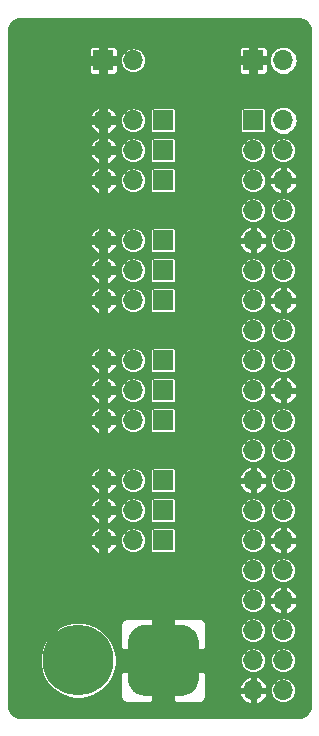
<source format=gbr>
G04 #@! TF.GenerationSoftware,KiCad,Pcbnew,(5.1.4-0-10_14)*
G04 #@! TF.CreationDate,2020-04-05T13:48:20-07:00*
G04 #@! TF.ProjectId,ServoPower2,53657276-6f50-46f7-9765-72322e6b6963,rev?*
G04 #@! TF.SameCoordinates,Original*
G04 #@! TF.FileFunction,Copper,L2,Bot*
G04 #@! TF.FilePolarity,Positive*
%FSLAX46Y46*%
G04 Gerber Fmt 4.6, Leading zero omitted, Abs format (unit mm)*
G04 Created by KiCad (PCBNEW (5.1.4-0-10_14)) date 2020-04-05 13:48:20*
%MOMM*%
%LPD*%
G04 APERTURE LIST*
%ADD10C,0.100000*%
%ADD11C,6.000000*%
%ADD12R,1.700000X1.700000*%
%ADD13O,1.700000X1.700000*%
%ADD14C,0.254000*%
G04 APERTURE END LIST*
D10*
G36*
X159127026Y-111307223D02*
G01*
X159272635Y-111328822D01*
X159415427Y-111364589D01*
X159554025Y-111414181D01*
X159687095Y-111477118D01*
X159813355Y-111552796D01*
X159931590Y-111640484D01*
X160040660Y-111739340D01*
X160139516Y-111848410D01*
X160227204Y-111966645D01*
X160302882Y-112092905D01*
X160365819Y-112225975D01*
X160415411Y-112364573D01*
X160451178Y-112507365D01*
X160472777Y-112652974D01*
X160480000Y-112800000D01*
X160480000Y-115800000D01*
X160472777Y-115947026D01*
X160451178Y-116092635D01*
X160415411Y-116235427D01*
X160365819Y-116374025D01*
X160302882Y-116507095D01*
X160227204Y-116633355D01*
X160139516Y-116751590D01*
X160040660Y-116860660D01*
X159931590Y-116959516D01*
X159813355Y-117047204D01*
X159687095Y-117122882D01*
X159554025Y-117185819D01*
X159415427Y-117235411D01*
X159272635Y-117271178D01*
X159127026Y-117292777D01*
X158980000Y-117300000D01*
X155980000Y-117300000D01*
X155832974Y-117292777D01*
X155687365Y-117271178D01*
X155544573Y-117235411D01*
X155405975Y-117185819D01*
X155272905Y-117122882D01*
X155146645Y-117047204D01*
X155028410Y-116959516D01*
X154919340Y-116860660D01*
X154820484Y-116751590D01*
X154732796Y-116633355D01*
X154657118Y-116507095D01*
X154594181Y-116374025D01*
X154544589Y-116235427D01*
X154508822Y-116092635D01*
X154487223Y-115947026D01*
X154480000Y-115800000D01*
X154480000Y-112800000D01*
X154487223Y-112652974D01*
X154508822Y-112507365D01*
X154544589Y-112364573D01*
X154594181Y-112225975D01*
X154657118Y-112092905D01*
X154732796Y-111966645D01*
X154820484Y-111848410D01*
X154919340Y-111739340D01*
X155028410Y-111640484D01*
X155146645Y-111552796D01*
X155272905Y-111477118D01*
X155405975Y-111414181D01*
X155544573Y-111364589D01*
X155687365Y-111328822D01*
X155832974Y-111307223D01*
X155980000Y-111300000D01*
X158980000Y-111300000D01*
X159127026Y-111307223D01*
X159127026Y-111307223D01*
G37*
D11*
X157480000Y-114300000D03*
X150280000Y-114300000D03*
D12*
X165100000Y-63500000D03*
D13*
X167640000Y-63500000D03*
X154940000Y-63500000D03*
D12*
X152400000Y-63500000D03*
D13*
X167640000Y-116840000D03*
X165100000Y-116840000D03*
X167640000Y-114300000D03*
X165100000Y-114300000D03*
X167640000Y-111760000D03*
X165100000Y-111760000D03*
X167640000Y-109220000D03*
X165100000Y-109220000D03*
X167640000Y-106680000D03*
X165100000Y-106680000D03*
X167640000Y-104140000D03*
X165100000Y-104140000D03*
X167640000Y-101600000D03*
X165100000Y-101600000D03*
X167640000Y-99060000D03*
X165100000Y-99060000D03*
X167640000Y-96520000D03*
X165100000Y-96520000D03*
X167640000Y-93980000D03*
X165100000Y-93980000D03*
X167640000Y-91440000D03*
X165100000Y-91440000D03*
X167640000Y-88900000D03*
X165100000Y-88900000D03*
X167640000Y-86360000D03*
X165100000Y-86360000D03*
X167640000Y-83820000D03*
X165100000Y-83820000D03*
X167640000Y-81280000D03*
X165100000Y-81280000D03*
X167640000Y-78740000D03*
X165100000Y-78740000D03*
X167640000Y-76200000D03*
X165100000Y-76200000D03*
X167640000Y-73660000D03*
X165100000Y-73660000D03*
X167640000Y-71120000D03*
X165100000Y-71120000D03*
X167640000Y-68580000D03*
D12*
X165100000Y-68580000D03*
D13*
X152400000Y-104140000D03*
X154940000Y-104140000D03*
D12*
X157480000Y-104140000D03*
D13*
X152400000Y-93980000D03*
X154940000Y-93980000D03*
D12*
X157480000Y-93980000D03*
D13*
X152400000Y-83820000D03*
X154940000Y-83820000D03*
D12*
X157480000Y-83820000D03*
D13*
X152400000Y-101600000D03*
X154940000Y-101600000D03*
D12*
X157480000Y-101600000D03*
D13*
X152400000Y-91440000D03*
X154940000Y-91440000D03*
D12*
X157480000Y-91440000D03*
D13*
X152400000Y-81280000D03*
X154940000Y-81280000D03*
D12*
X157480000Y-81280000D03*
D13*
X152400000Y-99060000D03*
X154940000Y-99060000D03*
D12*
X157480000Y-99060000D03*
D13*
X152400000Y-88900000D03*
X154940000Y-88900000D03*
D12*
X157480000Y-88900000D03*
D13*
X152400000Y-78740000D03*
X154940000Y-78740000D03*
D12*
X157480000Y-78740000D03*
X157480000Y-68580000D03*
D13*
X154940000Y-68580000D03*
X152400000Y-68580000D03*
D12*
X157480000Y-73660000D03*
D13*
X154940000Y-73660000D03*
X152400000Y-73660000D03*
X152400000Y-71120000D03*
X154940000Y-71120000D03*
D12*
X157480000Y-71120000D03*
D14*
G36*
X145355406Y-59989600D02*
G01*
X145400076Y-59994000D01*
X168924924Y-59994000D01*
X168969594Y-59989600D01*
X169003025Y-59979459D01*
X169102223Y-59989185D01*
X169287130Y-60045012D01*
X169457668Y-60135688D01*
X169607347Y-60257762D01*
X169730468Y-60406590D01*
X169822334Y-60576493D01*
X169879448Y-60760997D01*
X169890575Y-60866866D01*
X169880401Y-60900406D01*
X169876001Y-60945076D01*
X169876000Y-118124923D01*
X169880400Y-118169593D01*
X169890541Y-118203024D01*
X169880815Y-118302223D01*
X169824988Y-118487130D01*
X169734310Y-118657670D01*
X169612235Y-118807349D01*
X169463410Y-118930468D01*
X169293511Y-119022332D01*
X169109003Y-119079448D01*
X169003136Y-119090575D01*
X168969594Y-119080400D01*
X168924924Y-119076000D01*
X145400076Y-119076000D01*
X145355406Y-119080400D01*
X145321975Y-119090541D01*
X145222777Y-119080815D01*
X145037870Y-119024988D01*
X144867330Y-118934310D01*
X144717651Y-118812235D01*
X144594532Y-118663410D01*
X144502668Y-118493511D01*
X144445552Y-118309003D01*
X144434425Y-118203136D01*
X144444600Y-118169594D01*
X144449000Y-118124924D01*
X144449000Y-113979509D01*
X147026000Y-113979509D01*
X147026000Y-114620491D01*
X147151049Y-115249157D01*
X147396342Y-115841347D01*
X147752453Y-116374304D01*
X148205696Y-116827547D01*
X148738653Y-117183658D01*
X149330843Y-117428951D01*
X149959509Y-117554000D01*
X150600491Y-117554000D01*
X151229157Y-117428951D01*
X151540472Y-117300000D01*
X153849966Y-117300000D01*
X153862072Y-117422914D01*
X153897924Y-117541104D01*
X153956146Y-117650028D01*
X154034499Y-117745501D01*
X154129972Y-117823854D01*
X154238896Y-117882076D01*
X154357086Y-117917928D01*
X154480000Y-117930034D01*
X156450250Y-117927000D01*
X156607000Y-117770250D01*
X156607000Y-115173000D01*
X158353000Y-115173000D01*
X158353000Y-117770250D01*
X158509750Y-117927000D01*
X160480000Y-117930034D01*
X160602914Y-117917928D01*
X160721104Y-117882076D01*
X160830028Y-117823854D01*
X160925501Y-117745501D01*
X161003854Y-117650028D01*
X161062076Y-117541104D01*
X161097928Y-117422914D01*
X161110034Y-117300000D01*
X161109814Y-117156980D01*
X163910511Y-117156980D01*
X163934866Y-117237288D01*
X164034761Y-117456961D01*
X164175592Y-117652924D01*
X164351948Y-117817647D01*
X164557051Y-117944799D01*
X164783019Y-118029495D01*
X164973000Y-117969187D01*
X164973000Y-116967000D01*
X165227000Y-116967000D01*
X165227000Y-117969187D01*
X165416981Y-118029495D01*
X165642949Y-117944799D01*
X165848052Y-117817647D01*
X166024408Y-117652924D01*
X166165239Y-117456961D01*
X166265134Y-117237288D01*
X166289489Y-117156980D01*
X166228627Y-116967000D01*
X165227000Y-116967000D01*
X164973000Y-116967000D01*
X163971373Y-116967000D01*
X163910511Y-117156980D01*
X161109814Y-117156980D01*
X161109326Y-116840000D01*
X166530659Y-116840000D01*
X166551975Y-117056422D01*
X166615103Y-117264526D01*
X166717617Y-117456317D01*
X166855577Y-117624423D01*
X167023683Y-117762383D01*
X167215474Y-117864897D01*
X167423578Y-117928025D01*
X167585773Y-117944000D01*
X167694227Y-117944000D01*
X167856422Y-117928025D01*
X168064526Y-117864897D01*
X168256317Y-117762383D01*
X168424423Y-117624423D01*
X168562383Y-117456317D01*
X168664897Y-117264526D01*
X168728025Y-117056422D01*
X168749341Y-116840000D01*
X168728025Y-116623578D01*
X168664897Y-116415474D01*
X168562383Y-116223683D01*
X168424423Y-116055577D01*
X168256317Y-115917617D01*
X168064526Y-115815103D01*
X167856422Y-115751975D01*
X167694227Y-115736000D01*
X167585773Y-115736000D01*
X167423578Y-115751975D01*
X167215474Y-115815103D01*
X167023683Y-115917617D01*
X166855577Y-116055577D01*
X166717617Y-116223683D01*
X166615103Y-116415474D01*
X166551975Y-116623578D01*
X166530659Y-116840000D01*
X161109326Y-116840000D01*
X161108838Y-116523020D01*
X163910511Y-116523020D01*
X163971373Y-116713000D01*
X164973000Y-116713000D01*
X164973000Y-115710813D01*
X165227000Y-115710813D01*
X165227000Y-116713000D01*
X166228627Y-116713000D01*
X166289489Y-116523020D01*
X166265134Y-116442712D01*
X166165239Y-116223039D01*
X166024408Y-116027076D01*
X165848052Y-115862353D01*
X165642949Y-115735201D01*
X165416981Y-115650505D01*
X165227000Y-115710813D01*
X164973000Y-115710813D01*
X164783019Y-115650505D01*
X164557051Y-115735201D01*
X164351948Y-115862353D01*
X164175592Y-116027076D01*
X164034761Y-116223039D01*
X163934866Y-116442712D01*
X163910511Y-116523020D01*
X161108838Y-116523020D01*
X161107000Y-115329750D01*
X160950250Y-115173000D01*
X158353000Y-115173000D01*
X156607000Y-115173000D01*
X154009750Y-115173000D01*
X153853000Y-115329750D01*
X153849966Y-117300000D01*
X151540472Y-117300000D01*
X151821347Y-117183658D01*
X152354304Y-116827547D01*
X152807547Y-116374304D01*
X153163658Y-115841347D01*
X153408951Y-115249157D01*
X153534000Y-114620491D01*
X153534000Y-114300000D01*
X163990659Y-114300000D01*
X164011975Y-114516422D01*
X164075103Y-114724526D01*
X164177617Y-114916317D01*
X164315577Y-115084423D01*
X164483683Y-115222383D01*
X164675474Y-115324897D01*
X164883578Y-115388025D01*
X165045773Y-115404000D01*
X165154227Y-115404000D01*
X165316422Y-115388025D01*
X165524526Y-115324897D01*
X165716317Y-115222383D01*
X165884423Y-115084423D01*
X166022383Y-114916317D01*
X166124897Y-114724526D01*
X166188025Y-114516422D01*
X166209341Y-114300000D01*
X166530659Y-114300000D01*
X166551975Y-114516422D01*
X166615103Y-114724526D01*
X166717617Y-114916317D01*
X166855577Y-115084423D01*
X167023683Y-115222383D01*
X167215474Y-115324897D01*
X167423578Y-115388025D01*
X167585773Y-115404000D01*
X167694227Y-115404000D01*
X167856422Y-115388025D01*
X168064526Y-115324897D01*
X168256317Y-115222383D01*
X168424423Y-115084423D01*
X168562383Y-114916317D01*
X168664897Y-114724526D01*
X168728025Y-114516422D01*
X168749341Y-114300000D01*
X168728025Y-114083578D01*
X168664897Y-113875474D01*
X168562383Y-113683683D01*
X168424423Y-113515577D01*
X168256317Y-113377617D01*
X168064526Y-113275103D01*
X167856422Y-113211975D01*
X167694227Y-113196000D01*
X167585773Y-113196000D01*
X167423578Y-113211975D01*
X167215474Y-113275103D01*
X167023683Y-113377617D01*
X166855577Y-113515577D01*
X166717617Y-113683683D01*
X166615103Y-113875474D01*
X166551975Y-114083578D01*
X166530659Y-114300000D01*
X166209341Y-114300000D01*
X166188025Y-114083578D01*
X166124897Y-113875474D01*
X166022383Y-113683683D01*
X165884423Y-113515577D01*
X165716317Y-113377617D01*
X165524526Y-113275103D01*
X165316422Y-113211975D01*
X165154227Y-113196000D01*
X165045773Y-113196000D01*
X164883578Y-113211975D01*
X164675474Y-113275103D01*
X164483683Y-113377617D01*
X164315577Y-113515577D01*
X164177617Y-113683683D01*
X164075103Y-113875474D01*
X164011975Y-114083578D01*
X163990659Y-114300000D01*
X153534000Y-114300000D01*
X153534000Y-113979509D01*
X153408951Y-113350843D01*
X153163658Y-112758653D01*
X152807547Y-112225696D01*
X152354304Y-111772453D01*
X151821347Y-111416342D01*
X151540473Y-111300000D01*
X153849966Y-111300000D01*
X153853000Y-113270250D01*
X154009750Y-113427000D01*
X156607000Y-113427000D01*
X156607000Y-110829750D01*
X158353000Y-110829750D01*
X158353000Y-113427000D01*
X160950250Y-113427000D01*
X161107000Y-113270250D01*
X161109325Y-111760000D01*
X163990659Y-111760000D01*
X164011975Y-111976422D01*
X164075103Y-112184526D01*
X164177617Y-112376317D01*
X164315577Y-112544423D01*
X164483683Y-112682383D01*
X164675474Y-112784897D01*
X164883578Y-112848025D01*
X165045773Y-112864000D01*
X165154227Y-112864000D01*
X165316422Y-112848025D01*
X165524526Y-112784897D01*
X165716317Y-112682383D01*
X165884423Y-112544423D01*
X166022383Y-112376317D01*
X166124897Y-112184526D01*
X166188025Y-111976422D01*
X166209341Y-111760000D01*
X166530659Y-111760000D01*
X166551975Y-111976422D01*
X166615103Y-112184526D01*
X166717617Y-112376317D01*
X166855577Y-112544423D01*
X167023683Y-112682383D01*
X167215474Y-112784897D01*
X167423578Y-112848025D01*
X167585773Y-112864000D01*
X167694227Y-112864000D01*
X167856422Y-112848025D01*
X168064526Y-112784897D01*
X168256317Y-112682383D01*
X168424423Y-112544423D01*
X168562383Y-112376317D01*
X168664897Y-112184526D01*
X168728025Y-111976422D01*
X168749341Y-111760000D01*
X168728025Y-111543578D01*
X168664897Y-111335474D01*
X168562383Y-111143683D01*
X168424423Y-110975577D01*
X168256317Y-110837617D01*
X168064526Y-110735103D01*
X167856422Y-110671975D01*
X167694227Y-110656000D01*
X167585773Y-110656000D01*
X167423578Y-110671975D01*
X167215474Y-110735103D01*
X167023683Y-110837617D01*
X166855577Y-110975577D01*
X166717617Y-111143683D01*
X166615103Y-111335474D01*
X166551975Y-111543578D01*
X166530659Y-111760000D01*
X166209341Y-111760000D01*
X166188025Y-111543578D01*
X166124897Y-111335474D01*
X166022383Y-111143683D01*
X165884423Y-110975577D01*
X165716317Y-110837617D01*
X165524526Y-110735103D01*
X165316422Y-110671975D01*
X165154227Y-110656000D01*
X165045773Y-110656000D01*
X164883578Y-110671975D01*
X164675474Y-110735103D01*
X164483683Y-110837617D01*
X164315577Y-110975577D01*
X164177617Y-111143683D01*
X164075103Y-111335474D01*
X164011975Y-111543578D01*
X163990659Y-111760000D01*
X161109325Y-111760000D01*
X161110034Y-111300000D01*
X161097928Y-111177086D01*
X161062076Y-111058896D01*
X161003854Y-110949972D01*
X160925501Y-110854499D01*
X160830028Y-110776146D01*
X160721104Y-110717924D01*
X160602914Y-110682072D01*
X160480000Y-110669966D01*
X158509750Y-110673000D01*
X158353000Y-110829750D01*
X156607000Y-110829750D01*
X156450250Y-110673000D01*
X154480000Y-110669966D01*
X154357086Y-110682072D01*
X154238896Y-110717924D01*
X154129972Y-110776146D01*
X154034499Y-110854499D01*
X153956146Y-110949972D01*
X153897924Y-111058896D01*
X153862072Y-111177086D01*
X153849966Y-111300000D01*
X151540473Y-111300000D01*
X151229157Y-111171049D01*
X150600491Y-111046000D01*
X149959509Y-111046000D01*
X149330843Y-111171049D01*
X148738653Y-111416342D01*
X148205696Y-111772453D01*
X147752453Y-112225696D01*
X147396342Y-112758653D01*
X147151049Y-113350843D01*
X147026000Y-113979509D01*
X144449000Y-113979509D01*
X144449000Y-109220000D01*
X163990659Y-109220000D01*
X164011975Y-109436422D01*
X164075103Y-109644526D01*
X164177617Y-109836317D01*
X164315577Y-110004423D01*
X164483683Y-110142383D01*
X164675474Y-110244897D01*
X164883578Y-110308025D01*
X165045773Y-110324000D01*
X165154227Y-110324000D01*
X165316422Y-110308025D01*
X165524526Y-110244897D01*
X165716317Y-110142383D01*
X165884423Y-110004423D01*
X166022383Y-109836317D01*
X166124897Y-109644526D01*
X166157520Y-109536980D01*
X166450511Y-109536980D01*
X166474866Y-109617288D01*
X166574761Y-109836961D01*
X166715592Y-110032924D01*
X166891948Y-110197647D01*
X167097051Y-110324799D01*
X167323019Y-110409495D01*
X167513000Y-110349187D01*
X167513000Y-109347000D01*
X167767000Y-109347000D01*
X167767000Y-110349187D01*
X167956981Y-110409495D01*
X168182949Y-110324799D01*
X168388052Y-110197647D01*
X168564408Y-110032924D01*
X168705239Y-109836961D01*
X168805134Y-109617288D01*
X168829489Y-109536980D01*
X168768627Y-109347000D01*
X167767000Y-109347000D01*
X167513000Y-109347000D01*
X166511373Y-109347000D01*
X166450511Y-109536980D01*
X166157520Y-109536980D01*
X166188025Y-109436422D01*
X166209341Y-109220000D01*
X166188025Y-109003578D01*
X166157521Y-108903020D01*
X166450511Y-108903020D01*
X166511373Y-109093000D01*
X167513000Y-109093000D01*
X167513000Y-108090813D01*
X167767000Y-108090813D01*
X167767000Y-109093000D01*
X168768627Y-109093000D01*
X168829489Y-108903020D01*
X168805134Y-108822712D01*
X168705239Y-108603039D01*
X168564408Y-108407076D01*
X168388052Y-108242353D01*
X168182949Y-108115201D01*
X167956981Y-108030505D01*
X167767000Y-108090813D01*
X167513000Y-108090813D01*
X167323019Y-108030505D01*
X167097051Y-108115201D01*
X166891948Y-108242353D01*
X166715592Y-108407076D01*
X166574761Y-108603039D01*
X166474866Y-108822712D01*
X166450511Y-108903020D01*
X166157521Y-108903020D01*
X166124897Y-108795474D01*
X166022383Y-108603683D01*
X165884423Y-108435577D01*
X165716317Y-108297617D01*
X165524526Y-108195103D01*
X165316422Y-108131975D01*
X165154227Y-108116000D01*
X165045773Y-108116000D01*
X164883578Y-108131975D01*
X164675474Y-108195103D01*
X164483683Y-108297617D01*
X164315577Y-108435577D01*
X164177617Y-108603683D01*
X164075103Y-108795474D01*
X164011975Y-109003578D01*
X163990659Y-109220000D01*
X144449000Y-109220000D01*
X144449000Y-106680000D01*
X163990659Y-106680000D01*
X164011975Y-106896422D01*
X164075103Y-107104526D01*
X164177617Y-107296317D01*
X164315577Y-107464423D01*
X164483683Y-107602383D01*
X164675474Y-107704897D01*
X164883578Y-107768025D01*
X165045773Y-107784000D01*
X165154227Y-107784000D01*
X165316422Y-107768025D01*
X165524526Y-107704897D01*
X165716317Y-107602383D01*
X165884423Y-107464423D01*
X166022383Y-107296317D01*
X166124897Y-107104526D01*
X166188025Y-106896422D01*
X166209341Y-106680000D01*
X166530659Y-106680000D01*
X166551975Y-106896422D01*
X166615103Y-107104526D01*
X166717617Y-107296317D01*
X166855577Y-107464423D01*
X167023683Y-107602383D01*
X167215474Y-107704897D01*
X167423578Y-107768025D01*
X167585773Y-107784000D01*
X167694227Y-107784000D01*
X167856422Y-107768025D01*
X168064526Y-107704897D01*
X168256317Y-107602383D01*
X168424423Y-107464423D01*
X168562383Y-107296317D01*
X168664897Y-107104526D01*
X168728025Y-106896422D01*
X168749341Y-106680000D01*
X168728025Y-106463578D01*
X168664897Y-106255474D01*
X168562383Y-106063683D01*
X168424423Y-105895577D01*
X168256317Y-105757617D01*
X168064526Y-105655103D01*
X167856422Y-105591975D01*
X167694227Y-105576000D01*
X167585773Y-105576000D01*
X167423578Y-105591975D01*
X167215474Y-105655103D01*
X167023683Y-105757617D01*
X166855577Y-105895577D01*
X166717617Y-106063683D01*
X166615103Y-106255474D01*
X166551975Y-106463578D01*
X166530659Y-106680000D01*
X166209341Y-106680000D01*
X166188025Y-106463578D01*
X166124897Y-106255474D01*
X166022383Y-106063683D01*
X165884423Y-105895577D01*
X165716317Y-105757617D01*
X165524526Y-105655103D01*
X165316422Y-105591975D01*
X165154227Y-105576000D01*
X165045773Y-105576000D01*
X164883578Y-105591975D01*
X164675474Y-105655103D01*
X164483683Y-105757617D01*
X164315577Y-105895577D01*
X164177617Y-106063683D01*
X164075103Y-106255474D01*
X164011975Y-106463578D01*
X163990659Y-106680000D01*
X144449000Y-106680000D01*
X144449000Y-104573571D01*
X151247870Y-104573571D01*
X151354593Y-104790009D01*
X151501491Y-104981468D01*
X151682918Y-105140590D01*
X151891902Y-105261260D01*
X151966431Y-105292119D01*
X152152000Y-105248343D01*
X152152000Y-104388000D01*
X152648000Y-104388000D01*
X152648000Y-105248343D01*
X152833569Y-105292119D01*
X152908098Y-105261260D01*
X153117082Y-105140590D01*
X153298509Y-104981468D01*
X153445407Y-104790009D01*
X153552130Y-104573571D01*
X153510521Y-104388000D01*
X152648000Y-104388000D01*
X152152000Y-104388000D01*
X151289479Y-104388000D01*
X151247870Y-104573571D01*
X144449000Y-104573571D01*
X144449000Y-104140000D01*
X153830659Y-104140000D01*
X153851975Y-104356422D01*
X153915103Y-104564526D01*
X154017617Y-104756317D01*
X154155577Y-104924423D01*
X154323683Y-105062383D01*
X154515474Y-105164897D01*
X154723578Y-105228025D01*
X154885773Y-105244000D01*
X154994227Y-105244000D01*
X155156422Y-105228025D01*
X155364526Y-105164897D01*
X155556317Y-105062383D01*
X155724423Y-104924423D01*
X155862383Y-104756317D01*
X155964897Y-104564526D01*
X156028025Y-104356422D01*
X156049341Y-104140000D01*
X156028025Y-103923578D01*
X155964897Y-103715474D01*
X155862383Y-103523683D01*
X155724423Y-103355577D01*
X155644517Y-103290000D01*
X156374772Y-103290000D01*
X156374772Y-104990000D01*
X156379676Y-105039793D01*
X156394200Y-105087672D01*
X156417786Y-105131797D01*
X156449527Y-105170473D01*
X156488203Y-105202214D01*
X156532328Y-105225800D01*
X156580207Y-105240324D01*
X156630000Y-105245228D01*
X158330000Y-105245228D01*
X158379793Y-105240324D01*
X158427672Y-105225800D01*
X158471797Y-105202214D01*
X158510473Y-105170473D01*
X158542214Y-105131797D01*
X158565800Y-105087672D01*
X158580324Y-105039793D01*
X158585228Y-104990000D01*
X158585228Y-104140000D01*
X163990659Y-104140000D01*
X164011975Y-104356422D01*
X164075103Y-104564526D01*
X164177617Y-104756317D01*
X164315577Y-104924423D01*
X164483683Y-105062383D01*
X164675474Y-105164897D01*
X164883578Y-105228025D01*
X165045773Y-105244000D01*
X165154227Y-105244000D01*
X165316422Y-105228025D01*
X165524526Y-105164897D01*
X165716317Y-105062383D01*
X165884423Y-104924423D01*
X166022383Y-104756317D01*
X166124897Y-104564526D01*
X166157520Y-104456980D01*
X166450511Y-104456980D01*
X166474866Y-104537288D01*
X166574761Y-104756961D01*
X166715592Y-104952924D01*
X166891948Y-105117647D01*
X167097051Y-105244799D01*
X167323019Y-105329495D01*
X167513000Y-105269187D01*
X167513000Y-104267000D01*
X167767000Y-104267000D01*
X167767000Y-105269187D01*
X167956981Y-105329495D01*
X168182949Y-105244799D01*
X168388052Y-105117647D01*
X168564408Y-104952924D01*
X168705239Y-104756961D01*
X168805134Y-104537288D01*
X168829489Y-104456980D01*
X168768627Y-104267000D01*
X167767000Y-104267000D01*
X167513000Y-104267000D01*
X166511373Y-104267000D01*
X166450511Y-104456980D01*
X166157520Y-104456980D01*
X166188025Y-104356422D01*
X166209341Y-104140000D01*
X166188025Y-103923578D01*
X166157521Y-103823020D01*
X166450511Y-103823020D01*
X166511373Y-104013000D01*
X167513000Y-104013000D01*
X167513000Y-103010813D01*
X167767000Y-103010813D01*
X167767000Y-104013000D01*
X168768627Y-104013000D01*
X168829489Y-103823020D01*
X168805134Y-103742712D01*
X168705239Y-103523039D01*
X168564408Y-103327076D01*
X168388052Y-103162353D01*
X168182949Y-103035201D01*
X167956981Y-102950505D01*
X167767000Y-103010813D01*
X167513000Y-103010813D01*
X167323019Y-102950505D01*
X167097051Y-103035201D01*
X166891948Y-103162353D01*
X166715592Y-103327076D01*
X166574761Y-103523039D01*
X166474866Y-103742712D01*
X166450511Y-103823020D01*
X166157521Y-103823020D01*
X166124897Y-103715474D01*
X166022383Y-103523683D01*
X165884423Y-103355577D01*
X165716317Y-103217617D01*
X165524526Y-103115103D01*
X165316422Y-103051975D01*
X165154227Y-103036000D01*
X165045773Y-103036000D01*
X164883578Y-103051975D01*
X164675474Y-103115103D01*
X164483683Y-103217617D01*
X164315577Y-103355577D01*
X164177617Y-103523683D01*
X164075103Y-103715474D01*
X164011975Y-103923578D01*
X163990659Y-104140000D01*
X158585228Y-104140000D01*
X158585228Y-103290000D01*
X158580324Y-103240207D01*
X158565800Y-103192328D01*
X158542214Y-103148203D01*
X158510473Y-103109527D01*
X158471797Y-103077786D01*
X158427672Y-103054200D01*
X158379793Y-103039676D01*
X158330000Y-103034772D01*
X156630000Y-103034772D01*
X156580207Y-103039676D01*
X156532328Y-103054200D01*
X156488203Y-103077786D01*
X156449527Y-103109527D01*
X156417786Y-103148203D01*
X156394200Y-103192328D01*
X156379676Y-103240207D01*
X156374772Y-103290000D01*
X155644517Y-103290000D01*
X155556317Y-103217617D01*
X155364526Y-103115103D01*
X155156422Y-103051975D01*
X154994227Y-103036000D01*
X154885773Y-103036000D01*
X154723578Y-103051975D01*
X154515474Y-103115103D01*
X154323683Y-103217617D01*
X154155577Y-103355577D01*
X154017617Y-103523683D01*
X153915103Y-103715474D01*
X153851975Y-103923578D01*
X153830659Y-104140000D01*
X144449000Y-104140000D01*
X144449000Y-103706429D01*
X151247870Y-103706429D01*
X151289479Y-103892000D01*
X152152000Y-103892000D01*
X152152000Y-103031657D01*
X152648000Y-103031657D01*
X152648000Y-103892000D01*
X153510521Y-103892000D01*
X153552130Y-103706429D01*
X153445407Y-103489991D01*
X153298509Y-103298532D01*
X153117082Y-103139410D01*
X152908098Y-103018740D01*
X152833569Y-102987881D01*
X152648000Y-103031657D01*
X152152000Y-103031657D01*
X151966431Y-102987881D01*
X151891902Y-103018740D01*
X151682918Y-103139410D01*
X151501491Y-103298532D01*
X151354593Y-103489991D01*
X151247870Y-103706429D01*
X144449000Y-103706429D01*
X144449000Y-102033571D01*
X151247870Y-102033571D01*
X151354593Y-102250009D01*
X151501491Y-102441468D01*
X151682918Y-102600590D01*
X151891902Y-102721260D01*
X151966431Y-102752119D01*
X152152000Y-102708343D01*
X152152000Y-101848000D01*
X152648000Y-101848000D01*
X152648000Y-102708343D01*
X152833569Y-102752119D01*
X152908098Y-102721260D01*
X153117082Y-102600590D01*
X153298509Y-102441468D01*
X153445407Y-102250009D01*
X153552130Y-102033571D01*
X153510521Y-101848000D01*
X152648000Y-101848000D01*
X152152000Y-101848000D01*
X151289479Y-101848000D01*
X151247870Y-102033571D01*
X144449000Y-102033571D01*
X144449000Y-101600000D01*
X153830659Y-101600000D01*
X153851975Y-101816422D01*
X153915103Y-102024526D01*
X154017617Y-102216317D01*
X154155577Y-102384423D01*
X154323683Y-102522383D01*
X154515474Y-102624897D01*
X154723578Y-102688025D01*
X154885773Y-102704000D01*
X154994227Y-102704000D01*
X155156422Y-102688025D01*
X155364526Y-102624897D01*
X155556317Y-102522383D01*
X155724423Y-102384423D01*
X155862383Y-102216317D01*
X155964897Y-102024526D01*
X156028025Y-101816422D01*
X156049341Y-101600000D01*
X156028025Y-101383578D01*
X155964897Y-101175474D01*
X155862383Y-100983683D01*
X155724423Y-100815577D01*
X155644517Y-100750000D01*
X156374772Y-100750000D01*
X156374772Y-102450000D01*
X156379676Y-102499793D01*
X156394200Y-102547672D01*
X156417786Y-102591797D01*
X156449527Y-102630473D01*
X156488203Y-102662214D01*
X156532328Y-102685800D01*
X156580207Y-102700324D01*
X156630000Y-102705228D01*
X158330000Y-102705228D01*
X158379793Y-102700324D01*
X158427672Y-102685800D01*
X158471797Y-102662214D01*
X158510473Y-102630473D01*
X158542214Y-102591797D01*
X158565800Y-102547672D01*
X158580324Y-102499793D01*
X158585228Y-102450000D01*
X158585228Y-101600000D01*
X163990659Y-101600000D01*
X164011975Y-101816422D01*
X164075103Y-102024526D01*
X164177617Y-102216317D01*
X164315577Y-102384423D01*
X164483683Y-102522383D01*
X164675474Y-102624897D01*
X164883578Y-102688025D01*
X165045773Y-102704000D01*
X165154227Y-102704000D01*
X165316422Y-102688025D01*
X165524526Y-102624897D01*
X165716317Y-102522383D01*
X165884423Y-102384423D01*
X166022383Y-102216317D01*
X166124897Y-102024526D01*
X166188025Y-101816422D01*
X166209341Y-101600000D01*
X166530659Y-101600000D01*
X166551975Y-101816422D01*
X166615103Y-102024526D01*
X166717617Y-102216317D01*
X166855577Y-102384423D01*
X167023683Y-102522383D01*
X167215474Y-102624897D01*
X167423578Y-102688025D01*
X167585773Y-102704000D01*
X167694227Y-102704000D01*
X167856422Y-102688025D01*
X168064526Y-102624897D01*
X168256317Y-102522383D01*
X168424423Y-102384423D01*
X168562383Y-102216317D01*
X168664897Y-102024526D01*
X168728025Y-101816422D01*
X168749341Y-101600000D01*
X168728025Y-101383578D01*
X168664897Y-101175474D01*
X168562383Y-100983683D01*
X168424423Y-100815577D01*
X168256317Y-100677617D01*
X168064526Y-100575103D01*
X167856422Y-100511975D01*
X167694227Y-100496000D01*
X167585773Y-100496000D01*
X167423578Y-100511975D01*
X167215474Y-100575103D01*
X167023683Y-100677617D01*
X166855577Y-100815577D01*
X166717617Y-100983683D01*
X166615103Y-101175474D01*
X166551975Y-101383578D01*
X166530659Y-101600000D01*
X166209341Y-101600000D01*
X166188025Y-101383578D01*
X166124897Y-101175474D01*
X166022383Y-100983683D01*
X165884423Y-100815577D01*
X165716317Y-100677617D01*
X165524526Y-100575103D01*
X165316422Y-100511975D01*
X165154227Y-100496000D01*
X165045773Y-100496000D01*
X164883578Y-100511975D01*
X164675474Y-100575103D01*
X164483683Y-100677617D01*
X164315577Y-100815577D01*
X164177617Y-100983683D01*
X164075103Y-101175474D01*
X164011975Y-101383578D01*
X163990659Y-101600000D01*
X158585228Y-101600000D01*
X158585228Y-100750000D01*
X158580324Y-100700207D01*
X158565800Y-100652328D01*
X158542214Y-100608203D01*
X158510473Y-100569527D01*
X158471797Y-100537786D01*
X158427672Y-100514200D01*
X158379793Y-100499676D01*
X158330000Y-100494772D01*
X156630000Y-100494772D01*
X156580207Y-100499676D01*
X156532328Y-100514200D01*
X156488203Y-100537786D01*
X156449527Y-100569527D01*
X156417786Y-100608203D01*
X156394200Y-100652328D01*
X156379676Y-100700207D01*
X156374772Y-100750000D01*
X155644517Y-100750000D01*
X155556317Y-100677617D01*
X155364526Y-100575103D01*
X155156422Y-100511975D01*
X154994227Y-100496000D01*
X154885773Y-100496000D01*
X154723578Y-100511975D01*
X154515474Y-100575103D01*
X154323683Y-100677617D01*
X154155577Y-100815577D01*
X154017617Y-100983683D01*
X153915103Y-101175474D01*
X153851975Y-101383578D01*
X153830659Y-101600000D01*
X144449000Y-101600000D01*
X144449000Y-101166429D01*
X151247870Y-101166429D01*
X151289479Y-101352000D01*
X152152000Y-101352000D01*
X152152000Y-100491657D01*
X152648000Y-100491657D01*
X152648000Y-101352000D01*
X153510521Y-101352000D01*
X153552130Y-101166429D01*
X153445407Y-100949991D01*
X153298509Y-100758532D01*
X153117082Y-100599410D01*
X152908098Y-100478740D01*
X152833569Y-100447881D01*
X152648000Y-100491657D01*
X152152000Y-100491657D01*
X151966431Y-100447881D01*
X151891902Y-100478740D01*
X151682918Y-100599410D01*
X151501491Y-100758532D01*
X151354593Y-100949991D01*
X151247870Y-101166429D01*
X144449000Y-101166429D01*
X144449000Y-99493571D01*
X151247870Y-99493571D01*
X151354593Y-99710009D01*
X151501491Y-99901468D01*
X151682918Y-100060590D01*
X151891902Y-100181260D01*
X151966431Y-100212119D01*
X152152000Y-100168343D01*
X152152000Y-99308000D01*
X152648000Y-99308000D01*
X152648000Y-100168343D01*
X152833569Y-100212119D01*
X152908098Y-100181260D01*
X153117082Y-100060590D01*
X153298509Y-99901468D01*
X153445407Y-99710009D01*
X153552130Y-99493571D01*
X153510521Y-99308000D01*
X152648000Y-99308000D01*
X152152000Y-99308000D01*
X151289479Y-99308000D01*
X151247870Y-99493571D01*
X144449000Y-99493571D01*
X144449000Y-99060000D01*
X153830659Y-99060000D01*
X153851975Y-99276422D01*
X153915103Y-99484526D01*
X154017617Y-99676317D01*
X154155577Y-99844423D01*
X154323683Y-99982383D01*
X154515474Y-100084897D01*
X154723578Y-100148025D01*
X154885773Y-100164000D01*
X154994227Y-100164000D01*
X155156422Y-100148025D01*
X155364526Y-100084897D01*
X155556317Y-99982383D01*
X155724423Y-99844423D01*
X155862383Y-99676317D01*
X155964897Y-99484526D01*
X156028025Y-99276422D01*
X156049341Y-99060000D01*
X156028025Y-98843578D01*
X155964897Y-98635474D01*
X155862383Y-98443683D01*
X155724423Y-98275577D01*
X155644517Y-98210000D01*
X156374772Y-98210000D01*
X156374772Y-99910000D01*
X156379676Y-99959793D01*
X156394200Y-100007672D01*
X156417786Y-100051797D01*
X156449527Y-100090473D01*
X156488203Y-100122214D01*
X156532328Y-100145800D01*
X156580207Y-100160324D01*
X156630000Y-100165228D01*
X158330000Y-100165228D01*
X158379793Y-100160324D01*
X158427672Y-100145800D01*
X158471797Y-100122214D01*
X158510473Y-100090473D01*
X158542214Y-100051797D01*
X158565800Y-100007672D01*
X158580324Y-99959793D01*
X158585228Y-99910000D01*
X158585228Y-99376980D01*
X163910511Y-99376980D01*
X163934866Y-99457288D01*
X164034761Y-99676961D01*
X164175592Y-99872924D01*
X164351948Y-100037647D01*
X164557051Y-100164799D01*
X164783019Y-100249495D01*
X164973000Y-100189187D01*
X164973000Y-99187000D01*
X165227000Y-99187000D01*
X165227000Y-100189187D01*
X165416981Y-100249495D01*
X165642949Y-100164799D01*
X165848052Y-100037647D01*
X166024408Y-99872924D01*
X166165239Y-99676961D01*
X166265134Y-99457288D01*
X166289489Y-99376980D01*
X166228627Y-99187000D01*
X165227000Y-99187000D01*
X164973000Y-99187000D01*
X163971373Y-99187000D01*
X163910511Y-99376980D01*
X158585228Y-99376980D01*
X158585228Y-99060000D01*
X166530659Y-99060000D01*
X166551975Y-99276422D01*
X166615103Y-99484526D01*
X166717617Y-99676317D01*
X166855577Y-99844423D01*
X167023683Y-99982383D01*
X167215474Y-100084897D01*
X167423578Y-100148025D01*
X167585773Y-100164000D01*
X167694227Y-100164000D01*
X167856422Y-100148025D01*
X168064526Y-100084897D01*
X168256317Y-99982383D01*
X168424423Y-99844423D01*
X168562383Y-99676317D01*
X168664897Y-99484526D01*
X168728025Y-99276422D01*
X168749341Y-99060000D01*
X168728025Y-98843578D01*
X168664897Y-98635474D01*
X168562383Y-98443683D01*
X168424423Y-98275577D01*
X168256317Y-98137617D01*
X168064526Y-98035103D01*
X167856422Y-97971975D01*
X167694227Y-97956000D01*
X167585773Y-97956000D01*
X167423578Y-97971975D01*
X167215474Y-98035103D01*
X167023683Y-98137617D01*
X166855577Y-98275577D01*
X166717617Y-98443683D01*
X166615103Y-98635474D01*
X166551975Y-98843578D01*
X166530659Y-99060000D01*
X158585228Y-99060000D01*
X158585228Y-98743020D01*
X163910511Y-98743020D01*
X163971373Y-98933000D01*
X164973000Y-98933000D01*
X164973000Y-97930813D01*
X165227000Y-97930813D01*
X165227000Y-98933000D01*
X166228627Y-98933000D01*
X166289489Y-98743020D01*
X166265134Y-98662712D01*
X166165239Y-98443039D01*
X166024408Y-98247076D01*
X165848052Y-98082353D01*
X165642949Y-97955201D01*
X165416981Y-97870505D01*
X165227000Y-97930813D01*
X164973000Y-97930813D01*
X164783019Y-97870505D01*
X164557051Y-97955201D01*
X164351948Y-98082353D01*
X164175592Y-98247076D01*
X164034761Y-98443039D01*
X163934866Y-98662712D01*
X163910511Y-98743020D01*
X158585228Y-98743020D01*
X158585228Y-98210000D01*
X158580324Y-98160207D01*
X158565800Y-98112328D01*
X158542214Y-98068203D01*
X158510473Y-98029527D01*
X158471797Y-97997786D01*
X158427672Y-97974200D01*
X158379793Y-97959676D01*
X158330000Y-97954772D01*
X156630000Y-97954772D01*
X156580207Y-97959676D01*
X156532328Y-97974200D01*
X156488203Y-97997786D01*
X156449527Y-98029527D01*
X156417786Y-98068203D01*
X156394200Y-98112328D01*
X156379676Y-98160207D01*
X156374772Y-98210000D01*
X155644517Y-98210000D01*
X155556317Y-98137617D01*
X155364526Y-98035103D01*
X155156422Y-97971975D01*
X154994227Y-97956000D01*
X154885773Y-97956000D01*
X154723578Y-97971975D01*
X154515474Y-98035103D01*
X154323683Y-98137617D01*
X154155577Y-98275577D01*
X154017617Y-98443683D01*
X153915103Y-98635474D01*
X153851975Y-98843578D01*
X153830659Y-99060000D01*
X144449000Y-99060000D01*
X144449000Y-98626429D01*
X151247870Y-98626429D01*
X151289479Y-98812000D01*
X152152000Y-98812000D01*
X152152000Y-97951657D01*
X152648000Y-97951657D01*
X152648000Y-98812000D01*
X153510521Y-98812000D01*
X153552130Y-98626429D01*
X153445407Y-98409991D01*
X153298509Y-98218532D01*
X153117082Y-98059410D01*
X152908098Y-97938740D01*
X152833569Y-97907881D01*
X152648000Y-97951657D01*
X152152000Y-97951657D01*
X151966431Y-97907881D01*
X151891902Y-97938740D01*
X151682918Y-98059410D01*
X151501491Y-98218532D01*
X151354593Y-98409991D01*
X151247870Y-98626429D01*
X144449000Y-98626429D01*
X144449000Y-96520000D01*
X163990659Y-96520000D01*
X164011975Y-96736422D01*
X164075103Y-96944526D01*
X164177617Y-97136317D01*
X164315577Y-97304423D01*
X164483683Y-97442383D01*
X164675474Y-97544897D01*
X164883578Y-97608025D01*
X165045773Y-97624000D01*
X165154227Y-97624000D01*
X165316422Y-97608025D01*
X165524526Y-97544897D01*
X165716317Y-97442383D01*
X165884423Y-97304423D01*
X166022383Y-97136317D01*
X166124897Y-96944526D01*
X166188025Y-96736422D01*
X166209341Y-96520000D01*
X166530659Y-96520000D01*
X166551975Y-96736422D01*
X166615103Y-96944526D01*
X166717617Y-97136317D01*
X166855577Y-97304423D01*
X167023683Y-97442383D01*
X167215474Y-97544897D01*
X167423578Y-97608025D01*
X167585773Y-97624000D01*
X167694227Y-97624000D01*
X167856422Y-97608025D01*
X168064526Y-97544897D01*
X168256317Y-97442383D01*
X168424423Y-97304423D01*
X168562383Y-97136317D01*
X168664897Y-96944526D01*
X168728025Y-96736422D01*
X168749341Y-96520000D01*
X168728025Y-96303578D01*
X168664897Y-96095474D01*
X168562383Y-95903683D01*
X168424423Y-95735577D01*
X168256317Y-95597617D01*
X168064526Y-95495103D01*
X167856422Y-95431975D01*
X167694227Y-95416000D01*
X167585773Y-95416000D01*
X167423578Y-95431975D01*
X167215474Y-95495103D01*
X167023683Y-95597617D01*
X166855577Y-95735577D01*
X166717617Y-95903683D01*
X166615103Y-96095474D01*
X166551975Y-96303578D01*
X166530659Y-96520000D01*
X166209341Y-96520000D01*
X166188025Y-96303578D01*
X166124897Y-96095474D01*
X166022383Y-95903683D01*
X165884423Y-95735577D01*
X165716317Y-95597617D01*
X165524526Y-95495103D01*
X165316422Y-95431975D01*
X165154227Y-95416000D01*
X165045773Y-95416000D01*
X164883578Y-95431975D01*
X164675474Y-95495103D01*
X164483683Y-95597617D01*
X164315577Y-95735577D01*
X164177617Y-95903683D01*
X164075103Y-96095474D01*
X164011975Y-96303578D01*
X163990659Y-96520000D01*
X144449000Y-96520000D01*
X144449000Y-94413571D01*
X151247870Y-94413571D01*
X151354593Y-94630009D01*
X151501491Y-94821468D01*
X151682918Y-94980590D01*
X151891902Y-95101260D01*
X151966431Y-95132119D01*
X152152000Y-95088343D01*
X152152000Y-94228000D01*
X152648000Y-94228000D01*
X152648000Y-95088343D01*
X152833569Y-95132119D01*
X152908098Y-95101260D01*
X153117082Y-94980590D01*
X153298509Y-94821468D01*
X153445407Y-94630009D01*
X153552130Y-94413571D01*
X153510521Y-94228000D01*
X152648000Y-94228000D01*
X152152000Y-94228000D01*
X151289479Y-94228000D01*
X151247870Y-94413571D01*
X144449000Y-94413571D01*
X144449000Y-93980000D01*
X153830659Y-93980000D01*
X153851975Y-94196422D01*
X153915103Y-94404526D01*
X154017617Y-94596317D01*
X154155577Y-94764423D01*
X154323683Y-94902383D01*
X154515474Y-95004897D01*
X154723578Y-95068025D01*
X154885773Y-95084000D01*
X154994227Y-95084000D01*
X155156422Y-95068025D01*
X155364526Y-95004897D01*
X155556317Y-94902383D01*
X155724423Y-94764423D01*
X155862383Y-94596317D01*
X155964897Y-94404526D01*
X156028025Y-94196422D01*
X156049341Y-93980000D01*
X156028025Y-93763578D01*
X155964897Y-93555474D01*
X155862383Y-93363683D01*
X155724423Y-93195577D01*
X155644517Y-93130000D01*
X156374772Y-93130000D01*
X156374772Y-94830000D01*
X156379676Y-94879793D01*
X156394200Y-94927672D01*
X156417786Y-94971797D01*
X156449527Y-95010473D01*
X156488203Y-95042214D01*
X156532328Y-95065800D01*
X156580207Y-95080324D01*
X156630000Y-95085228D01*
X158330000Y-95085228D01*
X158379793Y-95080324D01*
X158427672Y-95065800D01*
X158471797Y-95042214D01*
X158510473Y-95010473D01*
X158542214Y-94971797D01*
X158565800Y-94927672D01*
X158580324Y-94879793D01*
X158585228Y-94830000D01*
X158585228Y-93980000D01*
X163990659Y-93980000D01*
X164011975Y-94196422D01*
X164075103Y-94404526D01*
X164177617Y-94596317D01*
X164315577Y-94764423D01*
X164483683Y-94902383D01*
X164675474Y-95004897D01*
X164883578Y-95068025D01*
X165045773Y-95084000D01*
X165154227Y-95084000D01*
X165316422Y-95068025D01*
X165524526Y-95004897D01*
X165716317Y-94902383D01*
X165884423Y-94764423D01*
X166022383Y-94596317D01*
X166124897Y-94404526D01*
X166188025Y-94196422D01*
X166209341Y-93980000D01*
X166530659Y-93980000D01*
X166551975Y-94196422D01*
X166615103Y-94404526D01*
X166717617Y-94596317D01*
X166855577Y-94764423D01*
X167023683Y-94902383D01*
X167215474Y-95004897D01*
X167423578Y-95068025D01*
X167585773Y-95084000D01*
X167694227Y-95084000D01*
X167856422Y-95068025D01*
X168064526Y-95004897D01*
X168256317Y-94902383D01*
X168424423Y-94764423D01*
X168562383Y-94596317D01*
X168664897Y-94404526D01*
X168728025Y-94196422D01*
X168749341Y-93980000D01*
X168728025Y-93763578D01*
X168664897Y-93555474D01*
X168562383Y-93363683D01*
X168424423Y-93195577D01*
X168256317Y-93057617D01*
X168064526Y-92955103D01*
X167856422Y-92891975D01*
X167694227Y-92876000D01*
X167585773Y-92876000D01*
X167423578Y-92891975D01*
X167215474Y-92955103D01*
X167023683Y-93057617D01*
X166855577Y-93195577D01*
X166717617Y-93363683D01*
X166615103Y-93555474D01*
X166551975Y-93763578D01*
X166530659Y-93980000D01*
X166209341Y-93980000D01*
X166188025Y-93763578D01*
X166124897Y-93555474D01*
X166022383Y-93363683D01*
X165884423Y-93195577D01*
X165716317Y-93057617D01*
X165524526Y-92955103D01*
X165316422Y-92891975D01*
X165154227Y-92876000D01*
X165045773Y-92876000D01*
X164883578Y-92891975D01*
X164675474Y-92955103D01*
X164483683Y-93057617D01*
X164315577Y-93195577D01*
X164177617Y-93363683D01*
X164075103Y-93555474D01*
X164011975Y-93763578D01*
X163990659Y-93980000D01*
X158585228Y-93980000D01*
X158585228Y-93130000D01*
X158580324Y-93080207D01*
X158565800Y-93032328D01*
X158542214Y-92988203D01*
X158510473Y-92949527D01*
X158471797Y-92917786D01*
X158427672Y-92894200D01*
X158379793Y-92879676D01*
X158330000Y-92874772D01*
X156630000Y-92874772D01*
X156580207Y-92879676D01*
X156532328Y-92894200D01*
X156488203Y-92917786D01*
X156449527Y-92949527D01*
X156417786Y-92988203D01*
X156394200Y-93032328D01*
X156379676Y-93080207D01*
X156374772Y-93130000D01*
X155644517Y-93130000D01*
X155556317Y-93057617D01*
X155364526Y-92955103D01*
X155156422Y-92891975D01*
X154994227Y-92876000D01*
X154885773Y-92876000D01*
X154723578Y-92891975D01*
X154515474Y-92955103D01*
X154323683Y-93057617D01*
X154155577Y-93195577D01*
X154017617Y-93363683D01*
X153915103Y-93555474D01*
X153851975Y-93763578D01*
X153830659Y-93980000D01*
X144449000Y-93980000D01*
X144449000Y-93546429D01*
X151247870Y-93546429D01*
X151289479Y-93732000D01*
X152152000Y-93732000D01*
X152152000Y-92871657D01*
X152648000Y-92871657D01*
X152648000Y-93732000D01*
X153510521Y-93732000D01*
X153552130Y-93546429D01*
X153445407Y-93329991D01*
X153298509Y-93138532D01*
X153117082Y-92979410D01*
X152908098Y-92858740D01*
X152833569Y-92827881D01*
X152648000Y-92871657D01*
X152152000Y-92871657D01*
X151966431Y-92827881D01*
X151891902Y-92858740D01*
X151682918Y-92979410D01*
X151501491Y-93138532D01*
X151354593Y-93329991D01*
X151247870Y-93546429D01*
X144449000Y-93546429D01*
X144449000Y-91873571D01*
X151247870Y-91873571D01*
X151354593Y-92090009D01*
X151501491Y-92281468D01*
X151682918Y-92440590D01*
X151891902Y-92561260D01*
X151966431Y-92592119D01*
X152152000Y-92548343D01*
X152152000Y-91688000D01*
X152648000Y-91688000D01*
X152648000Y-92548343D01*
X152833569Y-92592119D01*
X152908098Y-92561260D01*
X153117082Y-92440590D01*
X153298509Y-92281468D01*
X153445407Y-92090009D01*
X153552130Y-91873571D01*
X153510521Y-91688000D01*
X152648000Y-91688000D01*
X152152000Y-91688000D01*
X151289479Y-91688000D01*
X151247870Y-91873571D01*
X144449000Y-91873571D01*
X144449000Y-91440000D01*
X153830659Y-91440000D01*
X153851975Y-91656422D01*
X153915103Y-91864526D01*
X154017617Y-92056317D01*
X154155577Y-92224423D01*
X154323683Y-92362383D01*
X154515474Y-92464897D01*
X154723578Y-92528025D01*
X154885773Y-92544000D01*
X154994227Y-92544000D01*
X155156422Y-92528025D01*
X155364526Y-92464897D01*
X155556317Y-92362383D01*
X155724423Y-92224423D01*
X155862383Y-92056317D01*
X155964897Y-91864526D01*
X156028025Y-91656422D01*
X156049341Y-91440000D01*
X156028025Y-91223578D01*
X155964897Y-91015474D01*
X155862383Y-90823683D01*
X155724423Y-90655577D01*
X155644517Y-90590000D01*
X156374772Y-90590000D01*
X156374772Y-92290000D01*
X156379676Y-92339793D01*
X156394200Y-92387672D01*
X156417786Y-92431797D01*
X156449527Y-92470473D01*
X156488203Y-92502214D01*
X156532328Y-92525800D01*
X156580207Y-92540324D01*
X156630000Y-92545228D01*
X158330000Y-92545228D01*
X158379793Y-92540324D01*
X158427672Y-92525800D01*
X158471797Y-92502214D01*
X158510473Y-92470473D01*
X158542214Y-92431797D01*
X158565800Y-92387672D01*
X158580324Y-92339793D01*
X158585228Y-92290000D01*
X158585228Y-91440000D01*
X163990659Y-91440000D01*
X164011975Y-91656422D01*
X164075103Y-91864526D01*
X164177617Y-92056317D01*
X164315577Y-92224423D01*
X164483683Y-92362383D01*
X164675474Y-92464897D01*
X164883578Y-92528025D01*
X165045773Y-92544000D01*
X165154227Y-92544000D01*
X165316422Y-92528025D01*
X165524526Y-92464897D01*
X165716317Y-92362383D01*
X165884423Y-92224423D01*
X166022383Y-92056317D01*
X166124897Y-91864526D01*
X166157520Y-91756980D01*
X166450511Y-91756980D01*
X166474866Y-91837288D01*
X166574761Y-92056961D01*
X166715592Y-92252924D01*
X166891948Y-92417647D01*
X167097051Y-92544799D01*
X167323019Y-92629495D01*
X167513000Y-92569187D01*
X167513000Y-91567000D01*
X167767000Y-91567000D01*
X167767000Y-92569187D01*
X167956981Y-92629495D01*
X168182949Y-92544799D01*
X168388052Y-92417647D01*
X168564408Y-92252924D01*
X168705239Y-92056961D01*
X168805134Y-91837288D01*
X168829489Y-91756980D01*
X168768627Y-91567000D01*
X167767000Y-91567000D01*
X167513000Y-91567000D01*
X166511373Y-91567000D01*
X166450511Y-91756980D01*
X166157520Y-91756980D01*
X166188025Y-91656422D01*
X166209341Y-91440000D01*
X166188025Y-91223578D01*
X166157521Y-91123020D01*
X166450511Y-91123020D01*
X166511373Y-91313000D01*
X167513000Y-91313000D01*
X167513000Y-90310813D01*
X167767000Y-90310813D01*
X167767000Y-91313000D01*
X168768627Y-91313000D01*
X168829489Y-91123020D01*
X168805134Y-91042712D01*
X168705239Y-90823039D01*
X168564408Y-90627076D01*
X168388052Y-90462353D01*
X168182949Y-90335201D01*
X167956981Y-90250505D01*
X167767000Y-90310813D01*
X167513000Y-90310813D01*
X167323019Y-90250505D01*
X167097051Y-90335201D01*
X166891948Y-90462353D01*
X166715592Y-90627076D01*
X166574761Y-90823039D01*
X166474866Y-91042712D01*
X166450511Y-91123020D01*
X166157521Y-91123020D01*
X166124897Y-91015474D01*
X166022383Y-90823683D01*
X165884423Y-90655577D01*
X165716317Y-90517617D01*
X165524526Y-90415103D01*
X165316422Y-90351975D01*
X165154227Y-90336000D01*
X165045773Y-90336000D01*
X164883578Y-90351975D01*
X164675474Y-90415103D01*
X164483683Y-90517617D01*
X164315577Y-90655577D01*
X164177617Y-90823683D01*
X164075103Y-91015474D01*
X164011975Y-91223578D01*
X163990659Y-91440000D01*
X158585228Y-91440000D01*
X158585228Y-90590000D01*
X158580324Y-90540207D01*
X158565800Y-90492328D01*
X158542214Y-90448203D01*
X158510473Y-90409527D01*
X158471797Y-90377786D01*
X158427672Y-90354200D01*
X158379793Y-90339676D01*
X158330000Y-90334772D01*
X156630000Y-90334772D01*
X156580207Y-90339676D01*
X156532328Y-90354200D01*
X156488203Y-90377786D01*
X156449527Y-90409527D01*
X156417786Y-90448203D01*
X156394200Y-90492328D01*
X156379676Y-90540207D01*
X156374772Y-90590000D01*
X155644517Y-90590000D01*
X155556317Y-90517617D01*
X155364526Y-90415103D01*
X155156422Y-90351975D01*
X154994227Y-90336000D01*
X154885773Y-90336000D01*
X154723578Y-90351975D01*
X154515474Y-90415103D01*
X154323683Y-90517617D01*
X154155577Y-90655577D01*
X154017617Y-90823683D01*
X153915103Y-91015474D01*
X153851975Y-91223578D01*
X153830659Y-91440000D01*
X144449000Y-91440000D01*
X144449000Y-91006429D01*
X151247870Y-91006429D01*
X151289479Y-91192000D01*
X152152000Y-91192000D01*
X152152000Y-90331657D01*
X152648000Y-90331657D01*
X152648000Y-91192000D01*
X153510521Y-91192000D01*
X153552130Y-91006429D01*
X153445407Y-90789991D01*
X153298509Y-90598532D01*
X153117082Y-90439410D01*
X152908098Y-90318740D01*
X152833569Y-90287881D01*
X152648000Y-90331657D01*
X152152000Y-90331657D01*
X151966431Y-90287881D01*
X151891902Y-90318740D01*
X151682918Y-90439410D01*
X151501491Y-90598532D01*
X151354593Y-90789991D01*
X151247870Y-91006429D01*
X144449000Y-91006429D01*
X144449000Y-89333571D01*
X151247870Y-89333571D01*
X151354593Y-89550009D01*
X151501491Y-89741468D01*
X151682918Y-89900590D01*
X151891902Y-90021260D01*
X151966431Y-90052119D01*
X152152000Y-90008343D01*
X152152000Y-89148000D01*
X152648000Y-89148000D01*
X152648000Y-90008343D01*
X152833569Y-90052119D01*
X152908098Y-90021260D01*
X153117082Y-89900590D01*
X153298509Y-89741468D01*
X153445407Y-89550009D01*
X153552130Y-89333571D01*
X153510521Y-89148000D01*
X152648000Y-89148000D01*
X152152000Y-89148000D01*
X151289479Y-89148000D01*
X151247870Y-89333571D01*
X144449000Y-89333571D01*
X144449000Y-88900000D01*
X153830659Y-88900000D01*
X153851975Y-89116422D01*
X153915103Y-89324526D01*
X154017617Y-89516317D01*
X154155577Y-89684423D01*
X154323683Y-89822383D01*
X154515474Y-89924897D01*
X154723578Y-89988025D01*
X154885773Y-90004000D01*
X154994227Y-90004000D01*
X155156422Y-89988025D01*
X155364526Y-89924897D01*
X155556317Y-89822383D01*
X155724423Y-89684423D01*
X155862383Y-89516317D01*
X155964897Y-89324526D01*
X156028025Y-89116422D01*
X156049341Y-88900000D01*
X156028025Y-88683578D01*
X155964897Y-88475474D01*
X155862383Y-88283683D01*
X155724423Y-88115577D01*
X155644517Y-88050000D01*
X156374772Y-88050000D01*
X156374772Y-89750000D01*
X156379676Y-89799793D01*
X156394200Y-89847672D01*
X156417786Y-89891797D01*
X156449527Y-89930473D01*
X156488203Y-89962214D01*
X156532328Y-89985800D01*
X156580207Y-90000324D01*
X156630000Y-90005228D01*
X158330000Y-90005228D01*
X158379793Y-90000324D01*
X158427672Y-89985800D01*
X158471797Y-89962214D01*
X158510473Y-89930473D01*
X158542214Y-89891797D01*
X158565800Y-89847672D01*
X158580324Y-89799793D01*
X158585228Y-89750000D01*
X158585228Y-88900000D01*
X163990659Y-88900000D01*
X164011975Y-89116422D01*
X164075103Y-89324526D01*
X164177617Y-89516317D01*
X164315577Y-89684423D01*
X164483683Y-89822383D01*
X164675474Y-89924897D01*
X164883578Y-89988025D01*
X165045773Y-90004000D01*
X165154227Y-90004000D01*
X165316422Y-89988025D01*
X165524526Y-89924897D01*
X165716317Y-89822383D01*
X165884423Y-89684423D01*
X166022383Y-89516317D01*
X166124897Y-89324526D01*
X166188025Y-89116422D01*
X166209341Y-88900000D01*
X166530659Y-88900000D01*
X166551975Y-89116422D01*
X166615103Y-89324526D01*
X166717617Y-89516317D01*
X166855577Y-89684423D01*
X167023683Y-89822383D01*
X167215474Y-89924897D01*
X167423578Y-89988025D01*
X167585773Y-90004000D01*
X167694227Y-90004000D01*
X167856422Y-89988025D01*
X168064526Y-89924897D01*
X168256317Y-89822383D01*
X168424423Y-89684423D01*
X168562383Y-89516317D01*
X168664897Y-89324526D01*
X168728025Y-89116422D01*
X168749341Y-88900000D01*
X168728025Y-88683578D01*
X168664897Y-88475474D01*
X168562383Y-88283683D01*
X168424423Y-88115577D01*
X168256317Y-87977617D01*
X168064526Y-87875103D01*
X167856422Y-87811975D01*
X167694227Y-87796000D01*
X167585773Y-87796000D01*
X167423578Y-87811975D01*
X167215474Y-87875103D01*
X167023683Y-87977617D01*
X166855577Y-88115577D01*
X166717617Y-88283683D01*
X166615103Y-88475474D01*
X166551975Y-88683578D01*
X166530659Y-88900000D01*
X166209341Y-88900000D01*
X166188025Y-88683578D01*
X166124897Y-88475474D01*
X166022383Y-88283683D01*
X165884423Y-88115577D01*
X165716317Y-87977617D01*
X165524526Y-87875103D01*
X165316422Y-87811975D01*
X165154227Y-87796000D01*
X165045773Y-87796000D01*
X164883578Y-87811975D01*
X164675474Y-87875103D01*
X164483683Y-87977617D01*
X164315577Y-88115577D01*
X164177617Y-88283683D01*
X164075103Y-88475474D01*
X164011975Y-88683578D01*
X163990659Y-88900000D01*
X158585228Y-88900000D01*
X158585228Y-88050000D01*
X158580324Y-88000207D01*
X158565800Y-87952328D01*
X158542214Y-87908203D01*
X158510473Y-87869527D01*
X158471797Y-87837786D01*
X158427672Y-87814200D01*
X158379793Y-87799676D01*
X158330000Y-87794772D01*
X156630000Y-87794772D01*
X156580207Y-87799676D01*
X156532328Y-87814200D01*
X156488203Y-87837786D01*
X156449527Y-87869527D01*
X156417786Y-87908203D01*
X156394200Y-87952328D01*
X156379676Y-88000207D01*
X156374772Y-88050000D01*
X155644517Y-88050000D01*
X155556317Y-87977617D01*
X155364526Y-87875103D01*
X155156422Y-87811975D01*
X154994227Y-87796000D01*
X154885773Y-87796000D01*
X154723578Y-87811975D01*
X154515474Y-87875103D01*
X154323683Y-87977617D01*
X154155577Y-88115577D01*
X154017617Y-88283683D01*
X153915103Y-88475474D01*
X153851975Y-88683578D01*
X153830659Y-88900000D01*
X144449000Y-88900000D01*
X144449000Y-88466429D01*
X151247870Y-88466429D01*
X151289479Y-88652000D01*
X152152000Y-88652000D01*
X152152000Y-87791657D01*
X152648000Y-87791657D01*
X152648000Y-88652000D01*
X153510521Y-88652000D01*
X153552130Y-88466429D01*
X153445407Y-88249991D01*
X153298509Y-88058532D01*
X153117082Y-87899410D01*
X152908098Y-87778740D01*
X152833569Y-87747881D01*
X152648000Y-87791657D01*
X152152000Y-87791657D01*
X151966431Y-87747881D01*
X151891902Y-87778740D01*
X151682918Y-87899410D01*
X151501491Y-88058532D01*
X151354593Y-88249991D01*
X151247870Y-88466429D01*
X144449000Y-88466429D01*
X144449000Y-86360000D01*
X163990659Y-86360000D01*
X164011975Y-86576422D01*
X164075103Y-86784526D01*
X164177617Y-86976317D01*
X164315577Y-87144423D01*
X164483683Y-87282383D01*
X164675474Y-87384897D01*
X164883578Y-87448025D01*
X165045773Y-87464000D01*
X165154227Y-87464000D01*
X165316422Y-87448025D01*
X165524526Y-87384897D01*
X165716317Y-87282383D01*
X165884423Y-87144423D01*
X166022383Y-86976317D01*
X166124897Y-86784526D01*
X166188025Y-86576422D01*
X166209341Y-86360000D01*
X166530659Y-86360000D01*
X166551975Y-86576422D01*
X166615103Y-86784526D01*
X166717617Y-86976317D01*
X166855577Y-87144423D01*
X167023683Y-87282383D01*
X167215474Y-87384897D01*
X167423578Y-87448025D01*
X167585773Y-87464000D01*
X167694227Y-87464000D01*
X167856422Y-87448025D01*
X168064526Y-87384897D01*
X168256317Y-87282383D01*
X168424423Y-87144423D01*
X168562383Y-86976317D01*
X168664897Y-86784526D01*
X168728025Y-86576422D01*
X168749341Y-86360000D01*
X168728025Y-86143578D01*
X168664897Y-85935474D01*
X168562383Y-85743683D01*
X168424423Y-85575577D01*
X168256317Y-85437617D01*
X168064526Y-85335103D01*
X167856422Y-85271975D01*
X167694227Y-85256000D01*
X167585773Y-85256000D01*
X167423578Y-85271975D01*
X167215474Y-85335103D01*
X167023683Y-85437617D01*
X166855577Y-85575577D01*
X166717617Y-85743683D01*
X166615103Y-85935474D01*
X166551975Y-86143578D01*
X166530659Y-86360000D01*
X166209341Y-86360000D01*
X166188025Y-86143578D01*
X166124897Y-85935474D01*
X166022383Y-85743683D01*
X165884423Y-85575577D01*
X165716317Y-85437617D01*
X165524526Y-85335103D01*
X165316422Y-85271975D01*
X165154227Y-85256000D01*
X165045773Y-85256000D01*
X164883578Y-85271975D01*
X164675474Y-85335103D01*
X164483683Y-85437617D01*
X164315577Y-85575577D01*
X164177617Y-85743683D01*
X164075103Y-85935474D01*
X164011975Y-86143578D01*
X163990659Y-86360000D01*
X144449000Y-86360000D01*
X144449000Y-84253571D01*
X151247870Y-84253571D01*
X151354593Y-84470009D01*
X151501491Y-84661468D01*
X151682918Y-84820590D01*
X151891902Y-84941260D01*
X151966431Y-84972119D01*
X152152000Y-84928343D01*
X152152000Y-84068000D01*
X152648000Y-84068000D01*
X152648000Y-84928343D01*
X152833569Y-84972119D01*
X152908098Y-84941260D01*
X153117082Y-84820590D01*
X153298509Y-84661468D01*
X153445407Y-84470009D01*
X153552130Y-84253571D01*
X153510521Y-84068000D01*
X152648000Y-84068000D01*
X152152000Y-84068000D01*
X151289479Y-84068000D01*
X151247870Y-84253571D01*
X144449000Y-84253571D01*
X144449000Y-83820000D01*
X153830659Y-83820000D01*
X153851975Y-84036422D01*
X153915103Y-84244526D01*
X154017617Y-84436317D01*
X154155577Y-84604423D01*
X154323683Y-84742383D01*
X154515474Y-84844897D01*
X154723578Y-84908025D01*
X154885773Y-84924000D01*
X154994227Y-84924000D01*
X155156422Y-84908025D01*
X155364526Y-84844897D01*
X155556317Y-84742383D01*
X155724423Y-84604423D01*
X155862383Y-84436317D01*
X155964897Y-84244526D01*
X156028025Y-84036422D01*
X156049341Y-83820000D01*
X156028025Y-83603578D01*
X155964897Y-83395474D01*
X155862383Y-83203683D01*
X155724423Y-83035577D01*
X155644517Y-82970000D01*
X156374772Y-82970000D01*
X156374772Y-84670000D01*
X156379676Y-84719793D01*
X156394200Y-84767672D01*
X156417786Y-84811797D01*
X156449527Y-84850473D01*
X156488203Y-84882214D01*
X156532328Y-84905800D01*
X156580207Y-84920324D01*
X156630000Y-84925228D01*
X158330000Y-84925228D01*
X158379793Y-84920324D01*
X158427672Y-84905800D01*
X158471797Y-84882214D01*
X158510473Y-84850473D01*
X158542214Y-84811797D01*
X158565800Y-84767672D01*
X158580324Y-84719793D01*
X158585228Y-84670000D01*
X158585228Y-83820000D01*
X163990659Y-83820000D01*
X164011975Y-84036422D01*
X164075103Y-84244526D01*
X164177617Y-84436317D01*
X164315577Y-84604423D01*
X164483683Y-84742383D01*
X164675474Y-84844897D01*
X164883578Y-84908025D01*
X165045773Y-84924000D01*
X165154227Y-84924000D01*
X165316422Y-84908025D01*
X165524526Y-84844897D01*
X165716317Y-84742383D01*
X165884423Y-84604423D01*
X166022383Y-84436317D01*
X166124897Y-84244526D01*
X166157520Y-84136980D01*
X166450511Y-84136980D01*
X166474866Y-84217288D01*
X166574761Y-84436961D01*
X166715592Y-84632924D01*
X166891948Y-84797647D01*
X167097051Y-84924799D01*
X167323019Y-85009495D01*
X167513000Y-84949187D01*
X167513000Y-83947000D01*
X167767000Y-83947000D01*
X167767000Y-84949187D01*
X167956981Y-85009495D01*
X168182949Y-84924799D01*
X168388052Y-84797647D01*
X168564408Y-84632924D01*
X168705239Y-84436961D01*
X168805134Y-84217288D01*
X168829489Y-84136980D01*
X168768627Y-83947000D01*
X167767000Y-83947000D01*
X167513000Y-83947000D01*
X166511373Y-83947000D01*
X166450511Y-84136980D01*
X166157520Y-84136980D01*
X166188025Y-84036422D01*
X166209341Y-83820000D01*
X166188025Y-83603578D01*
X166157521Y-83503020D01*
X166450511Y-83503020D01*
X166511373Y-83693000D01*
X167513000Y-83693000D01*
X167513000Y-82690813D01*
X167767000Y-82690813D01*
X167767000Y-83693000D01*
X168768627Y-83693000D01*
X168829489Y-83503020D01*
X168805134Y-83422712D01*
X168705239Y-83203039D01*
X168564408Y-83007076D01*
X168388052Y-82842353D01*
X168182949Y-82715201D01*
X167956981Y-82630505D01*
X167767000Y-82690813D01*
X167513000Y-82690813D01*
X167323019Y-82630505D01*
X167097051Y-82715201D01*
X166891948Y-82842353D01*
X166715592Y-83007076D01*
X166574761Y-83203039D01*
X166474866Y-83422712D01*
X166450511Y-83503020D01*
X166157521Y-83503020D01*
X166124897Y-83395474D01*
X166022383Y-83203683D01*
X165884423Y-83035577D01*
X165716317Y-82897617D01*
X165524526Y-82795103D01*
X165316422Y-82731975D01*
X165154227Y-82716000D01*
X165045773Y-82716000D01*
X164883578Y-82731975D01*
X164675474Y-82795103D01*
X164483683Y-82897617D01*
X164315577Y-83035577D01*
X164177617Y-83203683D01*
X164075103Y-83395474D01*
X164011975Y-83603578D01*
X163990659Y-83820000D01*
X158585228Y-83820000D01*
X158585228Y-82970000D01*
X158580324Y-82920207D01*
X158565800Y-82872328D01*
X158542214Y-82828203D01*
X158510473Y-82789527D01*
X158471797Y-82757786D01*
X158427672Y-82734200D01*
X158379793Y-82719676D01*
X158330000Y-82714772D01*
X156630000Y-82714772D01*
X156580207Y-82719676D01*
X156532328Y-82734200D01*
X156488203Y-82757786D01*
X156449527Y-82789527D01*
X156417786Y-82828203D01*
X156394200Y-82872328D01*
X156379676Y-82920207D01*
X156374772Y-82970000D01*
X155644517Y-82970000D01*
X155556317Y-82897617D01*
X155364526Y-82795103D01*
X155156422Y-82731975D01*
X154994227Y-82716000D01*
X154885773Y-82716000D01*
X154723578Y-82731975D01*
X154515474Y-82795103D01*
X154323683Y-82897617D01*
X154155577Y-83035577D01*
X154017617Y-83203683D01*
X153915103Y-83395474D01*
X153851975Y-83603578D01*
X153830659Y-83820000D01*
X144449000Y-83820000D01*
X144449000Y-83386429D01*
X151247870Y-83386429D01*
X151289479Y-83572000D01*
X152152000Y-83572000D01*
X152152000Y-82711657D01*
X152648000Y-82711657D01*
X152648000Y-83572000D01*
X153510521Y-83572000D01*
X153552130Y-83386429D01*
X153445407Y-83169991D01*
X153298509Y-82978532D01*
X153117082Y-82819410D01*
X152908098Y-82698740D01*
X152833569Y-82667881D01*
X152648000Y-82711657D01*
X152152000Y-82711657D01*
X151966431Y-82667881D01*
X151891902Y-82698740D01*
X151682918Y-82819410D01*
X151501491Y-82978532D01*
X151354593Y-83169991D01*
X151247870Y-83386429D01*
X144449000Y-83386429D01*
X144449000Y-81713571D01*
X151247870Y-81713571D01*
X151354593Y-81930009D01*
X151501491Y-82121468D01*
X151682918Y-82280590D01*
X151891902Y-82401260D01*
X151966431Y-82432119D01*
X152152000Y-82388343D01*
X152152000Y-81528000D01*
X152648000Y-81528000D01*
X152648000Y-82388343D01*
X152833569Y-82432119D01*
X152908098Y-82401260D01*
X153117082Y-82280590D01*
X153298509Y-82121468D01*
X153445407Y-81930009D01*
X153552130Y-81713571D01*
X153510521Y-81528000D01*
X152648000Y-81528000D01*
X152152000Y-81528000D01*
X151289479Y-81528000D01*
X151247870Y-81713571D01*
X144449000Y-81713571D01*
X144449000Y-81280000D01*
X153830659Y-81280000D01*
X153851975Y-81496422D01*
X153915103Y-81704526D01*
X154017617Y-81896317D01*
X154155577Y-82064423D01*
X154323683Y-82202383D01*
X154515474Y-82304897D01*
X154723578Y-82368025D01*
X154885773Y-82384000D01*
X154994227Y-82384000D01*
X155156422Y-82368025D01*
X155364526Y-82304897D01*
X155556317Y-82202383D01*
X155724423Y-82064423D01*
X155862383Y-81896317D01*
X155964897Y-81704526D01*
X156028025Y-81496422D01*
X156049341Y-81280000D01*
X156028025Y-81063578D01*
X155964897Y-80855474D01*
X155862383Y-80663683D01*
X155724423Y-80495577D01*
X155644517Y-80430000D01*
X156374772Y-80430000D01*
X156374772Y-82130000D01*
X156379676Y-82179793D01*
X156394200Y-82227672D01*
X156417786Y-82271797D01*
X156449527Y-82310473D01*
X156488203Y-82342214D01*
X156532328Y-82365800D01*
X156580207Y-82380324D01*
X156630000Y-82385228D01*
X158330000Y-82385228D01*
X158379793Y-82380324D01*
X158427672Y-82365800D01*
X158471797Y-82342214D01*
X158510473Y-82310473D01*
X158542214Y-82271797D01*
X158565800Y-82227672D01*
X158580324Y-82179793D01*
X158585228Y-82130000D01*
X158585228Y-81280000D01*
X163990659Y-81280000D01*
X164011975Y-81496422D01*
X164075103Y-81704526D01*
X164177617Y-81896317D01*
X164315577Y-82064423D01*
X164483683Y-82202383D01*
X164675474Y-82304897D01*
X164883578Y-82368025D01*
X165045773Y-82384000D01*
X165154227Y-82384000D01*
X165316422Y-82368025D01*
X165524526Y-82304897D01*
X165716317Y-82202383D01*
X165884423Y-82064423D01*
X166022383Y-81896317D01*
X166124897Y-81704526D01*
X166188025Y-81496422D01*
X166209341Y-81280000D01*
X166530659Y-81280000D01*
X166551975Y-81496422D01*
X166615103Y-81704526D01*
X166717617Y-81896317D01*
X166855577Y-82064423D01*
X167023683Y-82202383D01*
X167215474Y-82304897D01*
X167423578Y-82368025D01*
X167585773Y-82384000D01*
X167694227Y-82384000D01*
X167856422Y-82368025D01*
X168064526Y-82304897D01*
X168256317Y-82202383D01*
X168424423Y-82064423D01*
X168562383Y-81896317D01*
X168664897Y-81704526D01*
X168728025Y-81496422D01*
X168749341Y-81280000D01*
X168728025Y-81063578D01*
X168664897Y-80855474D01*
X168562383Y-80663683D01*
X168424423Y-80495577D01*
X168256317Y-80357617D01*
X168064526Y-80255103D01*
X167856422Y-80191975D01*
X167694227Y-80176000D01*
X167585773Y-80176000D01*
X167423578Y-80191975D01*
X167215474Y-80255103D01*
X167023683Y-80357617D01*
X166855577Y-80495577D01*
X166717617Y-80663683D01*
X166615103Y-80855474D01*
X166551975Y-81063578D01*
X166530659Y-81280000D01*
X166209341Y-81280000D01*
X166188025Y-81063578D01*
X166124897Y-80855474D01*
X166022383Y-80663683D01*
X165884423Y-80495577D01*
X165716317Y-80357617D01*
X165524526Y-80255103D01*
X165316422Y-80191975D01*
X165154227Y-80176000D01*
X165045773Y-80176000D01*
X164883578Y-80191975D01*
X164675474Y-80255103D01*
X164483683Y-80357617D01*
X164315577Y-80495577D01*
X164177617Y-80663683D01*
X164075103Y-80855474D01*
X164011975Y-81063578D01*
X163990659Y-81280000D01*
X158585228Y-81280000D01*
X158585228Y-80430000D01*
X158580324Y-80380207D01*
X158565800Y-80332328D01*
X158542214Y-80288203D01*
X158510473Y-80249527D01*
X158471797Y-80217786D01*
X158427672Y-80194200D01*
X158379793Y-80179676D01*
X158330000Y-80174772D01*
X156630000Y-80174772D01*
X156580207Y-80179676D01*
X156532328Y-80194200D01*
X156488203Y-80217786D01*
X156449527Y-80249527D01*
X156417786Y-80288203D01*
X156394200Y-80332328D01*
X156379676Y-80380207D01*
X156374772Y-80430000D01*
X155644517Y-80430000D01*
X155556317Y-80357617D01*
X155364526Y-80255103D01*
X155156422Y-80191975D01*
X154994227Y-80176000D01*
X154885773Y-80176000D01*
X154723578Y-80191975D01*
X154515474Y-80255103D01*
X154323683Y-80357617D01*
X154155577Y-80495577D01*
X154017617Y-80663683D01*
X153915103Y-80855474D01*
X153851975Y-81063578D01*
X153830659Y-81280000D01*
X144449000Y-81280000D01*
X144449000Y-80846429D01*
X151247870Y-80846429D01*
X151289479Y-81032000D01*
X152152000Y-81032000D01*
X152152000Y-80171657D01*
X152648000Y-80171657D01*
X152648000Y-81032000D01*
X153510521Y-81032000D01*
X153552130Y-80846429D01*
X153445407Y-80629991D01*
X153298509Y-80438532D01*
X153117082Y-80279410D01*
X152908098Y-80158740D01*
X152833569Y-80127881D01*
X152648000Y-80171657D01*
X152152000Y-80171657D01*
X151966431Y-80127881D01*
X151891902Y-80158740D01*
X151682918Y-80279410D01*
X151501491Y-80438532D01*
X151354593Y-80629991D01*
X151247870Y-80846429D01*
X144449000Y-80846429D01*
X144449000Y-79173571D01*
X151247870Y-79173571D01*
X151354593Y-79390009D01*
X151501491Y-79581468D01*
X151682918Y-79740590D01*
X151891902Y-79861260D01*
X151966431Y-79892119D01*
X152152000Y-79848343D01*
X152152000Y-78988000D01*
X152648000Y-78988000D01*
X152648000Y-79848343D01*
X152833569Y-79892119D01*
X152908098Y-79861260D01*
X153117082Y-79740590D01*
X153298509Y-79581468D01*
X153445407Y-79390009D01*
X153552130Y-79173571D01*
X153510521Y-78988000D01*
X152648000Y-78988000D01*
X152152000Y-78988000D01*
X151289479Y-78988000D01*
X151247870Y-79173571D01*
X144449000Y-79173571D01*
X144449000Y-78740000D01*
X153830659Y-78740000D01*
X153851975Y-78956422D01*
X153915103Y-79164526D01*
X154017617Y-79356317D01*
X154155577Y-79524423D01*
X154323683Y-79662383D01*
X154515474Y-79764897D01*
X154723578Y-79828025D01*
X154885773Y-79844000D01*
X154994227Y-79844000D01*
X155156422Y-79828025D01*
X155364526Y-79764897D01*
X155556317Y-79662383D01*
X155724423Y-79524423D01*
X155862383Y-79356317D01*
X155964897Y-79164526D01*
X156028025Y-78956422D01*
X156049341Y-78740000D01*
X156028025Y-78523578D01*
X155964897Y-78315474D01*
X155862383Y-78123683D01*
X155724423Y-77955577D01*
X155644517Y-77890000D01*
X156374772Y-77890000D01*
X156374772Y-79590000D01*
X156379676Y-79639793D01*
X156394200Y-79687672D01*
X156417786Y-79731797D01*
X156449527Y-79770473D01*
X156488203Y-79802214D01*
X156532328Y-79825800D01*
X156580207Y-79840324D01*
X156630000Y-79845228D01*
X158330000Y-79845228D01*
X158379793Y-79840324D01*
X158427672Y-79825800D01*
X158471797Y-79802214D01*
X158510473Y-79770473D01*
X158542214Y-79731797D01*
X158565800Y-79687672D01*
X158580324Y-79639793D01*
X158585228Y-79590000D01*
X158585228Y-79056980D01*
X163910511Y-79056980D01*
X163934866Y-79137288D01*
X164034761Y-79356961D01*
X164175592Y-79552924D01*
X164351948Y-79717647D01*
X164557051Y-79844799D01*
X164783019Y-79929495D01*
X164973000Y-79869187D01*
X164973000Y-78867000D01*
X165227000Y-78867000D01*
X165227000Y-79869187D01*
X165416981Y-79929495D01*
X165642949Y-79844799D01*
X165848052Y-79717647D01*
X166024408Y-79552924D01*
X166165239Y-79356961D01*
X166265134Y-79137288D01*
X166289489Y-79056980D01*
X166228627Y-78867000D01*
X165227000Y-78867000D01*
X164973000Y-78867000D01*
X163971373Y-78867000D01*
X163910511Y-79056980D01*
X158585228Y-79056980D01*
X158585228Y-78740000D01*
X166530659Y-78740000D01*
X166551975Y-78956422D01*
X166615103Y-79164526D01*
X166717617Y-79356317D01*
X166855577Y-79524423D01*
X167023683Y-79662383D01*
X167215474Y-79764897D01*
X167423578Y-79828025D01*
X167585773Y-79844000D01*
X167694227Y-79844000D01*
X167856422Y-79828025D01*
X168064526Y-79764897D01*
X168256317Y-79662383D01*
X168424423Y-79524423D01*
X168562383Y-79356317D01*
X168664897Y-79164526D01*
X168728025Y-78956422D01*
X168749341Y-78740000D01*
X168728025Y-78523578D01*
X168664897Y-78315474D01*
X168562383Y-78123683D01*
X168424423Y-77955577D01*
X168256317Y-77817617D01*
X168064526Y-77715103D01*
X167856422Y-77651975D01*
X167694227Y-77636000D01*
X167585773Y-77636000D01*
X167423578Y-77651975D01*
X167215474Y-77715103D01*
X167023683Y-77817617D01*
X166855577Y-77955577D01*
X166717617Y-78123683D01*
X166615103Y-78315474D01*
X166551975Y-78523578D01*
X166530659Y-78740000D01*
X158585228Y-78740000D01*
X158585228Y-78423020D01*
X163910511Y-78423020D01*
X163971373Y-78613000D01*
X164973000Y-78613000D01*
X164973000Y-77610813D01*
X165227000Y-77610813D01*
X165227000Y-78613000D01*
X166228627Y-78613000D01*
X166289489Y-78423020D01*
X166265134Y-78342712D01*
X166165239Y-78123039D01*
X166024408Y-77927076D01*
X165848052Y-77762353D01*
X165642949Y-77635201D01*
X165416981Y-77550505D01*
X165227000Y-77610813D01*
X164973000Y-77610813D01*
X164783019Y-77550505D01*
X164557051Y-77635201D01*
X164351948Y-77762353D01*
X164175592Y-77927076D01*
X164034761Y-78123039D01*
X163934866Y-78342712D01*
X163910511Y-78423020D01*
X158585228Y-78423020D01*
X158585228Y-77890000D01*
X158580324Y-77840207D01*
X158565800Y-77792328D01*
X158542214Y-77748203D01*
X158510473Y-77709527D01*
X158471797Y-77677786D01*
X158427672Y-77654200D01*
X158379793Y-77639676D01*
X158330000Y-77634772D01*
X156630000Y-77634772D01*
X156580207Y-77639676D01*
X156532328Y-77654200D01*
X156488203Y-77677786D01*
X156449527Y-77709527D01*
X156417786Y-77748203D01*
X156394200Y-77792328D01*
X156379676Y-77840207D01*
X156374772Y-77890000D01*
X155644517Y-77890000D01*
X155556317Y-77817617D01*
X155364526Y-77715103D01*
X155156422Y-77651975D01*
X154994227Y-77636000D01*
X154885773Y-77636000D01*
X154723578Y-77651975D01*
X154515474Y-77715103D01*
X154323683Y-77817617D01*
X154155577Y-77955577D01*
X154017617Y-78123683D01*
X153915103Y-78315474D01*
X153851975Y-78523578D01*
X153830659Y-78740000D01*
X144449000Y-78740000D01*
X144449000Y-78306429D01*
X151247870Y-78306429D01*
X151289479Y-78492000D01*
X152152000Y-78492000D01*
X152152000Y-77631657D01*
X152648000Y-77631657D01*
X152648000Y-78492000D01*
X153510521Y-78492000D01*
X153552130Y-78306429D01*
X153445407Y-78089991D01*
X153298509Y-77898532D01*
X153117082Y-77739410D01*
X152908098Y-77618740D01*
X152833569Y-77587881D01*
X152648000Y-77631657D01*
X152152000Y-77631657D01*
X151966431Y-77587881D01*
X151891902Y-77618740D01*
X151682918Y-77739410D01*
X151501491Y-77898532D01*
X151354593Y-78089991D01*
X151247870Y-78306429D01*
X144449000Y-78306429D01*
X144449000Y-76200000D01*
X163990659Y-76200000D01*
X164011975Y-76416422D01*
X164075103Y-76624526D01*
X164177617Y-76816317D01*
X164315577Y-76984423D01*
X164483683Y-77122383D01*
X164675474Y-77224897D01*
X164883578Y-77288025D01*
X165045773Y-77304000D01*
X165154227Y-77304000D01*
X165316422Y-77288025D01*
X165524526Y-77224897D01*
X165716317Y-77122383D01*
X165884423Y-76984423D01*
X166022383Y-76816317D01*
X166124897Y-76624526D01*
X166188025Y-76416422D01*
X166209341Y-76200000D01*
X166530659Y-76200000D01*
X166551975Y-76416422D01*
X166615103Y-76624526D01*
X166717617Y-76816317D01*
X166855577Y-76984423D01*
X167023683Y-77122383D01*
X167215474Y-77224897D01*
X167423578Y-77288025D01*
X167585773Y-77304000D01*
X167694227Y-77304000D01*
X167856422Y-77288025D01*
X168064526Y-77224897D01*
X168256317Y-77122383D01*
X168424423Y-76984423D01*
X168562383Y-76816317D01*
X168664897Y-76624526D01*
X168728025Y-76416422D01*
X168749341Y-76200000D01*
X168728025Y-75983578D01*
X168664897Y-75775474D01*
X168562383Y-75583683D01*
X168424423Y-75415577D01*
X168256317Y-75277617D01*
X168064526Y-75175103D01*
X167856422Y-75111975D01*
X167694227Y-75096000D01*
X167585773Y-75096000D01*
X167423578Y-75111975D01*
X167215474Y-75175103D01*
X167023683Y-75277617D01*
X166855577Y-75415577D01*
X166717617Y-75583683D01*
X166615103Y-75775474D01*
X166551975Y-75983578D01*
X166530659Y-76200000D01*
X166209341Y-76200000D01*
X166188025Y-75983578D01*
X166124897Y-75775474D01*
X166022383Y-75583683D01*
X165884423Y-75415577D01*
X165716317Y-75277617D01*
X165524526Y-75175103D01*
X165316422Y-75111975D01*
X165154227Y-75096000D01*
X165045773Y-75096000D01*
X164883578Y-75111975D01*
X164675474Y-75175103D01*
X164483683Y-75277617D01*
X164315577Y-75415577D01*
X164177617Y-75583683D01*
X164075103Y-75775474D01*
X164011975Y-75983578D01*
X163990659Y-76200000D01*
X144449000Y-76200000D01*
X144449000Y-74093571D01*
X151247870Y-74093571D01*
X151354593Y-74310009D01*
X151501491Y-74501468D01*
X151682918Y-74660590D01*
X151891902Y-74781260D01*
X151966431Y-74812119D01*
X152152000Y-74768343D01*
X152152000Y-73908000D01*
X152648000Y-73908000D01*
X152648000Y-74768343D01*
X152833569Y-74812119D01*
X152908098Y-74781260D01*
X153117082Y-74660590D01*
X153298509Y-74501468D01*
X153445407Y-74310009D01*
X153552130Y-74093571D01*
X153510521Y-73908000D01*
X152648000Y-73908000D01*
X152152000Y-73908000D01*
X151289479Y-73908000D01*
X151247870Y-74093571D01*
X144449000Y-74093571D01*
X144449000Y-73660000D01*
X153830659Y-73660000D01*
X153851975Y-73876422D01*
X153915103Y-74084526D01*
X154017617Y-74276317D01*
X154155577Y-74444423D01*
X154323683Y-74582383D01*
X154515474Y-74684897D01*
X154723578Y-74748025D01*
X154885773Y-74764000D01*
X154994227Y-74764000D01*
X155156422Y-74748025D01*
X155364526Y-74684897D01*
X155556317Y-74582383D01*
X155724423Y-74444423D01*
X155862383Y-74276317D01*
X155964897Y-74084526D01*
X156028025Y-73876422D01*
X156049341Y-73660000D01*
X156028025Y-73443578D01*
X155964897Y-73235474D01*
X155862383Y-73043683D01*
X155724423Y-72875577D01*
X155644517Y-72810000D01*
X156374772Y-72810000D01*
X156374772Y-74510000D01*
X156379676Y-74559793D01*
X156394200Y-74607672D01*
X156417786Y-74651797D01*
X156449527Y-74690473D01*
X156488203Y-74722214D01*
X156532328Y-74745800D01*
X156580207Y-74760324D01*
X156630000Y-74765228D01*
X158330000Y-74765228D01*
X158379793Y-74760324D01*
X158427672Y-74745800D01*
X158471797Y-74722214D01*
X158510473Y-74690473D01*
X158542214Y-74651797D01*
X158565800Y-74607672D01*
X158580324Y-74559793D01*
X158585228Y-74510000D01*
X158585228Y-73660000D01*
X163990659Y-73660000D01*
X164011975Y-73876422D01*
X164075103Y-74084526D01*
X164177617Y-74276317D01*
X164315577Y-74444423D01*
X164483683Y-74582383D01*
X164675474Y-74684897D01*
X164883578Y-74748025D01*
X165045773Y-74764000D01*
X165154227Y-74764000D01*
X165316422Y-74748025D01*
X165524526Y-74684897D01*
X165716317Y-74582383D01*
X165884423Y-74444423D01*
X166022383Y-74276317D01*
X166124897Y-74084526D01*
X166157520Y-73976980D01*
X166450511Y-73976980D01*
X166474866Y-74057288D01*
X166574761Y-74276961D01*
X166715592Y-74472924D01*
X166891948Y-74637647D01*
X167097051Y-74764799D01*
X167323019Y-74849495D01*
X167513000Y-74789187D01*
X167513000Y-73787000D01*
X167767000Y-73787000D01*
X167767000Y-74789187D01*
X167956981Y-74849495D01*
X168182949Y-74764799D01*
X168388052Y-74637647D01*
X168564408Y-74472924D01*
X168705239Y-74276961D01*
X168805134Y-74057288D01*
X168829489Y-73976980D01*
X168768627Y-73787000D01*
X167767000Y-73787000D01*
X167513000Y-73787000D01*
X166511373Y-73787000D01*
X166450511Y-73976980D01*
X166157520Y-73976980D01*
X166188025Y-73876422D01*
X166209341Y-73660000D01*
X166188025Y-73443578D01*
X166157521Y-73343020D01*
X166450511Y-73343020D01*
X166511373Y-73533000D01*
X167513000Y-73533000D01*
X167513000Y-72530813D01*
X167767000Y-72530813D01*
X167767000Y-73533000D01*
X168768627Y-73533000D01*
X168829489Y-73343020D01*
X168805134Y-73262712D01*
X168705239Y-73043039D01*
X168564408Y-72847076D01*
X168388052Y-72682353D01*
X168182949Y-72555201D01*
X167956981Y-72470505D01*
X167767000Y-72530813D01*
X167513000Y-72530813D01*
X167323019Y-72470505D01*
X167097051Y-72555201D01*
X166891948Y-72682353D01*
X166715592Y-72847076D01*
X166574761Y-73043039D01*
X166474866Y-73262712D01*
X166450511Y-73343020D01*
X166157521Y-73343020D01*
X166124897Y-73235474D01*
X166022383Y-73043683D01*
X165884423Y-72875577D01*
X165716317Y-72737617D01*
X165524526Y-72635103D01*
X165316422Y-72571975D01*
X165154227Y-72556000D01*
X165045773Y-72556000D01*
X164883578Y-72571975D01*
X164675474Y-72635103D01*
X164483683Y-72737617D01*
X164315577Y-72875577D01*
X164177617Y-73043683D01*
X164075103Y-73235474D01*
X164011975Y-73443578D01*
X163990659Y-73660000D01*
X158585228Y-73660000D01*
X158585228Y-72810000D01*
X158580324Y-72760207D01*
X158565800Y-72712328D01*
X158542214Y-72668203D01*
X158510473Y-72629527D01*
X158471797Y-72597786D01*
X158427672Y-72574200D01*
X158379793Y-72559676D01*
X158330000Y-72554772D01*
X156630000Y-72554772D01*
X156580207Y-72559676D01*
X156532328Y-72574200D01*
X156488203Y-72597786D01*
X156449527Y-72629527D01*
X156417786Y-72668203D01*
X156394200Y-72712328D01*
X156379676Y-72760207D01*
X156374772Y-72810000D01*
X155644517Y-72810000D01*
X155556317Y-72737617D01*
X155364526Y-72635103D01*
X155156422Y-72571975D01*
X154994227Y-72556000D01*
X154885773Y-72556000D01*
X154723578Y-72571975D01*
X154515474Y-72635103D01*
X154323683Y-72737617D01*
X154155577Y-72875577D01*
X154017617Y-73043683D01*
X153915103Y-73235474D01*
X153851975Y-73443578D01*
X153830659Y-73660000D01*
X144449000Y-73660000D01*
X144449000Y-73226429D01*
X151247870Y-73226429D01*
X151289479Y-73412000D01*
X152152000Y-73412000D01*
X152152000Y-72551657D01*
X152648000Y-72551657D01*
X152648000Y-73412000D01*
X153510521Y-73412000D01*
X153552130Y-73226429D01*
X153445407Y-73009991D01*
X153298509Y-72818532D01*
X153117082Y-72659410D01*
X152908098Y-72538740D01*
X152833569Y-72507881D01*
X152648000Y-72551657D01*
X152152000Y-72551657D01*
X151966431Y-72507881D01*
X151891902Y-72538740D01*
X151682918Y-72659410D01*
X151501491Y-72818532D01*
X151354593Y-73009991D01*
X151247870Y-73226429D01*
X144449000Y-73226429D01*
X144449000Y-71553571D01*
X151247870Y-71553571D01*
X151354593Y-71770009D01*
X151501491Y-71961468D01*
X151682918Y-72120590D01*
X151891902Y-72241260D01*
X151966431Y-72272119D01*
X152152000Y-72228343D01*
X152152000Y-71368000D01*
X152648000Y-71368000D01*
X152648000Y-72228343D01*
X152833569Y-72272119D01*
X152908098Y-72241260D01*
X153117082Y-72120590D01*
X153298509Y-71961468D01*
X153445407Y-71770009D01*
X153552130Y-71553571D01*
X153510521Y-71368000D01*
X152648000Y-71368000D01*
X152152000Y-71368000D01*
X151289479Y-71368000D01*
X151247870Y-71553571D01*
X144449000Y-71553571D01*
X144449000Y-71120000D01*
X153830659Y-71120000D01*
X153851975Y-71336422D01*
X153915103Y-71544526D01*
X154017617Y-71736317D01*
X154155577Y-71904423D01*
X154323683Y-72042383D01*
X154515474Y-72144897D01*
X154723578Y-72208025D01*
X154885773Y-72224000D01*
X154994227Y-72224000D01*
X155156422Y-72208025D01*
X155364526Y-72144897D01*
X155556317Y-72042383D01*
X155724423Y-71904423D01*
X155862383Y-71736317D01*
X155964897Y-71544526D01*
X156028025Y-71336422D01*
X156049341Y-71120000D01*
X156028025Y-70903578D01*
X155964897Y-70695474D01*
X155862383Y-70503683D01*
X155724423Y-70335577D01*
X155644517Y-70270000D01*
X156374772Y-70270000D01*
X156374772Y-71970000D01*
X156379676Y-72019793D01*
X156394200Y-72067672D01*
X156417786Y-72111797D01*
X156449527Y-72150473D01*
X156488203Y-72182214D01*
X156532328Y-72205800D01*
X156580207Y-72220324D01*
X156630000Y-72225228D01*
X158330000Y-72225228D01*
X158379793Y-72220324D01*
X158427672Y-72205800D01*
X158471797Y-72182214D01*
X158510473Y-72150473D01*
X158542214Y-72111797D01*
X158565800Y-72067672D01*
X158580324Y-72019793D01*
X158585228Y-71970000D01*
X158585228Y-71120000D01*
X163990659Y-71120000D01*
X164011975Y-71336422D01*
X164075103Y-71544526D01*
X164177617Y-71736317D01*
X164315577Y-71904423D01*
X164483683Y-72042383D01*
X164675474Y-72144897D01*
X164883578Y-72208025D01*
X165045773Y-72224000D01*
X165154227Y-72224000D01*
X165316422Y-72208025D01*
X165524526Y-72144897D01*
X165716317Y-72042383D01*
X165884423Y-71904423D01*
X166022383Y-71736317D01*
X166124897Y-71544526D01*
X166188025Y-71336422D01*
X166209341Y-71120000D01*
X166530659Y-71120000D01*
X166551975Y-71336422D01*
X166615103Y-71544526D01*
X166717617Y-71736317D01*
X166855577Y-71904423D01*
X167023683Y-72042383D01*
X167215474Y-72144897D01*
X167423578Y-72208025D01*
X167585773Y-72224000D01*
X167694227Y-72224000D01*
X167856422Y-72208025D01*
X168064526Y-72144897D01*
X168256317Y-72042383D01*
X168424423Y-71904423D01*
X168562383Y-71736317D01*
X168664897Y-71544526D01*
X168728025Y-71336422D01*
X168749341Y-71120000D01*
X168728025Y-70903578D01*
X168664897Y-70695474D01*
X168562383Y-70503683D01*
X168424423Y-70335577D01*
X168256317Y-70197617D01*
X168064526Y-70095103D01*
X167856422Y-70031975D01*
X167694227Y-70016000D01*
X167585773Y-70016000D01*
X167423578Y-70031975D01*
X167215474Y-70095103D01*
X167023683Y-70197617D01*
X166855577Y-70335577D01*
X166717617Y-70503683D01*
X166615103Y-70695474D01*
X166551975Y-70903578D01*
X166530659Y-71120000D01*
X166209341Y-71120000D01*
X166188025Y-70903578D01*
X166124897Y-70695474D01*
X166022383Y-70503683D01*
X165884423Y-70335577D01*
X165716317Y-70197617D01*
X165524526Y-70095103D01*
X165316422Y-70031975D01*
X165154227Y-70016000D01*
X165045773Y-70016000D01*
X164883578Y-70031975D01*
X164675474Y-70095103D01*
X164483683Y-70197617D01*
X164315577Y-70335577D01*
X164177617Y-70503683D01*
X164075103Y-70695474D01*
X164011975Y-70903578D01*
X163990659Y-71120000D01*
X158585228Y-71120000D01*
X158585228Y-70270000D01*
X158580324Y-70220207D01*
X158565800Y-70172328D01*
X158542214Y-70128203D01*
X158510473Y-70089527D01*
X158471797Y-70057786D01*
X158427672Y-70034200D01*
X158379793Y-70019676D01*
X158330000Y-70014772D01*
X156630000Y-70014772D01*
X156580207Y-70019676D01*
X156532328Y-70034200D01*
X156488203Y-70057786D01*
X156449527Y-70089527D01*
X156417786Y-70128203D01*
X156394200Y-70172328D01*
X156379676Y-70220207D01*
X156374772Y-70270000D01*
X155644517Y-70270000D01*
X155556317Y-70197617D01*
X155364526Y-70095103D01*
X155156422Y-70031975D01*
X154994227Y-70016000D01*
X154885773Y-70016000D01*
X154723578Y-70031975D01*
X154515474Y-70095103D01*
X154323683Y-70197617D01*
X154155577Y-70335577D01*
X154017617Y-70503683D01*
X153915103Y-70695474D01*
X153851975Y-70903578D01*
X153830659Y-71120000D01*
X144449000Y-71120000D01*
X144449000Y-70686429D01*
X151247870Y-70686429D01*
X151289479Y-70872000D01*
X152152000Y-70872000D01*
X152152000Y-70011657D01*
X152648000Y-70011657D01*
X152648000Y-70872000D01*
X153510521Y-70872000D01*
X153552130Y-70686429D01*
X153445407Y-70469991D01*
X153298509Y-70278532D01*
X153117082Y-70119410D01*
X152908098Y-69998740D01*
X152833569Y-69967881D01*
X152648000Y-70011657D01*
X152152000Y-70011657D01*
X151966431Y-69967881D01*
X151891902Y-69998740D01*
X151682918Y-70119410D01*
X151501491Y-70278532D01*
X151354593Y-70469991D01*
X151247870Y-70686429D01*
X144449000Y-70686429D01*
X144449000Y-69013571D01*
X151247870Y-69013571D01*
X151354593Y-69230009D01*
X151501491Y-69421468D01*
X151682918Y-69580590D01*
X151891902Y-69701260D01*
X151966431Y-69732119D01*
X152152000Y-69688343D01*
X152152000Y-68828000D01*
X152648000Y-68828000D01*
X152648000Y-69688343D01*
X152833569Y-69732119D01*
X152908098Y-69701260D01*
X153117082Y-69580590D01*
X153298509Y-69421468D01*
X153445407Y-69230009D01*
X153552130Y-69013571D01*
X153510521Y-68828000D01*
X152648000Y-68828000D01*
X152152000Y-68828000D01*
X151289479Y-68828000D01*
X151247870Y-69013571D01*
X144449000Y-69013571D01*
X144449000Y-68580000D01*
X153830659Y-68580000D01*
X153851975Y-68796422D01*
X153915103Y-69004526D01*
X154017617Y-69196317D01*
X154155577Y-69364423D01*
X154323683Y-69502383D01*
X154515474Y-69604897D01*
X154723578Y-69668025D01*
X154885773Y-69684000D01*
X154994227Y-69684000D01*
X155156422Y-69668025D01*
X155364526Y-69604897D01*
X155556317Y-69502383D01*
X155724423Y-69364423D01*
X155862383Y-69196317D01*
X155964897Y-69004526D01*
X156028025Y-68796422D01*
X156049341Y-68580000D01*
X156028025Y-68363578D01*
X155964897Y-68155474D01*
X155862383Y-67963683D01*
X155724423Y-67795577D01*
X155644517Y-67730000D01*
X156374772Y-67730000D01*
X156374772Y-69430000D01*
X156379676Y-69479793D01*
X156394200Y-69527672D01*
X156417786Y-69571797D01*
X156449527Y-69610473D01*
X156488203Y-69642214D01*
X156532328Y-69665800D01*
X156580207Y-69680324D01*
X156630000Y-69685228D01*
X158330000Y-69685228D01*
X158379793Y-69680324D01*
X158427672Y-69665800D01*
X158471797Y-69642214D01*
X158510473Y-69610473D01*
X158542214Y-69571797D01*
X158565800Y-69527672D01*
X158580324Y-69479793D01*
X158585228Y-69430000D01*
X158585228Y-67730000D01*
X163994772Y-67730000D01*
X163994772Y-69430000D01*
X163999676Y-69479793D01*
X164014200Y-69527672D01*
X164037786Y-69571797D01*
X164069527Y-69610473D01*
X164108203Y-69642214D01*
X164152328Y-69665800D01*
X164200207Y-69680324D01*
X164250000Y-69685228D01*
X165950000Y-69685228D01*
X165999793Y-69680324D01*
X166047672Y-69665800D01*
X166091797Y-69642214D01*
X166130473Y-69610473D01*
X166162214Y-69571797D01*
X166185800Y-69527672D01*
X166200324Y-69479793D01*
X166205228Y-69430000D01*
X166205228Y-68580000D01*
X166407064Y-68580000D01*
X166430755Y-68820534D01*
X166500916Y-69051824D01*
X166614851Y-69264983D01*
X166768183Y-69451817D01*
X166955017Y-69605149D01*
X167168176Y-69719084D01*
X167399466Y-69789245D01*
X167579732Y-69807000D01*
X167700268Y-69807000D01*
X167880534Y-69789245D01*
X168111824Y-69719084D01*
X168324983Y-69605149D01*
X168511817Y-69451817D01*
X168665149Y-69264983D01*
X168779084Y-69051824D01*
X168849245Y-68820534D01*
X168872936Y-68580000D01*
X168849245Y-68339466D01*
X168779084Y-68108176D01*
X168665149Y-67895017D01*
X168511817Y-67708183D01*
X168324983Y-67554851D01*
X168111824Y-67440916D01*
X167880534Y-67370755D01*
X167700268Y-67353000D01*
X167579732Y-67353000D01*
X167399466Y-67370755D01*
X167168176Y-67440916D01*
X166955017Y-67554851D01*
X166768183Y-67708183D01*
X166614851Y-67895017D01*
X166500916Y-68108176D01*
X166430755Y-68339466D01*
X166407064Y-68580000D01*
X166205228Y-68580000D01*
X166205228Y-67730000D01*
X166200324Y-67680207D01*
X166185800Y-67632328D01*
X166162214Y-67588203D01*
X166130473Y-67549527D01*
X166091797Y-67517786D01*
X166047672Y-67494200D01*
X165999793Y-67479676D01*
X165950000Y-67474772D01*
X164250000Y-67474772D01*
X164200207Y-67479676D01*
X164152328Y-67494200D01*
X164108203Y-67517786D01*
X164069527Y-67549527D01*
X164037786Y-67588203D01*
X164014200Y-67632328D01*
X163999676Y-67680207D01*
X163994772Y-67730000D01*
X158585228Y-67730000D01*
X158580324Y-67680207D01*
X158565800Y-67632328D01*
X158542214Y-67588203D01*
X158510473Y-67549527D01*
X158471797Y-67517786D01*
X158427672Y-67494200D01*
X158379793Y-67479676D01*
X158330000Y-67474772D01*
X156630000Y-67474772D01*
X156580207Y-67479676D01*
X156532328Y-67494200D01*
X156488203Y-67517786D01*
X156449527Y-67549527D01*
X156417786Y-67588203D01*
X156394200Y-67632328D01*
X156379676Y-67680207D01*
X156374772Y-67730000D01*
X155644517Y-67730000D01*
X155556317Y-67657617D01*
X155364526Y-67555103D01*
X155156422Y-67491975D01*
X154994227Y-67476000D01*
X154885773Y-67476000D01*
X154723578Y-67491975D01*
X154515474Y-67555103D01*
X154323683Y-67657617D01*
X154155577Y-67795577D01*
X154017617Y-67963683D01*
X153915103Y-68155474D01*
X153851975Y-68363578D01*
X153830659Y-68580000D01*
X144449000Y-68580000D01*
X144449000Y-68146429D01*
X151247870Y-68146429D01*
X151289479Y-68332000D01*
X152152000Y-68332000D01*
X152152000Y-67471657D01*
X152648000Y-67471657D01*
X152648000Y-68332000D01*
X153510521Y-68332000D01*
X153552130Y-68146429D01*
X153445407Y-67929991D01*
X153298509Y-67738532D01*
X153117082Y-67579410D01*
X152908098Y-67458740D01*
X152833569Y-67427881D01*
X152648000Y-67471657D01*
X152152000Y-67471657D01*
X151966431Y-67427881D01*
X151891902Y-67458740D01*
X151682918Y-67579410D01*
X151501491Y-67738532D01*
X151354593Y-67929991D01*
X151247870Y-68146429D01*
X144449000Y-68146429D01*
X144449000Y-64350000D01*
X151167157Y-64350000D01*
X151174513Y-64424689D01*
X151196299Y-64496508D01*
X151231678Y-64562696D01*
X151279289Y-64620711D01*
X151337304Y-64668322D01*
X151403492Y-64703701D01*
X151475311Y-64725487D01*
X151550000Y-64732843D01*
X152031750Y-64731000D01*
X152127000Y-64635750D01*
X152127000Y-63773000D01*
X152673000Y-63773000D01*
X152673000Y-64635750D01*
X152768250Y-64731000D01*
X153250000Y-64732843D01*
X153324689Y-64725487D01*
X153396508Y-64703701D01*
X153462696Y-64668322D01*
X153520711Y-64620711D01*
X153568322Y-64562696D01*
X153603701Y-64496508D01*
X153625487Y-64424689D01*
X153632843Y-64350000D01*
X153631000Y-63868250D01*
X153535750Y-63773000D01*
X152673000Y-63773000D01*
X152127000Y-63773000D01*
X151264250Y-63773000D01*
X151169000Y-63868250D01*
X151167157Y-64350000D01*
X144449000Y-64350000D01*
X144449000Y-63500000D01*
X153830659Y-63500000D01*
X153851975Y-63716422D01*
X153915103Y-63924526D01*
X154017617Y-64116317D01*
X154155577Y-64284423D01*
X154323683Y-64422383D01*
X154515474Y-64524897D01*
X154723578Y-64588025D01*
X154885773Y-64604000D01*
X154994227Y-64604000D01*
X155156422Y-64588025D01*
X155364526Y-64524897D01*
X155556317Y-64422383D01*
X155644516Y-64350000D01*
X163867157Y-64350000D01*
X163874513Y-64424689D01*
X163896299Y-64496508D01*
X163931678Y-64562696D01*
X163979289Y-64620711D01*
X164037304Y-64668322D01*
X164103492Y-64703701D01*
X164175311Y-64725487D01*
X164250000Y-64732843D01*
X164756750Y-64731000D01*
X164852000Y-64635750D01*
X164852000Y-63748000D01*
X165348000Y-63748000D01*
X165348000Y-64635750D01*
X165443250Y-64731000D01*
X165950000Y-64732843D01*
X166024689Y-64725487D01*
X166096508Y-64703701D01*
X166162696Y-64668322D01*
X166220711Y-64620711D01*
X166268322Y-64562696D01*
X166303701Y-64496508D01*
X166325487Y-64424689D01*
X166332843Y-64350000D01*
X166331000Y-63843250D01*
X166235750Y-63748000D01*
X165348000Y-63748000D01*
X164852000Y-63748000D01*
X163964250Y-63748000D01*
X163869000Y-63843250D01*
X163867157Y-64350000D01*
X155644516Y-64350000D01*
X155724423Y-64284423D01*
X155862383Y-64116317D01*
X155964897Y-63924526D01*
X156028025Y-63716422D01*
X156049341Y-63500000D01*
X166407064Y-63500000D01*
X166430755Y-63740534D01*
X166500916Y-63971824D01*
X166614851Y-64184983D01*
X166768183Y-64371817D01*
X166955017Y-64525149D01*
X167168176Y-64639084D01*
X167399466Y-64709245D01*
X167579732Y-64727000D01*
X167700268Y-64727000D01*
X167880534Y-64709245D01*
X168111824Y-64639084D01*
X168324983Y-64525149D01*
X168511817Y-64371817D01*
X168665149Y-64184983D01*
X168779084Y-63971824D01*
X168849245Y-63740534D01*
X168872936Y-63500000D01*
X168849245Y-63259466D01*
X168779084Y-63028176D01*
X168665149Y-62815017D01*
X168511817Y-62628183D01*
X168324983Y-62474851D01*
X168111824Y-62360916D01*
X167880534Y-62290755D01*
X167700268Y-62273000D01*
X167579732Y-62273000D01*
X167399466Y-62290755D01*
X167168176Y-62360916D01*
X166955017Y-62474851D01*
X166768183Y-62628183D01*
X166614851Y-62815017D01*
X166500916Y-63028176D01*
X166430755Y-63259466D01*
X166407064Y-63500000D01*
X156049341Y-63500000D01*
X156028025Y-63283578D01*
X155964897Y-63075474D01*
X155862383Y-62883683D01*
X155724423Y-62715577D01*
X155644517Y-62650000D01*
X163867157Y-62650000D01*
X163869000Y-63156750D01*
X163964250Y-63252000D01*
X164852000Y-63252000D01*
X164852000Y-62364250D01*
X165348000Y-62364250D01*
X165348000Y-63252000D01*
X166235750Y-63252000D01*
X166331000Y-63156750D01*
X166332843Y-62650000D01*
X166325487Y-62575311D01*
X166303701Y-62503492D01*
X166268322Y-62437304D01*
X166220711Y-62379289D01*
X166162696Y-62331678D01*
X166096508Y-62296299D01*
X166024689Y-62274513D01*
X165950000Y-62267157D01*
X165443250Y-62269000D01*
X165348000Y-62364250D01*
X164852000Y-62364250D01*
X164756750Y-62269000D01*
X164250000Y-62267157D01*
X164175311Y-62274513D01*
X164103492Y-62296299D01*
X164037304Y-62331678D01*
X163979289Y-62379289D01*
X163931678Y-62437304D01*
X163896299Y-62503492D01*
X163874513Y-62575311D01*
X163867157Y-62650000D01*
X155644517Y-62650000D01*
X155556317Y-62577617D01*
X155364526Y-62475103D01*
X155156422Y-62411975D01*
X154994227Y-62396000D01*
X154885773Y-62396000D01*
X154723578Y-62411975D01*
X154515474Y-62475103D01*
X154323683Y-62577617D01*
X154155577Y-62715577D01*
X154017617Y-62883683D01*
X153915103Y-63075474D01*
X153851975Y-63283578D01*
X153830659Y-63500000D01*
X144449000Y-63500000D01*
X144449000Y-62650000D01*
X151167157Y-62650000D01*
X151169000Y-63131750D01*
X151264250Y-63227000D01*
X152127000Y-63227000D01*
X152127000Y-62364250D01*
X152673000Y-62364250D01*
X152673000Y-63227000D01*
X153535750Y-63227000D01*
X153631000Y-63131750D01*
X153632843Y-62650000D01*
X153625487Y-62575311D01*
X153603701Y-62503492D01*
X153568322Y-62437304D01*
X153520711Y-62379289D01*
X153462696Y-62331678D01*
X153396508Y-62296299D01*
X153324689Y-62274513D01*
X153250000Y-62267157D01*
X152768250Y-62269000D01*
X152673000Y-62364250D01*
X152127000Y-62364250D01*
X152031750Y-62269000D01*
X151550000Y-62267157D01*
X151475311Y-62274513D01*
X151403492Y-62296299D01*
X151337304Y-62331678D01*
X151279289Y-62379289D01*
X151231678Y-62437304D01*
X151196299Y-62503492D01*
X151174513Y-62575311D01*
X151167157Y-62650000D01*
X144449000Y-62650000D01*
X144449000Y-60945076D01*
X144444600Y-60900406D01*
X144434459Y-60866975D01*
X144444185Y-60767777D01*
X144500012Y-60582870D01*
X144590688Y-60412332D01*
X144712762Y-60262653D01*
X144861590Y-60139532D01*
X145031493Y-60047666D01*
X145215997Y-59990552D01*
X145321864Y-59979425D01*
X145355406Y-59989600D01*
X145355406Y-59989600D01*
G37*
X145355406Y-59989600D02*
X145400076Y-59994000D01*
X168924924Y-59994000D01*
X168969594Y-59989600D01*
X169003025Y-59979459D01*
X169102223Y-59989185D01*
X169287130Y-60045012D01*
X169457668Y-60135688D01*
X169607347Y-60257762D01*
X169730468Y-60406590D01*
X169822334Y-60576493D01*
X169879448Y-60760997D01*
X169890575Y-60866866D01*
X169880401Y-60900406D01*
X169876001Y-60945076D01*
X169876000Y-118124923D01*
X169880400Y-118169593D01*
X169890541Y-118203024D01*
X169880815Y-118302223D01*
X169824988Y-118487130D01*
X169734310Y-118657670D01*
X169612235Y-118807349D01*
X169463410Y-118930468D01*
X169293511Y-119022332D01*
X169109003Y-119079448D01*
X169003136Y-119090575D01*
X168969594Y-119080400D01*
X168924924Y-119076000D01*
X145400076Y-119076000D01*
X145355406Y-119080400D01*
X145321975Y-119090541D01*
X145222777Y-119080815D01*
X145037870Y-119024988D01*
X144867330Y-118934310D01*
X144717651Y-118812235D01*
X144594532Y-118663410D01*
X144502668Y-118493511D01*
X144445552Y-118309003D01*
X144434425Y-118203136D01*
X144444600Y-118169594D01*
X144449000Y-118124924D01*
X144449000Y-113979509D01*
X147026000Y-113979509D01*
X147026000Y-114620491D01*
X147151049Y-115249157D01*
X147396342Y-115841347D01*
X147752453Y-116374304D01*
X148205696Y-116827547D01*
X148738653Y-117183658D01*
X149330843Y-117428951D01*
X149959509Y-117554000D01*
X150600491Y-117554000D01*
X151229157Y-117428951D01*
X151540472Y-117300000D01*
X153849966Y-117300000D01*
X153862072Y-117422914D01*
X153897924Y-117541104D01*
X153956146Y-117650028D01*
X154034499Y-117745501D01*
X154129972Y-117823854D01*
X154238896Y-117882076D01*
X154357086Y-117917928D01*
X154480000Y-117930034D01*
X156450250Y-117927000D01*
X156607000Y-117770250D01*
X156607000Y-115173000D01*
X158353000Y-115173000D01*
X158353000Y-117770250D01*
X158509750Y-117927000D01*
X160480000Y-117930034D01*
X160602914Y-117917928D01*
X160721104Y-117882076D01*
X160830028Y-117823854D01*
X160925501Y-117745501D01*
X161003854Y-117650028D01*
X161062076Y-117541104D01*
X161097928Y-117422914D01*
X161110034Y-117300000D01*
X161109814Y-117156980D01*
X163910511Y-117156980D01*
X163934866Y-117237288D01*
X164034761Y-117456961D01*
X164175592Y-117652924D01*
X164351948Y-117817647D01*
X164557051Y-117944799D01*
X164783019Y-118029495D01*
X164973000Y-117969187D01*
X164973000Y-116967000D01*
X165227000Y-116967000D01*
X165227000Y-117969187D01*
X165416981Y-118029495D01*
X165642949Y-117944799D01*
X165848052Y-117817647D01*
X166024408Y-117652924D01*
X166165239Y-117456961D01*
X166265134Y-117237288D01*
X166289489Y-117156980D01*
X166228627Y-116967000D01*
X165227000Y-116967000D01*
X164973000Y-116967000D01*
X163971373Y-116967000D01*
X163910511Y-117156980D01*
X161109814Y-117156980D01*
X161109326Y-116840000D01*
X166530659Y-116840000D01*
X166551975Y-117056422D01*
X166615103Y-117264526D01*
X166717617Y-117456317D01*
X166855577Y-117624423D01*
X167023683Y-117762383D01*
X167215474Y-117864897D01*
X167423578Y-117928025D01*
X167585773Y-117944000D01*
X167694227Y-117944000D01*
X167856422Y-117928025D01*
X168064526Y-117864897D01*
X168256317Y-117762383D01*
X168424423Y-117624423D01*
X168562383Y-117456317D01*
X168664897Y-117264526D01*
X168728025Y-117056422D01*
X168749341Y-116840000D01*
X168728025Y-116623578D01*
X168664897Y-116415474D01*
X168562383Y-116223683D01*
X168424423Y-116055577D01*
X168256317Y-115917617D01*
X168064526Y-115815103D01*
X167856422Y-115751975D01*
X167694227Y-115736000D01*
X167585773Y-115736000D01*
X167423578Y-115751975D01*
X167215474Y-115815103D01*
X167023683Y-115917617D01*
X166855577Y-116055577D01*
X166717617Y-116223683D01*
X166615103Y-116415474D01*
X166551975Y-116623578D01*
X166530659Y-116840000D01*
X161109326Y-116840000D01*
X161108838Y-116523020D01*
X163910511Y-116523020D01*
X163971373Y-116713000D01*
X164973000Y-116713000D01*
X164973000Y-115710813D01*
X165227000Y-115710813D01*
X165227000Y-116713000D01*
X166228627Y-116713000D01*
X166289489Y-116523020D01*
X166265134Y-116442712D01*
X166165239Y-116223039D01*
X166024408Y-116027076D01*
X165848052Y-115862353D01*
X165642949Y-115735201D01*
X165416981Y-115650505D01*
X165227000Y-115710813D01*
X164973000Y-115710813D01*
X164783019Y-115650505D01*
X164557051Y-115735201D01*
X164351948Y-115862353D01*
X164175592Y-116027076D01*
X164034761Y-116223039D01*
X163934866Y-116442712D01*
X163910511Y-116523020D01*
X161108838Y-116523020D01*
X161107000Y-115329750D01*
X160950250Y-115173000D01*
X158353000Y-115173000D01*
X156607000Y-115173000D01*
X154009750Y-115173000D01*
X153853000Y-115329750D01*
X153849966Y-117300000D01*
X151540472Y-117300000D01*
X151821347Y-117183658D01*
X152354304Y-116827547D01*
X152807547Y-116374304D01*
X153163658Y-115841347D01*
X153408951Y-115249157D01*
X153534000Y-114620491D01*
X153534000Y-114300000D01*
X163990659Y-114300000D01*
X164011975Y-114516422D01*
X164075103Y-114724526D01*
X164177617Y-114916317D01*
X164315577Y-115084423D01*
X164483683Y-115222383D01*
X164675474Y-115324897D01*
X164883578Y-115388025D01*
X165045773Y-115404000D01*
X165154227Y-115404000D01*
X165316422Y-115388025D01*
X165524526Y-115324897D01*
X165716317Y-115222383D01*
X165884423Y-115084423D01*
X166022383Y-114916317D01*
X166124897Y-114724526D01*
X166188025Y-114516422D01*
X166209341Y-114300000D01*
X166530659Y-114300000D01*
X166551975Y-114516422D01*
X166615103Y-114724526D01*
X166717617Y-114916317D01*
X166855577Y-115084423D01*
X167023683Y-115222383D01*
X167215474Y-115324897D01*
X167423578Y-115388025D01*
X167585773Y-115404000D01*
X167694227Y-115404000D01*
X167856422Y-115388025D01*
X168064526Y-115324897D01*
X168256317Y-115222383D01*
X168424423Y-115084423D01*
X168562383Y-114916317D01*
X168664897Y-114724526D01*
X168728025Y-114516422D01*
X168749341Y-114300000D01*
X168728025Y-114083578D01*
X168664897Y-113875474D01*
X168562383Y-113683683D01*
X168424423Y-113515577D01*
X168256317Y-113377617D01*
X168064526Y-113275103D01*
X167856422Y-113211975D01*
X167694227Y-113196000D01*
X167585773Y-113196000D01*
X167423578Y-113211975D01*
X167215474Y-113275103D01*
X167023683Y-113377617D01*
X166855577Y-113515577D01*
X166717617Y-113683683D01*
X166615103Y-113875474D01*
X166551975Y-114083578D01*
X166530659Y-114300000D01*
X166209341Y-114300000D01*
X166188025Y-114083578D01*
X166124897Y-113875474D01*
X166022383Y-113683683D01*
X165884423Y-113515577D01*
X165716317Y-113377617D01*
X165524526Y-113275103D01*
X165316422Y-113211975D01*
X165154227Y-113196000D01*
X165045773Y-113196000D01*
X164883578Y-113211975D01*
X164675474Y-113275103D01*
X164483683Y-113377617D01*
X164315577Y-113515577D01*
X164177617Y-113683683D01*
X164075103Y-113875474D01*
X164011975Y-114083578D01*
X163990659Y-114300000D01*
X153534000Y-114300000D01*
X153534000Y-113979509D01*
X153408951Y-113350843D01*
X153163658Y-112758653D01*
X152807547Y-112225696D01*
X152354304Y-111772453D01*
X151821347Y-111416342D01*
X151540473Y-111300000D01*
X153849966Y-111300000D01*
X153853000Y-113270250D01*
X154009750Y-113427000D01*
X156607000Y-113427000D01*
X156607000Y-110829750D01*
X158353000Y-110829750D01*
X158353000Y-113427000D01*
X160950250Y-113427000D01*
X161107000Y-113270250D01*
X161109325Y-111760000D01*
X163990659Y-111760000D01*
X164011975Y-111976422D01*
X164075103Y-112184526D01*
X164177617Y-112376317D01*
X164315577Y-112544423D01*
X164483683Y-112682383D01*
X164675474Y-112784897D01*
X164883578Y-112848025D01*
X165045773Y-112864000D01*
X165154227Y-112864000D01*
X165316422Y-112848025D01*
X165524526Y-112784897D01*
X165716317Y-112682383D01*
X165884423Y-112544423D01*
X166022383Y-112376317D01*
X166124897Y-112184526D01*
X166188025Y-111976422D01*
X166209341Y-111760000D01*
X166530659Y-111760000D01*
X166551975Y-111976422D01*
X166615103Y-112184526D01*
X166717617Y-112376317D01*
X166855577Y-112544423D01*
X167023683Y-112682383D01*
X167215474Y-112784897D01*
X167423578Y-112848025D01*
X167585773Y-112864000D01*
X167694227Y-112864000D01*
X167856422Y-112848025D01*
X168064526Y-112784897D01*
X168256317Y-112682383D01*
X168424423Y-112544423D01*
X168562383Y-112376317D01*
X168664897Y-112184526D01*
X168728025Y-111976422D01*
X168749341Y-111760000D01*
X168728025Y-111543578D01*
X168664897Y-111335474D01*
X168562383Y-111143683D01*
X168424423Y-110975577D01*
X168256317Y-110837617D01*
X168064526Y-110735103D01*
X167856422Y-110671975D01*
X167694227Y-110656000D01*
X167585773Y-110656000D01*
X167423578Y-110671975D01*
X167215474Y-110735103D01*
X167023683Y-110837617D01*
X166855577Y-110975577D01*
X166717617Y-111143683D01*
X166615103Y-111335474D01*
X166551975Y-111543578D01*
X166530659Y-111760000D01*
X166209341Y-111760000D01*
X166188025Y-111543578D01*
X166124897Y-111335474D01*
X166022383Y-111143683D01*
X165884423Y-110975577D01*
X165716317Y-110837617D01*
X165524526Y-110735103D01*
X165316422Y-110671975D01*
X165154227Y-110656000D01*
X165045773Y-110656000D01*
X164883578Y-110671975D01*
X164675474Y-110735103D01*
X164483683Y-110837617D01*
X164315577Y-110975577D01*
X164177617Y-111143683D01*
X164075103Y-111335474D01*
X164011975Y-111543578D01*
X163990659Y-111760000D01*
X161109325Y-111760000D01*
X161110034Y-111300000D01*
X161097928Y-111177086D01*
X161062076Y-111058896D01*
X161003854Y-110949972D01*
X160925501Y-110854499D01*
X160830028Y-110776146D01*
X160721104Y-110717924D01*
X160602914Y-110682072D01*
X160480000Y-110669966D01*
X158509750Y-110673000D01*
X158353000Y-110829750D01*
X156607000Y-110829750D01*
X156450250Y-110673000D01*
X154480000Y-110669966D01*
X154357086Y-110682072D01*
X154238896Y-110717924D01*
X154129972Y-110776146D01*
X154034499Y-110854499D01*
X153956146Y-110949972D01*
X153897924Y-111058896D01*
X153862072Y-111177086D01*
X153849966Y-111300000D01*
X151540473Y-111300000D01*
X151229157Y-111171049D01*
X150600491Y-111046000D01*
X149959509Y-111046000D01*
X149330843Y-111171049D01*
X148738653Y-111416342D01*
X148205696Y-111772453D01*
X147752453Y-112225696D01*
X147396342Y-112758653D01*
X147151049Y-113350843D01*
X147026000Y-113979509D01*
X144449000Y-113979509D01*
X144449000Y-109220000D01*
X163990659Y-109220000D01*
X164011975Y-109436422D01*
X164075103Y-109644526D01*
X164177617Y-109836317D01*
X164315577Y-110004423D01*
X164483683Y-110142383D01*
X164675474Y-110244897D01*
X164883578Y-110308025D01*
X165045773Y-110324000D01*
X165154227Y-110324000D01*
X165316422Y-110308025D01*
X165524526Y-110244897D01*
X165716317Y-110142383D01*
X165884423Y-110004423D01*
X166022383Y-109836317D01*
X166124897Y-109644526D01*
X166157520Y-109536980D01*
X166450511Y-109536980D01*
X166474866Y-109617288D01*
X166574761Y-109836961D01*
X166715592Y-110032924D01*
X166891948Y-110197647D01*
X167097051Y-110324799D01*
X167323019Y-110409495D01*
X167513000Y-110349187D01*
X167513000Y-109347000D01*
X167767000Y-109347000D01*
X167767000Y-110349187D01*
X167956981Y-110409495D01*
X168182949Y-110324799D01*
X168388052Y-110197647D01*
X168564408Y-110032924D01*
X168705239Y-109836961D01*
X168805134Y-109617288D01*
X168829489Y-109536980D01*
X168768627Y-109347000D01*
X167767000Y-109347000D01*
X167513000Y-109347000D01*
X166511373Y-109347000D01*
X166450511Y-109536980D01*
X166157520Y-109536980D01*
X166188025Y-109436422D01*
X166209341Y-109220000D01*
X166188025Y-109003578D01*
X166157521Y-108903020D01*
X166450511Y-108903020D01*
X166511373Y-109093000D01*
X167513000Y-109093000D01*
X167513000Y-108090813D01*
X167767000Y-108090813D01*
X167767000Y-109093000D01*
X168768627Y-109093000D01*
X168829489Y-108903020D01*
X168805134Y-108822712D01*
X168705239Y-108603039D01*
X168564408Y-108407076D01*
X168388052Y-108242353D01*
X168182949Y-108115201D01*
X167956981Y-108030505D01*
X167767000Y-108090813D01*
X167513000Y-108090813D01*
X167323019Y-108030505D01*
X167097051Y-108115201D01*
X166891948Y-108242353D01*
X166715592Y-108407076D01*
X166574761Y-108603039D01*
X166474866Y-108822712D01*
X166450511Y-108903020D01*
X166157521Y-108903020D01*
X166124897Y-108795474D01*
X166022383Y-108603683D01*
X165884423Y-108435577D01*
X165716317Y-108297617D01*
X165524526Y-108195103D01*
X165316422Y-108131975D01*
X165154227Y-108116000D01*
X165045773Y-108116000D01*
X164883578Y-108131975D01*
X164675474Y-108195103D01*
X164483683Y-108297617D01*
X164315577Y-108435577D01*
X164177617Y-108603683D01*
X164075103Y-108795474D01*
X164011975Y-109003578D01*
X163990659Y-109220000D01*
X144449000Y-109220000D01*
X144449000Y-106680000D01*
X163990659Y-106680000D01*
X164011975Y-106896422D01*
X164075103Y-107104526D01*
X164177617Y-107296317D01*
X164315577Y-107464423D01*
X164483683Y-107602383D01*
X164675474Y-107704897D01*
X164883578Y-107768025D01*
X165045773Y-107784000D01*
X165154227Y-107784000D01*
X165316422Y-107768025D01*
X165524526Y-107704897D01*
X165716317Y-107602383D01*
X165884423Y-107464423D01*
X166022383Y-107296317D01*
X166124897Y-107104526D01*
X166188025Y-106896422D01*
X166209341Y-106680000D01*
X166530659Y-106680000D01*
X166551975Y-106896422D01*
X166615103Y-107104526D01*
X166717617Y-107296317D01*
X166855577Y-107464423D01*
X167023683Y-107602383D01*
X167215474Y-107704897D01*
X167423578Y-107768025D01*
X167585773Y-107784000D01*
X167694227Y-107784000D01*
X167856422Y-107768025D01*
X168064526Y-107704897D01*
X168256317Y-107602383D01*
X168424423Y-107464423D01*
X168562383Y-107296317D01*
X168664897Y-107104526D01*
X168728025Y-106896422D01*
X168749341Y-106680000D01*
X168728025Y-106463578D01*
X168664897Y-106255474D01*
X168562383Y-106063683D01*
X168424423Y-105895577D01*
X168256317Y-105757617D01*
X168064526Y-105655103D01*
X167856422Y-105591975D01*
X167694227Y-105576000D01*
X167585773Y-105576000D01*
X167423578Y-105591975D01*
X167215474Y-105655103D01*
X167023683Y-105757617D01*
X166855577Y-105895577D01*
X166717617Y-106063683D01*
X166615103Y-106255474D01*
X166551975Y-106463578D01*
X166530659Y-106680000D01*
X166209341Y-106680000D01*
X166188025Y-106463578D01*
X166124897Y-106255474D01*
X166022383Y-106063683D01*
X165884423Y-105895577D01*
X165716317Y-105757617D01*
X165524526Y-105655103D01*
X165316422Y-105591975D01*
X165154227Y-105576000D01*
X165045773Y-105576000D01*
X164883578Y-105591975D01*
X164675474Y-105655103D01*
X164483683Y-105757617D01*
X164315577Y-105895577D01*
X164177617Y-106063683D01*
X164075103Y-106255474D01*
X164011975Y-106463578D01*
X163990659Y-106680000D01*
X144449000Y-106680000D01*
X144449000Y-104573571D01*
X151247870Y-104573571D01*
X151354593Y-104790009D01*
X151501491Y-104981468D01*
X151682918Y-105140590D01*
X151891902Y-105261260D01*
X151966431Y-105292119D01*
X152152000Y-105248343D01*
X152152000Y-104388000D01*
X152648000Y-104388000D01*
X152648000Y-105248343D01*
X152833569Y-105292119D01*
X152908098Y-105261260D01*
X153117082Y-105140590D01*
X153298509Y-104981468D01*
X153445407Y-104790009D01*
X153552130Y-104573571D01*
X153510521Y-104388000D01*
X152648000Y-104388000D01*
X152152000Y-104388000D01*
X151289479Y-104388000D01*
X151247870Y-104573571D01*
X144449000Y-104573571D01*
X144449000Y-104140000D01*
X153830659Y-104140000D01*
X153851975Y-104356422D01*
X153915103Y-104564526D01*
X154017617Y-104756317D01*
X154155577Y-104924423D01*
X154323683Y-105062383D01*
X154515474Y-105164897D01*
X154723578Y-105228025D01*
X154885773Y-105244000D01*
X154994227Y-105244000D01*
X155156422Y-105228025D01*
X155364526Y-105164897D01*
X155556317Y-105062383D01*
X155724423Y-104924423D01*
X155862383Y-104756317D01*
X155964897Y-104564526D01*
X156028025Y-104356422D01*
X156049341Y-104140000D01*
X156028025Y-103923578D01*
X155964897Y-103715474D01*
X155862383Y-103523683D01*
X155724423Y-103355577D01*
X155644517Y-103290000D01*
X156374772Y-103290000D01*
X156374772Y-104990000D01*
X156379676Y-105039793D01*
X156394200Y-105087672D01*
X156417786Y-105131797D01*
X156449527Y-105170473D01*
X156488203Y-105202214D01*
X156532328Y-105225800D01*
X156580207Y-105240324D01*
X156630000Y-105245228D01*
X158330000Y-105245228D01*
X158379793Y-105240324D01*
X158427672Y-105225800D01*
X158471797Y-105202214D01*
X158510473Y-105170473D01*
X158542214Y-105131797D01*
X158565800Y-105087672D01*
X158580324Y-105039793D01*
X158585228Y-104990000D01*
X158585228Y-104140000D01*
X163990659Y-104140000D01*
X164011975Y-104356422D01*
X164075103Y-104564526D01*
X164177617Y-104756317D01*
X164315577Y-104924423D01*
X164483683Y-105062383D01*
X164675474Y-105164897D01*
X164883578Y-105228025D01*
X165045773Y-105244000D01*
X165154227Y-105244000D01*
X165316422Y-105228025D01*
X165524526Y-105164897D01*
X165716317Y-105062383D01*
X165884423Y-104924423D01*
X166022383Y-104756317D01*
X166124897Y-104564526D01*
X166157520Y-104456980D01*
X166450511Y-104456980D01*
X166474866Y-104537288D01*
X166574761Y-104756961D01*
X166715592Y-104952924D01*
X166891948Y-105117647D01*
X167097051Y-105244799D01*
X167323019Y-105329495D01*
X167513000Y-105269187D01*
X167513000Y-104267000D01*
X167767000Y-104267000D01*
X167767000Y-105269187D01*
X167956981Y-105329495D01*
X168182949Y-105244799D01*
X168388052Y-105117647D01*
X168564408Y-104952924D01*
X168705239Y-104756961D01*
X168805134Y-104537288D01*
X168829489Y-104456980D01*
X168768627Y-104267000D01*
X167767000Y-104267000D01*
X167513000Y-104267000D01*
X166511373Y-104267000D01*
X166450511Y-104456980D01*
X166157520Y-104456980D01*
X166188025Y-104356422D01*
X166209341Y-104140000D01*
X166188025Y-103923578D01*
X166157521Y-103823020D01*
X166450511Y-103823020D01*
X166511373Y-104013000D01*
X167513000Y-104013000D01*
X167513000Y-103010813D01*
X167767000Y-103010813D01*
X167767000Y-104013000D01*
X168768627Y-104013000D01*
X168829489Y-103823020D01*
X168805134Y-103742712D01*
X168705239Y-103523039D01*
X168564408Y-103327076D01*
X168388052Y-103162353D01*
X168182949Y-103035201D01*
X167956981Y-102950505D01*
X167767000Y-103010813D01*
X167513000Y-103010813D01*
X167323019Y-102950505D01*
X167097051Y-103035201D01*
X166891948Y-103162353D01*
X166715592Y-103327076D01*
X166574761Y-103523039D01*
X166474866Y-103742712D01*
X166450511Y-103823020D01*
X166157521Y-103823020D01*
X166124897Y-103715474D01*
X166022383Y-103523683D01*
X165884423Y-103355577D01*
X165716317Y-103217617D01*
X165524526Y-103115103D01*
X165316422Y-103051975D01*
X165154227Y-103036000D01*
X165045773Y-103036000D01*
X164883578Y-103051975D01*
X164675474Y-103115103D01*
X164483683Y-103217617D01*
X164315577Y-103355577D01*
X164177617Y-103523683D01*
X164075103Y-103715474D01*
X164011975Y-103923578D01*
X163990659Y-104140000D01*
X158585228Y-104140000D01*
X158585228Y-103290000D01*
X158580324Y-103240207D01*
X158565800Y-103192328D01*
X158542214Y-103148203D01*
X158510473Y-103109527D01*
X158471797Y-103077786D01*
X158427672Y-103054200D01*
X158379793Y-103039676D01*
X158330000Y-103034772D01*
X156630000Y-103034772D01*
X156580207Y-103039676D01*
X156532328Y-103054200D01*
X156488203Y-103077786D01*
X156449527Y-103109527D01*
X156417786Y-103148203D01*
X156394200Y-103192328D01*
X156379676Y-103240207D01*
X156374772Y-103290000D01*
X155644517Y-103290000D01*
X155556317Y-103217617D01*
X155364526Y-103115103D01*
X155156422Y-103051975D01*
X154994227Y-103036000D01*
X154885773Y-103036000D01*
X154723578Y-103051975D01*
X154515474Y-103115103D01*
X154323683Y-103217617D01*
X154155577Y-103355577D01*
X154017617Y-103523683D01*
X153915103Y-103715474D01*
X153851975Y-103923578D01*
X153830659Y-104140000D01*
X144449000Y-104140000D01*
X144449000Y-103706429D01*
X151247870Y-103706429D01*
X151289479Y-103892000D01*
X152152000Y-103892000D01*
X152152000Y-103031657D01*
X152648000Y-103031657D01*
X152648000Y-103892000D01*
X153510521Y-103892000D01*
X153552130Y-103706429D01*
X153445407Y-103489991D01*
X153298509Y-103298532D01*
X153117082Y-103139410D01*
X152908098Y-103018740D01*
X152833569Y-102987881D01*
X152648000Y-103031657D01*
X152152000Y-103031657D01*
X151966431Y-102987881D01*
X151891902Y-103018740D01*
X151682918Y-103139410D01*
X151501491Y-103298532D01*
X151354593Y-103489991D01*
X151247870Y-103706429D01*
X144449000Y-103706429D01*
X144449000Y-102033571D01*
X151247870Y-102033571D01*
X151354593Y-102250009D01*
X151501491Y-102441468D01*
X151682918Y-102600590D01*
X151891902Y-102721260D01*
X151966431Y-102752119D01*
X152152000Y-102708343D01*
X152152000Y-101848000D01*
X152648000Y-101848000D01*
X152648000Y-102708343D01*
X152833569Y-102752119D01*
X152908098Y-102721260D01*
X153117082Y-102600590D01*
X153298509Y-102441468D01*
X153445407Y-102250009D01*
X153552130Y-102033571D01*
X153510521Y-101848000D01*
X152648000Y-101848000D01*
X152152000Y-101848000D01*
X151289479Y-101848000D01*
X151247870Y-102033571D01*
X144449000Y-102033571D01*
X144449000Y-101600000D01*
X153830659Y-101600000D01*
X153851975Y-101816422D01*
X153915103Y-102024526D01*
X154017617Y-102216317D01*
X154155577Y-102384423D01*
X154323683Y-102522383D01*
X154515474Y-102624897D01*
X154723578Y-102688025D01*
X154885773Y-102704000D01*
X154994227Y-102704000D01*
X155156422Y-102688025D01*
X155364526Y-102624897D01*
X155556317Y-102522383D01*
X155724423Y-102384423D01*
X155862383Y-102216317D01*
X155964897Y-102024526D01*
X156028025Y-101816422D01*
X156049341Y-101600000D01*
X156028025Y-101383578D01*
X155964897Y-101175474D01*
X155862383Y-100983683D01*
X155724423Y-100815577D01*
X155644517Y-100750000D01*
X156374772Y-100750000D01*
X156374772Y-102450000D01*
X156379676Y-102499793D01*
X156394200Y-102547672D01*
X156417786Y-102591797D01*
X156449527Y-102630473D01*
X156488203Y-102662214D01*
X156532328Y-102685800D01*
X156580207Y-102700324D01*
X156630000Y-102705228D01*
X158330000Y-102705228D01*
X158379793Y-102700324D01*
X158427672Y-102685800D01*
X158471797Y-102662214D01*
X158510473Y-102630473D01*
X158542214Y-102591797D01*
X158565800Y-102547672D01*
X158580324Y-102499793D01*
X158585228Y-102450000D01*
X158585228Y-101600000D01*
X163990659Y-101600000D01*
X164011975Y-101816422D01*
X164075103Y-102024526D01*
X164177617Y-102216317D01*
X164315577Y-102384423D01*
X164483683Y-102522383D01*
X164675474Y-102624897D01*
X164883578Y-102688025D01*
X165045773Y-102704000D01*
X165154227Y-102704000D01*
X165316422Y-102688025D01*
X165524526Y-102624897D01*
X165716317Y-102522383D01*
X165884423Y-102384423D01*
X166022383Y-102216317D01*
X166124897Y-102024526D01*
X166188025Y-101816422D01*
X166209341Y-101600000D01*
X166530659Y-101600000D01*
X166551975Y-101816422D01*
X166615103Y-102024526D01*
X166717617Y-102216317D01*
X166855577Y-102384423D01*
X167023683Y-102522383D01*
X167215474Y-102624897D01*
X167423578Y-102688025D01*
X167585773Y-102704000D01*
X167694227Y-102704000D01*
X167856422Y-102688025D01*
X168064526Y-102624897D01*
X168256317Y-102522383D01*
X168424423Y-102384423D01*
X168562383Y-102216317D01*
X168664897Y-102024526D01*
X168728025Y-101816422D01*
X168749341Y-101600000D01*
X168728025Y-101383578D01*
X168664897Y-101175474D01*
X168562383Y-100983683D01*
X168424423Y-100815577D01*
X168256317Y-100677617D01*
X168064526Y-100575103D01*
X167856422Y-100511975D01*
X167694227Y-100496000D01*
X167585773Y-100496000D01*
X167423578Y-100511975D01*
X167215474Y-100575103D01*
X167023683Y-100677617D01*
X166855577Y-100815577D01*
X166717617Y-100983683D01*
X166615103Y-101175474D01*
X166551975Y-101383578D01*
X166530659Y-101600000D01*
X166209341Y-101600000D01*
X166188025Y-101383578D01*
X166124897Y-101175474D01*
X166022383Y-100983683D01*
X165884423Y-100815577D01*
X165716317Y-100677617D01*
X165524526Y-100575103D01*
X165316422Y-100511975D01*
X165154227Y-100496000D01*
X165045773Y-100496000D01*
X164883578Y-100511975D01*
X164675474Y-100575103D01*
X164483683Y-100677617D01*
X164315577Y-100815577D01*
X164177617Y-100983683D01*
X164075103Y-101175474D01*
X164011975Y-101383578D01*
X163990659Y-101600000D01*
X158585228Y-101600000D01*
X158585228Y-100750000D01*
X158580324Y-100700207D01*
X158565800Y-100652328D01*
X158542214Y-100608203D01*
X158510473Y-100569527D01*
X158471797Y-100537786D01*
X158427672Y-100514200D01*
X158379793Y-100499676D01*
X158330000Y-100494772D01*
X156630000Y-100494772D01*
X156580207Y-100499676D01*
X156532328Y-100514200D01*
X156488203Y-100537786D01*
X156449527Y-100569527D01*
X156417786Y-100608203D01*
X156394200Y-100652328D01*
X156379676Y-100700207D01*
X156374772Y-100750000D01*
X155644517Y-100750000D01*
X155556317Y-100677617D01*
X155364526Y-100575103D01*
X155156422Y-100511975D01*
X154994227Y-100496000D01*
X154885773Y-100496000D01*
X154723578Y-100511975D01*
X154515474Y-100575103D01*
X154323683Y-100677617D01*
X154155577Y-100815577D01*
X154017617Y-100983683D01*
X153915103Y-101175474D01*
X153851975Y-101383578D01*
X153830659Y-101600000D01*
X144449000Y-101600000D01*
X144449000Y-101166429D01*
X151247870Y-101166429D01*
X151289479Y-101352000D01*
X152152000Y-101352000D01*
X152152000Y-100491657D01*
X152648000Y-100491657D01*
X152648000Y-101352000D01*
X153510521Y-101352000D01*
X153552130Y-101166429D01*
X153445407Y-100949991D01*
X153298509Y-100758532D01*
X153117082Y-100599410D01*
X152908098Y-100478740D01*
X152833569Y-100447881D01*
X152648000Y-100491657D01*
X152152000Y-100491657D01*
X151966431Y-100447881D01*
X151891902Y-100478740D01*
X151682918Y-100599410D01*
X151501491Y-100758532D01*
X151354593Y-100949991D01*
X151247870Y-101166429D01*
X144449000Y-101166429D01*
X144449000Y-99493571D01*
X151247870Y-99493571D01*
X151354593Y-99710009D01*
X151501491Y-99901468D01*
X151682918Y-100060590D01*
X151891902Y-100181260D01*
X151966431Y-100212119D01*
X152152000Y-100168343D01*
X152152000Y-99308000D01*
X152648000Y-99308000D01*
X152648000Y-100168343D01*
X152833569Y-100212119D01*
X152908098Y-100181260D01*
X153117082Y-100060590D01*
X153298509Y-99901468D01*
X153445407Y-99710009D01*
X153552130Y-99493571D01*
X153510521Y-99308000D01*
X152648000Y-99308000D01*
X152152000Y-99308000D01*
X151289479Y-99308000D01*
X151247870Y-99493571D01*
X144449000Y-99493571D01*
X144449000Y-99060000D01*
X153830659Y-99060000D01*
X153851975Y-99276422D01*
X153915103Y-99484526D01*
X154017617Y-99676317D01*
X154155577Y-99844423D01*
X154323683Y-99982383D01*
X154515474Y-100084897D01*
X154723578Y-100148025D01*
X154885773Y-100164000D01*
X154994227Y-100164000D01*
X155156422Y-100148025D01*
X155364526Y-100084897D01*
X155556317Y-99982383D01*
X155724423Y-99844423D01*
X155862383Y-99676317D01*
X155964897Y-99484526D01*
X156028025Y-99276422D01*
X156049341Y-99060000D01*
X156028025Y-98843578D01*
X155964897Y-98635474D01*
X155862383Y-98443683D01*
X155724423Y-98275577D01*
X155644517Y-98210000D01*
X156374772Y-98210000D01*
X156374772Y-99910000D01*
X156379676Y-99959793D01*
X156394200Y-100007672D01*
X156417786Y-100051797D01*
X156449527Y-100090473D01*
X156488203Y-100122214D01*
X156532328Y-100145800D01*
X156580207Y-100160324D01*
X156630000Y-100165228D01*
X158330000Y-100165228D01*
X158379793Y-100160324D01*
X158427672Y-100145800D01*
X158471797Y-100122214D01*
X158510473Y-100090473D01*
X158542214Y-100051797D01*
X158565800Y-100007672D01*
X158580324Y-99959793D01*
X158585228Y-99910000D01*
X158585228Y-99376980D01*
X163910511Y-99376980D01*
X163934866Y-99457288D01*
X164034761Y-99676961D01*
X164175592Y-99872924D01*
X164351948Y-100037647D01*
X164557051Y-100164799D01*
X164783019Y-100249495D01*
X164973000Y-100189187D01*
X164973000Y-99187000D01*
X165227000Y-99187000D01*
X165227000Y-100189187D01*
X165416981Y-100249495D01*
X165642949Y-100164799D01*
X165848052Y-100037647D01*
X166024408Y-99872924D01*
X166165239Y-99676961D01*
X166265134Y-99457288D01*
X166289489Y-99376980D01*
X166228627Y-99187000D01*
X165227000Y-99187000D01*
X164973000Y-99187000D01*
X163971373Y-99187000D01*
X163910511Y-99376980D01*
X158585228Y-99376980D01*
X158585228Y-99060000D01*
X166530659Y-99060000D01*
X166551975Y-99276422D01*
X166615103Y-99484526D01*
X166717617Y-99676317D01*
X166855577Y-99844423D01*
X167023683Y-99982383D01*
X167215474Y-100084897D01*
X167423578Y-100148025D01*
X167585773Y-100164000D01*
X167694227Y-100164000D01*
X167856422Y-100148025D01*
X168064526Y-100084897D01*
X168256317Y-99982383D01*
X168424423Y-99844423D01*
X168562383Y-99676317D01*
X168664897Y-99484526D01*
X168728025Y-99276422D01*
X168749341Y-99060000D01*
X168728025Y-98843578D01*
X168664897Y-98635474D01*
X168562383Y-98443683D01*
X168424423Y-98275577D01*
X168256317Y-98137617D01*
X168064526Y-98035103D01*
X167856422Y-97971975D01*
X167694227Y-97956000D01*
X167585773Y-97956000D01*
X167423578Y-97971975D01*
X167215474Y-98035103D01*
X167023683Y-98137617D01*
X166855577Y-98275577D01*
X166717617Y-98443683D01*
X166615103Y-98635474D01*
X166551975Y-98843578D01*
X166530659Y-99060000D01*
X158585228Y-99060000D01*
X158585228Y-98743020D01*
X163910511Y-98743020D01*
X163971373Y-98933000D01*
X164973000Y-98933000D01*
X164973000Y-97930813D01*
X165227000Y-97930813D01*
X165227000Y-98933000D01*
X166228627Y-98933000D01*
X166289489Y-98743020D01*
X166265134Y-98662712D01*
X166165239Y-98443039D01*
X166024408Y-98247076D01*
X165848052Y-98082353D01*
X165642949Y-97955201D01*
X165416981Y-97870505D01*
X165227000Y-97930813D01*
X164973000Y-97930813D01*
X164783019Y-97870505D01*
X164557051Y-97955201D01*
X164351948Y-98082353D01*
X164175592Y-98247076D01*
X164034761Y-98443039D01*
X163934866Y-98662712D01*
X163910511Y-98743020D01*
X158585228Y-98743020D01*
X158585228Y-98210000D01*
X158580324Y-98160207D01*
X158565800Y-98112328D01*
X158542214Y-98068203D01*
X158510473Y-98029527D01*
X158471797Y-97997786D01*
X158427672Y-97974200D01*
X158379793Y-97959676D01*
X158330000Y-97954772D01*
X156630000Y-97954772D01*
X156580207Y-97959676D01*
X156532328Y-97974200D01*
X156488203Y-97997786D01*
X156449527Y-98029527D01*
X156417786Y-98068203D01*
X156394200Y-98112328D01*
X156379676Y-98160207D01*
X156374772Y-98210000D01*
X155644517Y-98210000D01*
X155556317Y-98137617D01*
X155364526Y-98035103D01*
X155156422Y-97971975D01*
X154994227Y-97956000D01*
X154885773Y-97956000D01*
X154723578Y-97971975D01*
X154515474Y-98035103D01*
X154323683Y-98137617D01*
X154155577Y-98275577D01*
X154017617Y-98443683D01*
X153915103Y-98635474D01*
X153851975Y-98843578D01*
X153830659Y-99060000D01*
X144449000Y-99060000D01*
X144449000Y-98626429D01*
X151247870Y-98626429D01*
X151289479Y-98812000D01*
X152152000Y-98812000D01*
X152152000Y-97951657D01*
X152648000Y-97951657D01*
X152648000Y-98812000D01*
X153510521Y-98812000D01*
X153552130Y-98626429D01*
X153445407Y-98409991D01*
X153298509Y-98218532D01*
X153117082Y-98059410D01*
X152908098Y-97938740D01*
X152833569Y-97907881D01*
X152648000Y-97951657D01*
X152152000Y-97951657D01*
X151966431Y-97907881D01*
X151891902Y-97938740D01*
X151682918Y-98059410D01*
X151501491Y-98218532D01*
X151354593Y-98409991D01*
X151247870Y-98626429D01*
X144449000Y-98626429D01*
X144449000Y-96520000D01*
X163990659Y-96520000D01*
X164011975Y-96736422D01*
X164075103Y-96944526D01*
X164177617Y-97136317D01*
X164315577Y-97304423D01*
X164483683Y-97442383D01*
X164675474Y-97544897D01*
X164883578Y-97608025D01*
X165045773Y-97624000D01*
X165154227Y-97624000D01*
X165316422Y-97608025D01*
X165524526Y-97544897D01*
X165716317Y-97442383D01*
X165884423Y-97304423D01*
X166022383Y-97136317D01*
X166124897Y-96944526D01*
X166188025Y-96736422D01*
X166209341Y-96520000D01*
X166530659Y-96520000D01*
X166551975Y-96736422D01*
X166615103Y-96944526D01*
X166717617Y-97136317D01*
X166855577Y-97304423D01*
X167023683Y-97442383D01*
X167215474Y-97544897D01*
X167423578Y-97608025D01*
X167585773Y-97624000D01*
X167694227Y-97624000D01*
X167856422Y-97608025D01*
X168064526Y-97544897D01*
X168256317Y-97442383D01*
X168424423Y-97304423D01*
X168562383Y-97136317D01*
X168664897Y-96944526D01*
X168728025Y-96736422D01*
X168749341Y-96520000D01*
X168728025Y-96303578D01*
X168664897Y-96095474D01*
X168562383Y-95903683D01*
X168424423Y-95735577D01*
X168256317Y-95597617D01*
X168064526Y-95495103D01*
X167856422Y-95431975D01*
X167694227Y-95416000D01*
X167585773Y-95416000D01*
X167423578Y-95431975D01*
X167215474Y-95495103D01*
X167023683Y-95597617D01*
X166855577Y-95735577D01*
X166717617Y-95903683D01*
X166615103Y-96095474D01*
X166551975Y-96303578D01*
X166530659Y-96520000D01*
X166209341Y-96520000D01*
X166188025Y-96303578D01*
X166124897Y-96095474D01*
X166022383Y-95903683D01*
X165884423Y-95735577D01*
X165716317Y-95597617D01*
X165524526Y-95495103D01*
X165316422Y-95431975D01*
X165154227Y-95416000D01*
X165045773Y-95416000D01*
X164883578Y-95431975D01*
X164675474Y-95495103D01*
X164483683Y-95597617D01*
X164315577Y-95735577D01*
X164177617Y-95903683D01*
X164075103Y-96095474D01*
X164011975Y-96303578D01*
X163990659Y-96520000D01*
X144449000Y-96520000D01*
X144449000Y-94413571D01*
X151247870Y-94413571D01*
X151354593Y-94630009D01*
X151501491Y-94821468D01*
X151682918Y-94980590D01*
X151891902Y-95101260D01*
X151966431Y-95132119D01*
X152152000Y-95088343D01*
X152152000Y-94228000D01*
X152648000Y-94228000D01*
X152648000Y-95088343D01*
X152833569Y-95132119D01*
X152908098Y-95101260D01*
X153117082Y-94980590D01*
X153298509Y-94821468D01*
X153445407Y-94630009D01*
X153552130Y-94413571D01*
X153510521Y-94228000D01*
X152648000Y-94228000D01*
X152152000Y-94228000D01*
X151289479Y-94228000D01*
X151247870Y-94413571D01*
X144449000Y-94413571D01*
X144449000Y-93980000D01*
X153830659Y-93980000D01*
X153851975Y-94196422D01*
X153915103Y-94404526D01*
X154017617Y-94596317D01*
X154155577Y-94764423D01*
X154323683Y-94902383D01*
X154515474Y-95004897D01*
X154723578Y-95068025D01*
X154885773Y-95084000D01*
X154994227Y-95084000D01*
X155156422Y-95068025D01*
X155364526Y-95004897D01*
X155556317Y-94902383D01*
X155724423Y-94764423D01*
X155862383Y-94596317D01*
X155964897Y-94404526D01*
X156028025Y-94196422D01*
X156049341Y-93980000D01*
X156028025Y-93763578D01*
X155964897Y-93555474D01*
X155862383Y-93363683D01*
X155724423Y-93195577D01*
X155644517Y-93130000D01*
X156374772Y-93130000D01*
X156374772Y-94830000D01*
X156379676Y-94879793D01*
X156394200Y-94927672D01*
X156417786Y-94971797D01*
X156449527Y-95010473D01*
X156488203Y-95042214D01*
X156532328Y-95065800D01*
X156580207Y-95080324D01*
X156630000Y-95085228D01*
X158330000Y-95085228D01*
X158379793Y-95080324D01*
X158427672Y-95065800D01*
X158471797Y-95042214D01*
X158510473Y-95010473D01*
X158542214Y-94971797D01*
X158565800Y-94927672D01*
X158580324Y-94879793D01*
X158585228Y-94830000D01*
X158585228Y-93980000D01*
X163990659Y-93980000D01*
X164011975Y-94196422D01*
X164075103Y-94404526D01*
X164177617Y-94596317D01*
X164315577Y-94764423D01*
X164483683Y-94902383D01*
X164675474Y-95004897D01*
X164883578Y-95068025D01*
X165045773Y-95084000D01*
X165154227Y-95084000D01*
X165316422Y-95068025D01*
X165524526Y-95004897D01*
X165716317Y-94902383D01*
X165884423Y-94764423D01*
X166022383Y-94596317D01*
X166124897Y-94404526D01*
X166188025Y-94196422D01*
X166209341Y-93980000D01*
X166530659Y-93980000D01*
X166551975Y-94196422D01*
X166615103Y-94404526D01*
X166717617Y-94596317D01*
X166855577Y-94764423D01*
X167023683Y-94902383D01*
X167215474Y-95004897D01*
X167423578Y-95068025D01*
X167585773Y-95084000D01*
X167694227Y-95084000D01*
X167856422Y-95068025D01*
X168064526Y-95004897D01*
X168256317Y-94902383D01*
X168424423Y-94764423D01*
X168562383Y-94596317D01*
X168664897Y-94404526D01*
X168728025Y-94196422D01*
X168749341Y-93980000D01*
X168728025Y-93763578D01*
X168664897Y-93555474D01*
X168562383Y-93363683D01*
X168424423Y-93195577D01*
X168256317Y-93057617D01*
X168064526Y-92955103D01*
X167856422Y-92891975D01*
X167694227Y-92876000D01*
X167585773Y-92876000D01*
X167423578Y-92891975D01*
X167215474Y-92955103D01*
X167023683Y-93057617D01*
X166855577Y-93195577D01*
X166717617Y-93363683D01*
X166615103Y-93555474D01*
X166551975Y-93763578D01*
X166530659Y-93980000D01*
X166209341Y-93980000D01*
X166188025Y-93763578D01*
X166124897Y-93555474D01*
X166022383Y-93363683D01*
X165884423Y-93195577D01*
X165716317Y-93057617D01*
X165524526Y-92955103D01*
X165316422Y-92891975D01*
X165154227Y-92876000D01*
X165045773Y-92876000D01*
X164883578Y-92891975D01*
X164675474Y-92955103D01*
X164483683Y-93057617D01*
X164315577Y-93195577D01*
X164177617Y-93363683D01*
X164075103Y-93555474D01*
X164011975Y-93763578D01*
X163990659Y-93980000D01*
X158585228Y-93980000D01*
X158585228Y-93130000D01*
X158580324Y-93080207D01*
X158565800Y-93032328D01*
X158542214Y-92988203D01*
X158510473Y-92949527D01*
X158471797Y-92917786D01*
X158427672Y-92894200D01*
X158379793Y-92879676D01*
X158330000Y-92874772D01*
X156630000Y-92874772D01*
X156580207Y-92879676D01*
X156532328Y-92894200D01*
X156488203Y-92917786D01*
X156449527Y-92949527D01*
X156417786Y-92988203D01*
X156394200Y-93032328D01*
X156379676Y-93080207D01*
X156374772Y-93130000D01*
X155644517Y-93130000D01*
X155556317Y-93057617D01*
X155364526Y-92955103D01*
X155156422Y-92891975D01*
X154994227Y-92876000D01*
X154885773Y-92876000D01*
X154723578Y-92891975D01*
X154515474Y-92955103D01*
X154323683Y-93057617D01*
X154155577Y-93195577D01*
X154017617Y-93363683D01*
X153915103Y-93555474D01*
X153851975Y-93763578D01*
X153830659Y-93980000D01*
X144449000Y-93980000D01*
X144449000Y-93546429D01*
X151247870Y-93546429D01*
X151289479Y-93732000D01*
X152152000Y-93732000D01*
X152152000Y-92871657D01*
X152648000Y-92871657D01*
X152648000Y-93732000D01*
X153510521Y-93732000D01*
X153552130Y-93546429D01*
X153445407Y-93329991D01*
X153298509Y-93138532D01*
X153117082Y-92979410D01*
X152908098Y-92858740D01*
X152833569Y-92827881D01*
X152648000Y-92871657D01*
X152152000Y-92871657D01*
X151966431Y-92827881D01*
X151891902Y-92858740D01*
X151682918Y-92979410D01*
X151501491Y-93138532D01*
X151354593Y-93329991D01*
X151247870Y-93546429D01*
X144449000Y-93546429D01*
X144449000Y-91873571D01*
X151247870Y-91873571D01*
X151354593Y-92090009D01*
X151501491Y-92281468D01*
X151682918Y-92440590D01*
X151891902Y-92561260D01*
X151966431Y-92592119D01*
X152152000Y-92548343D01*
X152152000Y-91688000D01*
X152648000Y-91688000D01*
X152648000Y-92548343D01*
X152833569Y-92592119D01*
X152908098Y-92561260D01*
X153117082Y-92440590D01*
X153298509Y-92281468D01*
X153445407Y-92090009D01*
X153552130Y-91873571D01*
X153510521Y-91688000D01*
X152648000Y-91688000D01*
X152152000Y-91688000D01*
X151289479Y-91688000D01*
X151247870Y-91873571D01*
X144449000Y-91873571D01*
X144449000Y-91440000D01*
X153830659Y-91440000D01*
X153851975Y-91656422D01*
X153915103Y-91864526D01*
X154017617Y-92056317D01*
X154155577Y-92224423D01*
X154323683Y-92362383D01*
X154515474Y-92464897D01*
X154723578Y-92528025D01*
X154885773Y-92544000D01*
X154994227Y-92544000D01*
X155156422Y-92528025D01*
X155364526Y-92464897D01*
X155556317Y-92362383D01*
X155724423Y-92224423D01*
X155862383Y-92056317D01*
X155964897Y-91864526D01*
X156028025Y-91656422D01*
X156049341Y-91440000D01*
X156028025Y-91223578D01*
X155964897Y-91015474D01*
X155862383Y-90823683D01*
X155724423Y-90655577D01*
X155644517Y-90590000D01*
X156374772Y-90590000D01*
X156374772Y-92290000D01*
X156379676Y-92339793D01*
X156394200Y-92387672D01*
X156417786Y-92431797D01*
X156449527Y-92470473D01*
X156488203Y-92502214D01*
X156532328Y-92525800D01*
X156580207Y-92540324D01*
X156630000Y-92545228D01*
X158330000Y-92545228D01*
X158379793Y-92540324D01*
X158427672Y-92525800D01*
X158471797Y-92502214D01*
X158510473Y-92470473D01*
X158542214Y-92431797D01*
X158565800Y-92387672D01*
X158580324Y-92339793D01*
X158585228Y-92290000D01*
X158585228Y-91440000D01*
X163990659Y-91440000D01*
X164011975Y-91656422D01*
X164075103Y-91864526D01*
X164177617Y-92056317D01*
X164315577Y-92224423D01*
X164483683Y-92362383D01*
X164675474Y-92464897D01*
X164883578Y-92528025D01*
X165045773Y-92544000D01*
X165154227Y-92544000D01*
X165316422Y-92528025D01*
X165524526Y-92464897D01*
X165716317Y-92362383D01*
X165884423Y-92224423D01*
X166022383Y-92056317D01*
X166124897Y-91864526D01*
X166157520Y-91756980D01*
X166450511Y-91756980D01*
X166474866Y-91837288D01*
X166574761Y-92056961D01*
X166715592Y-92252924D01*
X166891948Y-92417647D01*
X167097051Y-92544799D01*
X167323019Y-92629495D01*
X167513000Y-92569187D01*
X167513000Y-91567000D01*
X167767000Y-91567000D01*
X167767000Y-92569187D01*
X167956981Y-92629495D01*
X168182949Y-92544799D01*
X168388052Y-92417647D01*
X168564408Y-92252924D01*
X168705239Y-92056961D01*
X168805134Y-91837288D01*
X168829489Y-91756980D01*
X168768627Y-91567000D01*
X167767000Y-91567000D01*
X167513000Y-91567000D01*
X166511373Y-91567000D01*
X166450511Y-91756980D01*
X166157520Y-91756980D01*
X166188025Y-91656422D01*
X166209341Y-91440000D01*
X166188025Y-91223578D01*
X166157521Y-91123020D01*
X166450511Y-91123020D01*
X166511373Y-91313000D01*
X167513000Y-91313000D01*
X167513000Y-90310813D01*
X167767000Y-90310813D01*
X167767000Y-91313000D01*
X168768627Y-91313000D01*
X168829489Y-91123020D01*
X168805134Y-91042712D01*
X168705239Y-90823039D01*
X168564408Y-90627076D01*
X168388052Y-90462353D01*
X168182949Y-90335201D01*
X167956981Y-90250505D01*
X167767000Y-90310813D01*
X167513000Y-90310813D01*
X167323019Y-90250505D01*
X167097051Y-90335201D01*
X166891948Y-90462353D01*
X166715592Y-90627076D01*
X166574761Y-90823039D01*
X166474866Y-91042712D01*
X166450511Y-91123020D01*
X166157521Y-91123020D01*
X166124897Y-91015474D01*
X166022383Y-90823683D01*
X165884423Y-90655577D01*
X165716317Y-90517617D01*
X165524526Y-90415103D01*
X165316422Y-90351975D01*
X165154227Y-90336000D01*
X165045773Y-90336000D01*
X164883578Y-90351975D01*
X164675474Y-90415103D01*
X164483683Y-90517617D01*
X164315577Y-90655577D01*
X164177617Y-90823683D01*
X164075103Y-91015474D01*
X164011975Y-91223578D01*
X163990659Y-91440000D01*
X158585228Y-91440000D01*
X158585228Y-90590000D01*
X158580324Y-90540207D01*
X158565800Y-90492328D01*
X158542214Y-90448203D01*
X158510473Y-90409527D01*
X158471797Y-90377786D01*
X158427672Y-90354200D01*
X158379793Y-90339676D01*
X158330000Y-90334772D01*
X156630000Y-90334772D01*
X156580207Y-90339676D01*
X156532328Y-90354200D01*
X156488203Y-90377786D01*
X156449527Y-90409527D01*
X156417786Y-90448203D01*
X156394200Y-90492328D01*
X156379676Y-90540207D01*
X156374772Y-90590000D01*
X155644517Y-90590000D01*
X155556317Y-90517617D01*
X155364526Y-90415103D01*
X155156422Y-90351975D01*
X154994227Y-90336000D01*
X154885773Y-90336000D01*
X154723578Y-90351975D01*
X154515474Y-90415103D01*
X154323683Y-90517617D01*
X154155577Y-90655577D01*
X154017617Y-90823683D01*
X153915103Y-91015474D01*
X153851975Y-91223578D01*
X153830659Y-91440000D01*
X144449000Y-91440000D01*
X144449000Y-91006429D01*
X151247870Y-91006429D01*
X151289479Y-91192000D01*
X152152000Y-91192000D01*
X152152000Y-90331657D01*
X152648000Y-90331657D01*
X152648000Y-91192000D01*
X153510521Y-91192000D01*
X153552130Y-91006429D01*
X153445407Y-90789991D01*
X153298509Y-90598532D01*
X153117082Y-90439410D01*
X152908098Y-90318740D01*
X152833569Y-90287881D01*
X152648000Y-90331657D01*
X152152000Y-90331657D01*
X151966431Y-90287881D01*
X151891902Y-90318740D01*
X151682918Y-90439410D01*
X151501491Y-90598532D01*
X151354593Y-90789991D01*
X151247870Y-91006429D01*
X144449000Y-91006429D01*
X144449000Y-89333571D01*
X151247870Y-89333571D01*
X151354593Y-89550009D01*
X151501491Y-89741468D01*
X151682918Y-89900590D01*
X151891902Y-90021260D01*
X151966431Y-90052119D01*
X152152000Y-90008343D01*
X152152000Y-89148000D01*
X152648000Y-89148000D01*
X152648000Y-90008343D01*
X152833569Y-90052119D01*
X152908098Y-90021260D01*
X153117082Y-89900590D01*
X153298509Y-89741468D01*
X153445407Y-89550009D01*
X153552130Y-89333571D01*
X153510521Y-89148000D01*
X152648000Y-89148000D01*
X152152000Y-89148000D01*
X151289479Y-89148000D01*
X151247870Y-89333571D01*
X144449000Y-89333571D01*
X144449000Y-88900000D01*
X153830659Y-88900000D01*
X153851975Y-89116422D01*
X153915103Y-89324526D01*
X154017617Y-89516317D01*
X154155577Y-89684423D01*
X154323683Y-89822383D01*
X154515474Y-89924897D01*
X154723578Y-89988025D01*
X154885773Y-90004000D01*
X154994227Y-90004000D01*
X155156422Y-89988025D01*
X155364526Y-89924897D01*
X155556317Y-89822383D01*
X155724423Y-89684423D01*
X155862383Y-89516317D01*
X155964897Y-89324526D01*
X156028025Y-89116422D01*
X156049341Y-88900000D01*
X156028025Y-88683578D01*
X155964897Y-88475474D01*
X155862383Y-88283683D01*
X155724423Y-88115577D01*
X155644517Y-88050000D01*
X156374772Y-88050000D01*
X156374772Y-89750000D01*
X156379676Y-89799793D01*
X156394200Y-89847672D01*
X156417786Y-89891797D01*
X156449527Y-89930473D01*
X156488203Y-89962214D01*
X156532328Y-89985800D01*
X156580207Y-90000324D01*
X156630000Y-90005228D01*
X158330000Y-90005228D01*
X158379793Y-90000324D01*
X158427672Y-89985800D01*
X158471797Y-89962214D01*
X158510473Y-89930473D01*
X158542214Y-89891797D01*
X158565800Y-89847672D01*
X158580324Y-89799793D01*
X158585228Y-89750000D01*
X158585228Y-88900000D01*
X163990659Y-88900000D01*
X164011975Y-89116422D01*
X164075103Y-89324526D01*
X164177617Y-89516317D01*
X164315577Y-89684423D01*
X164483683Y-89822383D01*
X164675474Y-89924897D01*
X164883578Y-89988025D01*
X165045773Y-90004000D01*
X165154227Y-90004000D01*
X165316422Y-89988025D01*
X165524526Y-89924897D01*
X165716317Y-89822383D01*
X165884423Y-89684423D01*
X166022383Y-89516317D01*
X166124897Y-89324526D01*
X166188025Y-89116422D01*
X166209341Y-88900000D01*
X166530659Y-88900000D01*
X166551975Y-89116422D01*
X166615103Y-89324526D01*
X166717617Y-89516317D01*
X166855577Y-89684423D01*
X167023683Y-89822383D01*
X167215474Y-89924897D01*
X167423578Y-89988025D01*
X167585773Y-90004000D01*
X167694227Y-90004000D01*
X167856422Y-89988025D01*
X168064526Y-89924897D01*
X168256317Y-89822383D01*
X168424423Y-89684423D01*
X168562383Y-89516317D01*
X168664897Y-89324526D01*
X168728025Y-89116422D01*
X168749341Y-88900000D01*
X168728025Y-88683578D01*
X168664897Y-88475474D01*
X168562383Y-88283683D01*
X168424423Y-88115577D01*
X168256317Y-87977617D01*
X168064526Y-87875103D01*
X167856422Y-87811975D01*
X167694227Y-87796000D01*
X167585773Y-87796000D01*
X167423578Y-87811975D01*
X167215474Y-87875103D01*
X167023683Y-87977617D01*
X166855577Y-88115577D01*
X166717617Y-88283683D01*
X166615103Y-88475474D01*
X166551975Y-88683578D01*
X166530659Y-88900000D01*
X166209341Y-88900000D01*
X166188025Y-88683578D01*
X166124897Y-88475474D01*
X166022383Y-88283683D01*
X165884423Y-88115577D01*
X165716317Y-87977617D01*
X165524526Y-87875103D01*
X165316422Y-87811975D01*
X165154227Y-87796000D01*
X165045773Y-87796000D01*
X164883578Y-87811975D01*
X164675474Y-87875103D01*
X164483683Y-87977617D01*
X164315577Y-88115577D01*
X164177617Y-88283683D01*
X164075103Y-88475474D01*
X164011975Y-88683578D01*
X163990659Y-88900000D01*
X158585228Y-88900000D01*
X158585228Y-88050000D01*
X158580324Y-88000207D01*
X158565800Y-87952328D01*
X158542214Y-87908203D01*
X158510473Y-87869527D01*
X158471797Y-87837786D01*
X158427672Y-87814200D01*
X158379793Y-87799676D01*
X158330000Y-87794772D01*
X156630000Y-87794772D01*
X156580207Y-87799676D01*
X156532328Y-87814200D01*
X156488203Y-87837786D01*
X156449527Y-87869527D01*
X156417786Y-87908203D01*
X156394200Y-87952328D01*
X156379676Y-88000207D01*
X156374772Y-88050000D01*
X155644517Y-88050000D01*
X155556317Y-87977617D01*
X155364526Y-87875103D01*
X155156422Y-87811975D01*
X154994227Y-87796000D01*
X154885773Y-87796000D01*
X154723578Y-87811975D01*
X154515474Y-87875103D01*
X154323683Y-87977617D01*
X154155577Y-88115577D01*
X154017617Y-88283683D01*
X153915103Y-88475474D01*
X153851975Y-88683578D01*
X153830659Y-88900000D01*
X144449000Y-88900000D01*
X144449000Y-88466429D01*
X151247870Y-88466429D01*
X151289479Y-88652000D01*
X152152000Y-88652000D01*
X152152000Y-87791657D01*
X152648000Y-87791657D01*
X152648000Y-88652000D01*
X153510521Y-88652000D01*
X153552130Y-88466429D01*
X153445407Y-88249991D01*
X153298509Y-88058532D01*
X153117082Y-87899410D01*
X152908098Y-87778740D01*
X152833569Y-87747881D01*
X152648000Y-87791657D01*
X152152000Y-87791657D01*
X151966431Y-87747881D01*
X151891902Y-87778740D01*
X151682918Y-87899410D01*
X151501491Y-88058532D01*
X151354593Y-88249991D01*
X151247870Y-88466429D01*
X144449000Y-88466429D01*
X144449000Y-86360000D01*
X163990659Y-86360000D01*
X164011975Y-86576422D01*
X164075103Y-86784526D01*
X164177617Y-86976317D01*
X164315577Y-87144423D01*
X164483683Y-87282383D01*
X164675474Y-87384897D01*
X164883578Y-87448025D01*
X165045773Y-87464000D01*
X165154227Y-87464000D01*
X165316422Y-87448025D01*
X165524526Y-87384897D01*
X165716317Y-87282383D01*
X165884423Y-87144423D01*
X166022383Y-86976317D01*
X166124897Y-86784526D01*
X166188025Y-86576422D01*
X166209341Y-86360000D01*
X166530659Y-86360000D01*
X166551975Y-86576422D01*
X166615103Y-86784526D01*
X166717617Y-86976317D01*
X166855577Y-87144423D01*
X167023683Y-87282383D01*
X167215474Y-87384897D01*
X167423578Y-87448025D01*
X167585773Y-87464000D01*
X167694227Y-87464000D01*
X167856422Y-87448025D01*
X168064526Y-87384897D01*
X168256317Y-87282383D01*
X168424423Y-87144423D01*
X168562383Y-86976317D01*
X168664897Y-86784526D01*
X168728025Y-86576422D01*
X168749341Y-86360000D01*
X168728025Y-86143578D01*
X168664897Y-85935474D01*
X168562383Y-85743683D01*
X168424423Y-85575577D01*
X168256317Y-85437617D01*
X168064526Y-85335103D01*
X167856422Y-85271975D01*
X167694227Y-85256000D01*
X167585773Y-85256000D01*
X167423578Y-85271975D01*
X167215474Y-85335103D01*
X167023683Y-85437617D01*
X166855577Y-85575577D01*
X166717617Y-85743683D01*
X166615103Y-85935474D01*
X166551975Y-86143578D01*
X166530659Y-86360000D01*
X166209341Y-86360000D01*
X166188025Y-86143578D01*
X166124897Y-85935474D01*
X166022383Y-85743683D01*
X165884423Y-85575577D01*
X165716317Y-85437617D01*
X165524526Y-85335103D01*
X165316422Y-85271975D01*
X165154227Y-85256000D01*
X165045773Y-85256000D01*
X164883578Y-85271975D01*
X164675474Y-85335103D01*
X164483683Y-85437617D01*
X164315577Y-85575577D01*
X164177617Y-85743683D01*
X164075103Y-85935474D01*
X164011975Y-86143578D01*
X163990659Y-86360000D01*
X144449000Y-86360000D01*
X144449000Y-84253571D01*
X151247870Y-84253571D01*
X151354593Y-84470009D01*
X151501491Y-84661468D01*
X151682918Y-84820590D01*
X151891902Y-84941260D01*
X151966431Y-84972119D01*
X152152000Y-84928343D01*
X152152000Y-84068000D01*
X152648000Y-84068000D01*
X152648000Y-84928343D01*
X152833569Y-84972119D01*
X152908098Y-84941260D01*
X153117082Y-84820590D01*
X153298509Y-84661468D01*
X153445407Y-84470009D01*
X153552130Y-84253571D01*
X153510521Y-84068000D01*
X152648000Y-84068000D01*
X152152000Y-84068000D01*
X151289479Y-84068000D01*
X151247870Y-84253571D01*
X144449000Y-84253571D01*
X144449000Y-83820000D01*
X153830659Y-83820000D01*
X153851975Y-84036422D01*
X153915103Y-84244526D01*
X154017617Y-84436317D01*
X154155577Y-84604423D01*
X154323683Y-84742383D01*
X154515474Y-84844897D01*
X154723578Y-84908025D01*
X154885773Y-84924000D01*
X154994227Y-84924000D01*
X155156422Y-84908025D01*
X155364526Y-84844897D01*
X155556317Y-84742383D01*
X155724423Y-84604423D01*
X155862383Y-84436317D01*
X155964897Y-84244526D01*
X156028025Y-84036422D01*
X156049341Y-83820000D01*
X156028025Y-83603578D01*
X155964897Y-83395474D01*
X155862383Y-83203683D01*
X155724423Y-83035577D01*
X155644517Y-82970000D01*
X156374772Y-82970000D01*
X156374772Y-84670000D01*
X156379676Y-84719793D01*
X156394200Y-84767672D01*
X156417786Y-84811797D01*
X156449527Y-84850473D01*
X156488203Y-84882214D01*
X156532328Y-84905800D01*
X156580207Y-84920324D01*
X156630000Y-84925228D01*
X158330000Y-84925228D01*
X158379793Y-84920324D01*
X158427672Y-84905800D01*
X158471797Y-84882214D01*
X158510473Y-84850473D01*
X158542214Y-84811797D01*
X158565800Y-84767672D01*
X158580324Y-84719793D01*
X158585228Y-84670000D01*
X158585228Y-83820000D01*
X163990659Y-83820000D01*
X164011975Y-84036422D01*
X164075103Y-84244526D01*
X164177617Y-84436317D01*
X164315577Y-84604423D01*
X164483683Y-84742383D01*
X164675474Y-84844897D01*
X164883578Y-84908025D01*
X165045773Y-84924000D01*
X165154227Y-84924000D01*
X165316422Y-84908025D01*
X165524526Y-84844897D01*
X165716317Y-84742383D01*
X165884423Y-84604423D01*
X166022383Y-84436317D01*
X166124897Y-84244526D01*
X166157520Y-84136980D01*
X166450511Y-84136980D01*
X166474866Y-84217288D01*
X166574761Y-84436961D01*
X166715592Y-84632924D01*
X166891948Y-84797647D01*
X167097051Y-84924799D01*
X167323019Y-85009495D01*
X167513000Y-84949187D01*
X167513000Y-83947000D01*
X167767000Y-83947000D01*
X167767000Y-84949187D01*
X167956981Y-85009495D01*
X168182949Y-84924799D01*
X168388052Y-84797647D01*
X168564408Y-84632924D01*
X168705239Y-84436961D01*
X168805134Y-84217288D01*
X168829489Y-84136980D01*
X168768627Y-83947000D01*
X167767000Y-83947000D01*
X167513000Y-83947000D01*
X166511373Y-83947000D01*
X166450511Y-84136980D01*
X166157520Y-84136980D01*
X166188025Y-84036422D01*
X166209341Y-83820000D01*
X166188025Y-83603578D01*
X166157521Y-83503020D01*
X166450511Y-83503020D01*
X166511373Y-83693000D01*
X167513000Y-83693000D01*
X167513000Y-82690813D01*
X167767000Y-82690813D01*
X167767000Y-83693000D01*
X168768627Y-83693000D01*
X168829489Y-83503020D01*
X168805134Y-83422712D01*
X168705239Y-83203039D01*
X168564408Y-83007076D01*
X168388052Y-82842353D01*
X168182949Y-82715201D01*
X167956981Y-82630505D01*
X167767000Y-82690813D01*
X167513000Y-82690813D01*
X167323019Y-82630505D01*
X167097051Y-82715201D01*
X166891948Y-82842353D01*
X166715592Y-83007076D01*
X166574761Y-83203039D01*
X166474866Y-83422712D01*
X166450511Y-83503020D01*
X166157521Y-83503020D01*
X166124897Y-83395474D01*
X166022383Y-83203683D01*
X165884423Y-83035577D01*
X165716317Y-82897617D01*
X165524526Y-82795103D01*
X165316422Y-82731975D01*
X165154227Y-82716000D01*
X165045773Y-82716000D01*
X164883578Y-82731975D01*
X164675474Y-82795103D01*
X164483683Y-82897617D01*
X164315577Y-83035577D01*
X164177617Y-83203683D01*
X164075103Y-83395474D01*
X164011975Y-83603578D01*
X163990659Y-83820000D01*
X158585228Y-83820000D01*
X158585228Y-82970000D01*
X158580324Y-82920207D01*
X158565800Y-82872328D01*
X158542214Y-82828203D01*
X158510473Y-82789527D01*
X158471797Y-82757786D01*
X158427672Y-82734200D01*
X158379793Y-82719676D01*
X158330000Y-82714772D01*
X156630000Y-82714772D01*
X156580207Y-82719676D01*
X156532328Y-82734200D01*
X156488203Y-82757786D01*
X156449527Y-82789527D01*
X156417786Y-82828203D01*
X156394200Y-82872328D01*
X156379676Y-82920207D01*
X156374772Y-82970000D01*
X155644517Y-82970000D01*
X155556317Y-82897617D01*
X155364526Y-82795103D01*
X155156422Y-82731975D01*
X154994227Y-82716000D01*
X154885773Y-82716000D01*
X154723578Y-82731975D01*
X154515474Y-82795103D01*
X154323683Y-82897617D01*
X154155577Y-83035577D01*
X154017617Y-83203683D01*
X153915103Y-83395474D01*
X153851975Y-83603578D01*
X153830659Y-83820000D01*
X144449000Y-83820000D01*
X144449000Y-83386429D01*
X151247870Y-83386429D01*
X151289479Y-83572000D01*
X152152000Y-83572000D01*
X152152000Y-82711657D01*
X152648000Y-82711657D01*
X152648000Y-83572000D01*
X153510521Y-83572000D01*
X153552130Y-83386429D01*
X153445407Y-83169991D01*
X153298509Y-82978532D01*
X153117082Y-82819410D01*
X152908098Y-82698740D01*
X152833569Y-82667881D01*
X152648000Y-82711657D01*
X152152000Y-82711657D01*
X151966431Y-82667881D01*
X151891902Y-82698740D01*
X151682918Y-82819410D01*
X151501491Y-82978532D01*
X151354593Y-83169991D01*
X151247870Y-83386429D01*
X144449000Y-83386429D01*
X144449000Y-81713571D01*
X151247870Y-81713571D01*
X151354593Y-81930009D01*
X151501491Y-82121468D01*
X151682918Y-82280590D01*
X151891902Y-82401260D01*
X151966431Y-82432119D01*
X152152000Y-82388343D01*
X152152000Y-81528000D01*
X152648000Y-81528000D01*
X152648000Y-82388343D01*
X152833569Y-82432119D01*
X152908098Y-82401260D01*
X153117082Y-82280590D01*
X153298509Y-82121468D01*
X153445407Y-81930009D01*
X153552130Y-81713571D01*
X153510521Y-81528000D01*
X152648000Y-81528000D01*
X152152000Y-81528000D01*
X151289479Y-81528000D01*
X151247870Y-81713571D01*
X144449000Y-81713571D01*
X144449000Y-81280000D01*
X153830659Y-81280000D01*
X153851975Y-81496422D01*
X153915103Y-81704526D01*
X154017617Y-81896317D01*
X154155577Y-82064423D01*
X154323683Y-82202383D01*
X154515474Y-82304897D01*
X154723578Y-82368025D01*
X154885773Y-82384000D01*
X154994227Y-82384000D01*
X155156422Y-82368025D01*
X155364526Y-82304897D01*
X155556317Y-82202383D01*
X155724423Y-82064423D01*
X155862383Y-81896317D01*
X155964897Y-81704526D01*
X156028025Y-81496422D01*
X156049341Y-81280000D01*
X156028025Y-81063578D01*
X155964897Y-80855474D01*
X155862383Y-80663683D01*
X155724423Y-80495577D01*
X155644517Y-80430000D01*
X156374772Y-80430000D01*
X156374772Y-82130000D01*
X156379676Y-82179793D01*
X156394200Y-82227672D01*
X156417786Y-82271797D01*
X156449527Y-82310473D01*
X156488203Y-82342214D01*
X156532328Y-82365800D01*
X156580207Y-82380324D01*
X156630000Y-82385228D01*
X158330000Y-82385228D01*
X158379793Y-82380324D01*
X158427672Y-82365800D01*
X158471797Y-82342214D01*
X158510473Y-82310473D01*
X158542214Y-82271797D01*
X158565800Y-82227672D01*
X158580324Y-82179793D01*
X158585228Y-82130000D01*
X158585228Y-81280000D01*
X163990659Y-81280000D01*
X164011975Y-81496422D01*
X164075103Y-81704526D01*
X164177617Y-81896317D01*
X164315577Y-82064423D01*
X164483683Y-82202383D01*
X164675474Y-82304897D01*
X164883578Y-82368025D01*
X165045773Y-82384000D01*
X165154227Y-82384000D01*
X165316422Y-82368025D01*
X165524526Y-82304897D01*
X165716317Y-82202383D01*
X165884423Y-82064423D01*
X166022383Y-81896317D01*
X166124897Y-81704526D01*
X166188025Y-81496422D01*
X166209341Y-81280000D01*
X166530659Y-81280000D01*
X166551975Y-81496422D01*
X166615103Y-81704526D01*
X166717617Y-81896317D01*
X166855577Y-82064423D01*
X167023683Y-82202383D01*
X167215474Y-82304897D01*
X167423578Y-82368025D01*
X167585773Y-82384000D01*
X167694227Y-82384000D01*
X167856422Y-82368025D01*
X168064526Y-82304897D01*
X168256317Y-82202383D01*
X168424423Y-82064423D01*
X168562383Y-81896317D01*
X168664897Y-81704526D01*
X168728025Y-81496422D01*
X168749341Y-81280000D01*
X168728025Y-81063578D01*
X168664897Y-80855474D01*
X168562383Y-80663683D01*
X168424423Y-80495577D01*
X168256317Y-80357617D01*
X168064526Y-80255103D01*
X167856422Y-80191975D01*
X167694227Y-80176000D01*
X167585773Y-80176000D01*
X167423578Y-80191975D01*
X167215474Y-80255103D01*
X167023683Y-80357617D01*
X166855577Y-80495577D01*
X166717617Y-80663683D01*
X166615103Y-80855474D01*
X166551975Y-81063578D01*
X166530659Y-81280000D01*
X166209341Y-81280000D01*
X166188025Y-81063578D01*
X166124897Y-80855474D01*
X166022383Y-80663683D01*
X165884423Y-80495577D01*
X165716317Y-80357617D01*
X165524526Y-80255103D01*
X165316422Y-80191975D01*
X165154227Y-80176000D01*
X165045773Y-80176000D01*
X164883578Y-80191975D01*
X164675474Y-80255103D01*
X164483683Y-80357617D01*
X164315577Y-80495577D01*
X164177617Y-80663683D01*
X164075103Y-80855474D01*
X164011975Y-81063578D01*
X163990659Y-81280000D01*
X158585228Y-81280000D01*
X158585228Y-80430000D01*
X158580324Y-80380207D01*
X158565800Y-80332328D01*
X158542214Y-80288203D01*
X158510473Y-80249527D01*
X158471797Y-80217786D01*
X158427672Y-80194200D01*
X158379793Y-80179676D01*
X158330000Y-80174772D01*
X156630000Y-80174772D01*
X156580207Y-80179676D01*
X156532328Y-80194200D01*
X156488203Y-80217786D01*
X156449527Y-80249527D01*
X156417786Y-80288203D01*
X156394200Y-80332328D01*
X156379676Y-80380207D01*
X156374772Y-80430000D01*
X155644517Y-80430000D01*
X155556317Y-80357617D01*
X155364526Y-80255103D01*
X155156422Y-80191975D01*
X154994227Y-80176000D01*
X154885773Y-80176000D01*
X154723578Y-80191975D01*
X154515474Y-80255103D01*
X154323683Y-80357617D01*
X154155577Y-80495577D01*
X154017617Y-80663683D01*
X153915103Y-80855474D01*
X153851975Y-81063578D01*
X153830659Y-81280000D01*
X144449000Y-81280000D01*
X144449000Y-80846429D01*
X151247870Y-80846429D01*
X151289479Y-81032000D01*
X152152000Y-81032000D01*
X152152000Y-80171657D01*
X152648000Y-80171657D01*
X152648000Y-81032000D01*
X153510521Y-81032000D01*
X153552130Y-80846429D01*
X153445407Y-80629991D01*
X153298509Y-80438532D01*
X153117082Y-80279410D01*
X152908098Y-80158740D01*
X152833569Y-80127881D01*
X152648000Y-80171657D01*
X152152000Y-80171657D01*
X151966431Y-80127881D01*
X151891902Y-80158740D01*
X151682918Y-80279410D01*
X151501491Y-80438532D01*
X151354593Y-80629991D01*
X151247870Y-80846429D01*
X144449000Y-80846429D01*
X144449000Y-79173571D01*
X151247870Y-79173571D01*
X151354593Y-79390009D01*
X151501491Y-79581468D01*
X151682918Y-79740590D01*
X151891902Y-79861260D01*
X151966431Y-79892119D01*
X152152000Y-79848343D01*
X152152000Y-78988000D01*
X152648000Y-78988000D01*
X152648000Y-79848343D01*
X152833569Y-79892119D01*
X152908098Y-79861260D01*
X153117082Y-79740590D01*
X153298509Y-79581468D01*
X153445407Y-79390009D01*
X153552130Y-79173571D01*
X153510521Y-78988000D01*
X152648000Y-78988000D01*
X152152000Y-78988000D01*
X151289479Y-78988000D01*
X151247870Y-79173571D01*
X144449000Y-79173571D01*
X144449000Y-78740000D01*
X153830659Y-78740000D01*
X153851975Y-78956422D01*
X153915103Y-79164526D01*
X154017617Y-79356317D01*
X154155577Y-79524423D01*
X154323683Y-79662383D01*
X154515474Y-79764897D01*
X154723578Y-79828025D01*
X154885773Y-79844000D01*
X154994227Y-79844000D01*
X155156422Y-79828025D01*
X155364526Y-79764897D01*
X155556317Y-79662383D01*
X155724423Y-79524423D01*
X155862383Y-79356317D01*
X155964897Y-79164526D01*
X156028025Y-78956422D01*
X156049341Y-78740000D01*
X156028025Y-78523578D01*
X155964897Y-78315474D01*
X155862383Y-78123683D01*
X155724423Y-77955577D01*
X155644517Y-77890000D01*
X156374772Y-77890000D01*
X156374772Y-79590000D01*
X156379676Y-79639793D01*
X156394200Y-79687672D01*
X156417786Y-79731797D01*
X156449527Y-79770473D01*
X156488203Y-79802214D01*
X156532328Y-79825800D01*
X156580207Y-79840324D01*
X156630000Y-79845228D01*
X158330000Y-79845228D01*
X158379793Y-79840324D01*
X158427672Y-79825800D01*
X158471797Y-79802214D01*
X158510473Y-79770473D01*
X158542214Y-79731797D01*
X158565800Y-79687672D01*
X158580324Y-79639793D01*
X158585228Y-79590000D01*
X158585228Y-79056980D01*
X163910511Y-79056980D01*
X163934866Y-79137288D01*
X164034761Y-79356961D01*
X164175592Y-79552924D01*
X164351948Y-79717647D01*
X164557051Y-79844799D01*
X164783019Y-79929495D01*
X164973000Y-79869187D01*
X164973000Y-78867000D01*
X165227000Y-78867000D01*
X165227000Y-79869187D01*
X165416981Y-79929495D01*
X165642949Y-79844799D01*
X165848052Y-79717647D01*
X166024408Y-79552924D01*
X166165239Y-79356961D01*
X166265134Y-79137288D01*
X166289489Y-79056980D01*
X166228627Y-78867000D01*
X165227000Y-78867000D01*
X164973000Y-78867000D01*
X163971373Y-78867000D01*
X163910511Y-79056980D01*
X158585228Y-79056980D01*
X158585228Y-78740000D01*
X166530659Y-78740000D01*
X166551975Y-78956422D01*
X166615103Y-79164526D01*
X166717617Y-79356317D01*
X166855577Y-79524423D01*
X167023683Y-79662383D01*
X167215474Y-79764897D01*
X167423578Y-79828025D01*
X167585773Y-79844000D01*
X167694227Y-79844000D01*
X167856422Y-79828025D01*
X168064526Y-79764897D01*
X168256317Y-79662383D01*
X168424423Y-79524423D01*
X168562383Y-79356317D01*
X168664897Y-79164526D01*
X168728025Y-78956422D01*
X168749341Y-78740000D01*
X168728025Y-78523578D01*
X168664897Y-78315474D01*
X168562383Y-78123683D01*
X168424423Y-77955577D01*
X168256317Y-77817617D01*
X168064526Y-77715103D01*
X167856422Y-77651975D01*
X167694227Y-77636000D01*
X167585773Y-77636000D01*
X167423578Y-77651975D01*
X167215474Y-77715103D01*
X167023683Y-77817617D01*
X166855577Y-77955577D01*
X166717617Y-78123683D01*
X166615103Y-78315474D01*
X166551975Y-78523578D01*
X166530659Y-78740000D01*
X158585228Y-78740000D01*
X158585228Y-78423020D01*
X163910511Y-78423020D01*
X163971373Y-78613000D01*
X164973000Y-78613000D01*
X164973000Y-77610813D01*
X165227000Y-77610813D01*
X165227000Y-78613000D01*
X166228627Y-78613000D01*
X166289489Y-78423020D01*
X166265134Y-78342712D01*
X166165239Y-78123039D01*
X166024408Y-77927076D01*
X165848052Y-77762353D01*
X165642949Y-77635201D01*
X165416981Y-77550505D01*
X165227000Y-77610813D01*
X164973000Y-77610813D01*
X164783019Y-77550505D01*
X164557051Y-77635201D01*
X164351948Y-77762353D01*
X164175592Y-77927076D01*
X164034761Y-78123039D01*
X163934866Y-78342712D01*
X163910511Y-78423020D01*
X158585228Y-78423020D01*
X158585228Y-77890000D01*
X158580324Y-77840207D01*
X158565800Y-77792328D01*
X158542214Y-77748203D01*
X158510473Y-77709527D01*
X158471797Y-77677786D01*
X158427672Y-77654200D01*
X158379793Y-77639676D01*
X158330000Y-77634772D01*
X156630000Y-77634772D01*
X156580207Y-77639676D01*
X156532328Y-77654200D01*
X156488203Y-77677786D01*
X156449527Y-77709527D01*
X156417786Y-77748203D01*
X156394200Y-77792328D01*
X156379676Y-77840207D01*
X156374772Y-77890000D01*
X155644517Y-77890000D01*
X155556317Y-77817617D01*
X155364526Y-77715103D01*
X155156422Y-77651975D01*
X154994227Y-77636000D01*
X154885773Y-77636000D01*
X154723578Y-77651975D01*
X154515474Y-77715103D01*
X154323683Y-77817617D01*
X154155577Y-77955577D01*
X154017617Y-78123683D01*
X153915103Y-78315474D01*
X153851975Y-78523578D01*
X153830659Y-78740000D01*
X144449000Y-78740000D01*
X144449000Y-78306429D01*
X151247870Y-78306429D01*
X151289479Y-78492000D01*
X152152000Y-78492000D01*
X152152000Y-77631657D01*
X152648000Y-77631657D01*
X152648000Y-78492000D01*
X153510521Y-78492000D01*
X153552130Y-78306429D01*
X153445407Y-78089991D01*
X153298509Y-77898532D01*
X153117082Y-77739410D01*
X152908098Y-77618740D01*
X152833569Y-77587881D01*
X152648000Y-77631657D01*
X152152000Y-77631657D01*
X151966431Y-77587881D01*
X151891902Y-77618740D01*
X151682918Y-77739410D01*
X151501491Y-77898532D01*
X151354593Y-78089991D01*
X151247870Y-78306429D01*
X144449000Y-78306429D01*
X144449000Y-76200000D01*
X163990659Y-76200000D01*
X164011975Y-76416422D01*
X164075103Y-76624526D01*
X164177617Y-76816317D01*
X164315577Y-76984423D01*
X164483683Y-77122383D01*
X164675474Y-77224897D01*
X164883578Y-77288025D01*
X165045773Y-77304000D01*
X165154227Y-77304000D01*
X165316422Y-77288025D01*
X165524526Y-77224897D01*
X165716317Y-77122383D01*
X165884423Y-76984423D01*
X166022383Y-76816317D01*
X166124897Y-76624526D01*
X166188025Y-76416422D01*
X166209341Y-76200000D01*
X166530659Y-76200000D01*
X166551975Y-76416422D01*
X166615103Y-76624526D01*
X166717617Y-76816317D01*
X166855577Y-76984423D01*
X167023683Y-77122383D01*
X167215474Y-77224897D01*
X167423578Y-77288025D01*
X167585773Y-77304000D01*
X167694227Y-77304000D01*
X167856422Y-77288025D01*
X168064526Y-77224897D01*
X168256317Y-77122383D01*
X168424423Y-76984423D01*
X168562383Y-76816317D01*
X168664897Y-76624526D01*
X168728025Y-76416422D01*
X168749341Y-76200000D01*
X168728025Y-75983578D01*
X168664897Y-75775474D01*
X168562383Y-75583683D01*
X168424423Y-75415577D01*
X168256317Y-75277617D01*
X168064526Y-75175103D01*
X167856422Y-75111975D01*
X167694227Y-75096000D01*
X167585773Y-75096000D01*
X167423578Y-75111975D01*
X167215474Y-75175103D01*
X167023683Y-75277617D01*
X166855577Y-75415577D01*
X166717617Y-75583683D01*
X166615103Y-75775474D01*
X166551975Y-75983578D01*
X166530659Y-76200000D01*
X166209341Y-76200000D01*
X166188025Y-75983578D01*
X166124897Y-75775474D01*
X166022383Y-75583683D01*
X165884423Y-75415577D01*
X165716317Y-75277617D01*
X165524526Y-75175103D01*
X165316422Y-75111975D01*
X165154227Y-75096000D01*
X165045773Y-75096000D01*
X164883578Y-75111975D01*
X164675474Y-75175103D01*
X164483683Y-75277617D01*
X164315577Y-75415577D01*
X164177617Y-75583683D01*
X164075103Y-75775474D01*
X164011975Y-75983578D01*
X163990659Y-76200000D01*
X144449000Y-76200000D01*
X144449000Y-74093571D01*
X151247870Y-74093571D01*
X151354593Y-74310009D01*
X151501491Y-74501468D01*
X151682918Y-74660590D01*
X151891902Y-74781260D01*
X151966431Y-74812119D01*
X152152000Y-74768343D01*
X152152000Y-73908000D01*
X152648000Y-73908000D01*
X152648000Y-74768343D01*
X152833569Y-74812119D01*
X152908098Y-74781260D01*
X153117082Y-74660590D01*
X153298509Y-74501468D01*
X153445407Y-74310009D01*
X153552130Y-74093571D01*
X153510521Y-73908000D01*
X152648000Y-73908000D01*
X152152000Y-73908000D01*
X151289479Y-73908000D01*
X151247870Y-74093571D01*
X144449000Y-74093571D01*
X144449000Y-73660000D01*
X153830659Y-73660000D01*
X153851975Y-73876422D01*
X153915103Y-74084526D01*
X154017617Y-74276317D01*
X154155577Y-74444423D01*
X154323683Y-74582383D01*
X154515474Y-74684897D01*
X154723578Y-74748025D01*
X154885773Y-74764000D01*
X154994227Y-74764000D01*
X155156422Y-74748025D01*
X155364526Y-74684897D01*
X155556317Y-74582383D01*
X155724423Y-74444423D01*
X155862383Y-74276317D01*
X155964897Y-74084526D01*
X156028025Y-73876422D01*
X156049341Y-73660000D01*
X156028025Y-73443578D01*
X155964897Y-73235474D01*
X155862383Y-73043683D01*
X155724423Y-72875577D01*
X155644517Y-72810000D01*
X156374772Y-72810000D01*
X156374772Y-74510000D01*
X156379676Y-74559793D01*
X156394200Y-74607672D01*
X156417786Y-74651797D01*
X156449527Y-74690473D01*
X156488203Y-74722214D01*
X156532328Y-74745800D01*
X156580207Y-74760324D01*
X156630000Y-74765228D01*
X158330000Y-74765228D01*
X158379793Y-74760324D01*
X158427672Y-74745800D01*
X158471797Y-74722214D01*
X158510473Y-74690473D01*
X158542214Y-74651797D01*
X158565800Y-74607672D01*
X158580324Y-74559793D01*
X158585228Y-74510000D01*
X158585228Y-73660000D01*
X163990659Y-73660000D01*
X164011975Y-73876422D01*
X164075103Y-74084526D01*
X164177617Y-74276317D01*
X164315577Y-74444423D01*
X164483683Y-74582383D01*
X164675474Y-74684897D01*
X164883578Y-74748025D01*
X165045773Y-74764000D01*
X165154227Y-74764000D01*
X165316422Y-74748025D01*
X165524526Y-74684897D01*
X165716317Y-74582383D01*
X165884423Y-74444423D01*
X166022383Y-74276317D01*
X166124897Y-74084526D01*
X166157520Y-73976980D01*
X166450511Y-73976980D01*
X166474866Y-74057288D01*
X166574761Y-74276961D01*
X166715592Y-74472924D01*
X166891948Y-74637647D01*
X167097051Y-74764799D01*
X167323019Y-74849495D01*
X167513000Y-74789187D01*
X167513000Y-73787000D01*
X167767000Y-73787000D01*
X167767000Y-74789187D01*
X167956981Y-74849495D01*
X168182949Y-74764799D01*
X168388052Y-74637647D01*
X168564408Y-74472924D01*
X168705239Y-74276961D01*
X168805134Y-74057288D01*
X168829489Y-73976980D01*
X168768627Y-73787000D01*
X167767000Y-73787000D01*
X167513000Y-73787000D01*
X166511373Y-73787000D01*
X166450511Y-73976980D01*
X166157520Y-73976980D01*
X166188025Y-73876422D01*
X166209341Y-73660000D01*
X166188025Y-73443578D01*
X166157521Y-73343020D01*
X166450511Y-73343020D01*
X166511373Y-73533000D01*
X167513000Y-73533000D01*
X167513000Y-72530813D01*
X167767000Y-72530813D01*
X167767000Y-73533000D01*
X168768627Y-73533000D01*
X168829489Y-73343020D01*
X168805134Y-73262712D01*
X168705239Y-73043039D01*
X168564408Y-72847076D01*
X168388052Y-72682353D01*
X168182949Y-72555201D01*
X167956981Y-72470505D01*
X167767000Y-72530813D01*
X167513000Y-72530813D01*
X167323019Y-72470505D01*
X167097051Y-72555201D01*
X166891948Y-72682353D01*
X166715592Y-72847076D01*
X166574761Y-73043039D01*
X166474866Y-73262712D01*
X166450511Y-73343020D01*
X166157521Y-73343020D01*
X166124897Y-73235474D01*
X166022383Y-73043683D01*
X165884423Y-72875577D01*
X165716317Y-72737617D01*
X165524526Y-72635103D01*
X165316422Y-72571975D01*
X165154227Y-72556000D01*
X165045773Y-72556000D01*
X164883578Y-72571975D01*
X164675474Y-72635103D01*
X164483683Y-72737617D01*
X164315577Y-72875577D01*
X164177617Y-73043683D01*
X164075103Y-73235474D01*
X164011975Y-73443578D01*
X163990659Y-73660000D01*
X158585228Y-73660000D01*
X158585228Y-72810000D01*
X158580324Y-72760207D01*
X158565800Y-72712328D01*
X158542214Y-72668203D01*
X158510473Y-72629527D01*
X158471797Y-72597786D01*
X158427672Y-72574200D01*
X158379793Y-72559676D01*
X158330000Y-72554772D01*
X156630000Y-72554772D01*
X156580207Y-72559676D01*
X156532328Y-72574200D01*
X156488203Y-72597786D01*
X156449527Y-72629527D01*
X156417786Y-72668203D01*
X156394200Y-72712328D01*
X156379676Y-72760207D01*
X156374772Y-72810000D01*
X155644517Y-72810000D01*
X155556317Y-72737617D01*
X155364526Y-72635103D01*
X155156422Y-72571975D01*
X154994227Y-72556000D01*
X154885773Y-72556000D01*
X154723578Y-72571975D01*
X154515474Y-72635103D01*
X154323683Y-72737617D01*
X154155577Y-72875577D01*
X154017617Y-73043683D01*
X153915103Y-73235474D01*
X153851975Y-73443578D01*
X153830659Y-73660000D01*
X144449000Y-73660000D01*
X144449000Y-73226429D01*
X151247870Y-73226429D01*
X151289479Y-73412000D01*
X152152000Y-73412000D01*
X152152000Y-72551657D01*
X152648000Y-72551657D01*
X152648000Y-73412000D01*
X153510521Y-73412000D01*
X153552130Y-73226429D01*
X153445407Y-73009991D01*
X153298509Y-72818532D01*
X153117082Y-72659410D01*
X152908098Y-72538740D01*
X152833569Y-72507881D01*
X152648000Y-72551657D01*
X152152000Y-72551657D01*
X151966431Y-72507881D01*
X151891902Y-72538740D01*
X151682918Y-72659410D01*
X151501491Y-72818532D01*
X151354593Y-73009991D01*
X151247870Y-73226429D01*
X144449000Y-73226429D01*
X144449000Y-71553571D01*
X151247870Y-71553571D01*
X151354593Y-71770009D01*
X151501491Y-71961468D01*
X151682918Y-72120590D01*
X151891902Y-72241260D01*
X151966431Y-72272119D01*
X152152000Y-72228343D01*
X152152000Y-71368000D01*
X152648000Y-71368000D01*
X152648000Y-72228343D01*
X152833569Y-72272119D01*
X152908098Y-72241260D01*
X153117082Y-72120590D01*
X153298509Y-71961468D01*
X153445407Y-71770009D01*
X153552130Y-71553571D01*
X153510521Y-71368000D01*
X152648000Y-71368000D01*
X152152000Y-71368000D01*
X151289479Y-71368000D01*
X151247870Y-71553571D01*
X144449000Y-71553571D01*
X144449000Y-71120000D01*
X153830659Y-71120000D01*
X153851975Y-71336422D01*
X153915103Y-71544526D01*
X154017617Y-71736317D01*
X154155577Y-71904423D01*
X154323683Y-72042383D01*
X154515474Y-72144897D01*
X154723578Y-72208025D01*
X154885773Y-72224000D01*
X154994227Y-72224000D01*
X155156422Y-72208025D01*
X155364526Y-72144897D01*
X155556317Y-72042383D01*
X155724423Y-71904423D01*
X155862383Y-71736317D01*
X155964897Y-71544526D01*
X156028025Y-71336422D01*
X156049341Y-71120000D01*
X156028025Y-70903578D01*
X155964897Y-70695474D01*
X155862383Y-70503683D01*
X155724423Y-70335577D01*
X155644517Y-70270000D01*
X156374772Y-70270000D01*
X156374772Y-71970000D01*
X156379676Y-72019793D01*
X156394200Y-72067672D01*
X156417786Y-72111797D01*
X156449527Y-72150473D01*
X156488203Y-72182214D01*
X156532328Y-72205800D01*
X156580207Y-72220324D01*
X156630000Y-72225228D01*
X158330000Y-72225228D01*
X158379793Y-72220324D01*
X158427672Y-72205800D01*
X158471797Y-72182214D01*
X158510473Y-72150473D01*
X158542214Y-72111797D01*
X158565800Y-72067672D01*
X158580324Y-72019793D01*
X158585228Y-71970000D01*
X158585228Y-71120000D01*
X163990659Y-71120000D01*
X164011975Y-71336422D01*
X164075103Y-71544526D01*
X164177617Y-71736317D01*
X164315577Y-71904423D01*
X164483683Y-72042383D01*
X164675474Y-72144897D01*
X164883578Y-72208025D01*
X165045773Y-72224000D01*
X165154227Y-72224000D01*
X165316422Y-72208025D01*
X165524526Y-72144897D01*
X165716317Y-72042383D01*
X165884423Y-71904423D01*
X166022383Y-71736317D01*
X166124897Y-71544526D01*
X166188025Y-71336422D01*
X166209341Y-71120000D01*
X166530659Y-71120000D01*
X166551975Y-71336422D01*
X166615103Y-71544526D01*
X166717617Y-71736317D01*
X166855577Y-71904423D01*
X167023683Y-72042383D01*
X167215474Y-72144897D01*
X167423578Y-72208025D01*
X167585773Y-72224000D01*
X167694227Y-72224000D01*
X167856422Y-72208025D01*
X168064526Y-72144897D01*
X168256317Y-72042383D01*
X168424423Y-71904423D01*
X168562383Y-71736317D01*
X168664897Y-71544526D01*
X168728025Y-71336422D01*
X168749341Y-71120000D01*
X168728025Y-70903578D01*
X168664897Y-70695474D01*
X168562383Y-70503683D01*
X168424423Y-70335577D01*
X168256317Y-70197617D01*
X168064526Y-70095103D01*
X167856422Y-70031975D01*
X167694227Y-70016000D01*
X167585773Y-70016000D01*
X167423578Y-70031975D01*
X167215474Y-70095103D01*
X167023683Y-70197617D01*
X166855577Y-70335577D01*
X166717617Y-70503683D01*
X166615103Y-70695474D01*
X166551975Y-70903578D01*
X166530659Y-71120000D01*
X166209341Y-71120000D01*
X166188025Y-70903578D01*
X166124897Y-70695474D01*
X166022383Y-70503683D01*
X165884423Y-70335577D01*
X165716317Y-70197617D01*
X165524526Y-70095103D01*
X165316422Y-70031975D01*
X165154227Y-70016000D01*
X165045773Y-70016000D01*
X164883578Y-70031975D01*
X164675474Y-70095103D01*
X164483683Y-70197617D01*
X164315577Y-70335577D01*
X164177617Y-70503683D01*
X164075103Y-70695474D01*
X164011975Y-70903578D01*
X163990659Y-71120000D01*
X158585228Y-71120000D01*
X158585228Y-70270000D01*
X158580324Y-70220207D01*
X158565800Y-70172328D01*
X158542214Y-70128203D01*
X158510473Y-70089527D01*
X158471797Y-70057786D01*
X158427672Y-70034200D01*
X158379793Y-70019676D01*
X158330000Y-70014772D01*
X156630000Y-70014772D01*
X156580207Y-70019676D01*
X156532328Y-70034200D01*
X156488203Y-70057786D01*
X156449527Y-70089527D01*
X156417786Y-70128203D01*
X156394200Y-70172328D01*
X156379676Y-70220207D01*
X156374772Y-70270000D01*
X155644517Y-70270000D01*
X155556317Y-70197617D01*
X155364526Y-70095103D01*
X155156422Y-70031975D01*
X154994227Y-70016000D01*
X154885773Y-70016000D01*
X154723578Y-70031975D01*
X154515474Y-70095103D01*
X154323683Y-70197617D01*
X154155577Y-70335577D01*
X154017617Y-70503683D01*
X153915103Y-70695474D01*
X153851975Y-70903578D01*
X153830659Y-71120000D01*
X144449000Y-71120000D01*
X144449000Y-70686429D01*
X151247870Y-70686429D01*
X151289479Y-70872000D01*
X152152000Y-70872000D01*
X152152000Y-70011657D01*
X152648000Y-70011657D01*
X152648000Y-70872000D01*
X153510521Y-70872000D01*
X153552130Y-70686429D01*
X153445407Y-70469991D01*
X153298509Y-70278532D01*
X153117082Y-70119410D01*
X152908098Y-69998740D01*
X152833569Y-69967881D01*
X152648000Y-70011657D01*
X152152000Y-70011657D01*
X151966431Y-69967881D01*
X151891902Y-69998740D01*
X151682918Y-70119410D01*
X151501491Y-70278532D01*
X151354593Y-70469991D01*
X151247870Y-70686429D01*
X144449000Y-70686429D01*
X144449000Y-69013571D01*
X151247870Y-69013571D01*
X151354593Y-69230009D01*
X151501491Y-69421468D01*
X151682918Y-69580590D01*
X151891902Y-69701260D01*
X151966431Y-69732119D01*
X152152000Y-69688343D01*
X152152000Y-68828000D01*
X152648000Y-68828000D01*
X152648000Y-69688343D01*
X152833569Y-69732119D01*
X152908098Y-69701260D01*
X153117082Y-69580590D01*
X153298509Y-69421468D01*
X153445407Y-69230009D01*
X153552130Y-69013571D01*
X153510521Y-68828000D01*
X152648000Y-68828000D01*
X152152000Y-68828000D01*
X151289479Y-68828000D01*
X151247870Y-69013571D01*
X144449000Y-69013571D01*
X144449000Y-68580000D01*
X153830659Y-68580000D01*
X153851975Y-68796422D01*
X153915103Y-69004526D01*
X154017617Y-69196317D01*
X154155577Y-69364423D01*
X154323683Y-69502383D01*
X154515474Y-69604897D01*
X154723578Y-69668025D01*
X154885773Y-69684000D01*
X154994227Y-69684000D01*
X155156422Y-69668025D01*
X155364526Y-69604897D01*
X155556317Y-69502383D01*
X155724423Y-69364423D01*
X155862383Y-69196317D01*
X155964897Y-69004526D01*
X156028025Y-68796422D01*
X156049341Y-68580000D01*
X156028025Y-68363578D01*
X155964897Y-68155474D01*
X155862383Y-67963683D01*
X155724423Y-67795577D01*
X155644517Y-67730000D01*
X156374772Y-67730000D01*
X156374772Y-69430000D01*
X156379676Y-69479793D01*
X156394200Y-69527672D01*
X156417786Y-69571797D01*
X156449527Y-69610473D01*
X156488203Y-69642214D01*
X156532328Y-69665800D01*
X156580207Y-69680324D01*
X156630000Y-69685228D01*
X158330000Y-69685228D01*
X158379793Y-69680324D01*
X158427672Y-69665800D01*
X158471797Y-69642214D01*
X158510473Y-69610473D01*
X158542214Y-69571797D01*
X158565800Y-69527672D01*
X158580324Y-69479793D01*
X158585228Y-69430000D01*
X158585228Y-67730000D01*
X163994772Y-67730000D01*
X163994772Y-69430000D01*
X163999676Y-69479793D01*
X164014200Y-69527672D01*
X164037786Y-69571797D01*
X164069527Y-69610473D01*
X164108203Y-69642214D01*
X164152328Y-69665800D01*
X164200207Y-69680324D01*
X164250000Y-69685228D01*
X165950000Y-69685228D01*
X165999793Y-69680324D01*
X166047672Y-69665800D01*
X166091797Y-69642214D01*
X166130473Y-69610473D01*
X166162214Y-69571797D01*
X166185800Y-69527672D01*
X166200324Y-69479793D01*
X166205228Y-69430000D01*
X166205228Y-68580000D01*
X166407064Y-68580000D01*
X166430755Y-68820534D01*
X166500916Y-69051824D01*
X166614851Y-69264983D01*
X166768183Y-69451817D01*
X166955017Y-69605149D01*
X167168176Y-69719084D01*
X167399466Y-69789245D01*
X167579732Y-69807000D01*
X167700268Y-69807000D01*
X167880534Y-69789245D01*
X168111824Y-69719084D01*
X168324983Y-69605149D01*
X168511817Y-69451817D01*
X168665149Y-69264983D01*
X168779084Y-69051824D01*
X168849245Y-68820534D01*
X168872936Y-68580000D01*
X168849245Y-68339466D01*
X168779084Y-68108176D01*
X168665149Y-67895017D01*
X168511817Y-67708183D01*
X168324983Y-67554851D01*
X168111824Y-67440916D01*
X167880534Y-67370755D01*
X167700268Y-67353000D01*
X167579732Y-67353000D01*
X167399466Y-67370755D01*
X167168176Y-67440916D01*
X166955017Y-67554851D01*
X166768183Y-67708183D01*
X166614851Y-67895017D01*
X166500916Y-68108176D01*
X166430755Y-68339466D01*
X166407064Y-68580000D01*
X166205228Y-68580000D01*
X166205228Y-67730000D01*
X166200324Y-67680207D01*
X166185800Y-67632328D01*
X166162214Y-67588203D01*
X166130473Y-67549527D01*
X166091797Y-67517786D01*
X166047672Y-67494200D01*
X165999793Y-67479676D01*
X165950000Y-67474772D01*
X164250000Y-67474772D01*
X164200207Y-67479676D01*
X164152328Y-67494200D01*
X164108203Y-67517786D01*
X164069527Y-67549527D01*
X164037786Y-67588203D01*
X164014200Y-67632328D01*
X163999676Y-67680207D01*
X163994772Y-67730000D01*
X158585228Y-67730000D01*
X158580324Y-67680207D01*
X158565800Y-67632328D01*
X158542214Y-67588203D01*
X158510473Y-67549527D01*
X158471797Y-67517786D01*
X158427672Y-67494200D01*
X158379793Y-67479676D01*
X158330000Y-67474772D01*
X156630000Y-67474772D01*
X156580207Y-67479676D01*
X156532328Y-67494200D01*
X156488203Y-67517786D01*
X156449527Y-67549527D01*
X156417786Y-67588203D01*
X156394200Y-67632328D01*
X156379676Y-67680207D01*
X156374772Y-67730000D01*
X155644517Y-67730000D01*
X155556317Y-67657617D01*
X155364526Y-67555103D01*
X155156422Y-67491975D01*
X154994227Y-67476000D01*
X154885773Y-67476000D01*
X154723578Y-67491975D01*
X154515474Y-67555103D01*
X154323683Y-67657617D01*
X154155577Y-67795577D01*
X154017617Y-67963683D01*
X153915103Y-68155474D01*
X153851975Y-68363578D01*
X153830659Y-68580000D01*
X144449000Y-68580000D01*
X144449000Y-68146429D01*
X151247870Y-68146429D01*
X151289479Y-68332000D01*
X152152000Y-68332000D01*
X152152000Y-67471657D01*
X152648000Y-67471657D01*
X152648000Y-68332000D01*
X153510521Y-68332000D01*
X153552130Y-68146429D01*
X153445407Y-67929991D01*
X153298509Y-67738532D01*
X153117082Y-67579410D01*
X152908098Y-67458740D01*
X152833569Y-67427881D01*
X152648000Y-67471657D01*
X152152000Y-67471657D01*
X151966431Y-67427881D01*
X151891902Y-67458740D01*
X151682918Y-67579410D01*
X151501491Y-67738532D01*
X151354593Y-67929991D01*
X151247870Y-68146429D01*
X144449000Y-68146429D01*
X144449000Y-64350000D01*
X151167157Y-64350000D01*
X151174513Y-64424689D01*
X151196299Y-64496508D01*
X151231678Y-64562696D01*
X151279289Y-64620711D01*
X151337304Y-64668322D01*
X151403492Y-64703701D01*
X151475311Y-64725487D01*
X151550000Y-64732843D01*
X152031750Y-64731000D01*
X152127000Y-64635750D01*
X152127000Y-63773000D01*
X152673000Y-63773000D01*
X152673000Y-64635750D01*
X152768250Y-64731000D01*
X153250000Y-64732843D01*
X153324689Y-64725487D01*
X153396508Y-64703701D01*
X153462696Y-64668322D01*
X153520711Y-64620711D01*
X153568322Y-64562696D01*
X153603701Y-64496508D01*
X153625487Y-64424689D01*
X153632843Y-64350000D01*
X153631000Y-63868250D01*
X153535750Y-63773000D01*
X152673000Y-63773000D01*
X152127000Y-63773000D01*
X151264250Y-63773000D01*
X151169000Y-63868250D01*
X151167157Y-64350000D01*
X144449000Y-64350000D01*
X144449000Y-63500000D01*
X153830659Y-63500000D01*
X153851975Y-63716422D01*
X153915103Y-63924526D01*
X154017617Y-64116317D01*
X154155577Y-64284423D01*
X154323683Y-64422383D01*
X154515474Y-64524897D01*
X154723578Y-64588025D01*
X154885773Y-64604000D01*
X154994227Y-64604000D01*
X155156422Y-64588025D01*
X155364526Y-64524897D01*
X155556317Y-64422383D01*
X155644516Y-64350000D01*
X163867157Y-64350000D01*
X163874513Y-64424689D01*
X163896299Y-64496508D01*
X163931678Y-64562696D01*
X163979289Y-64620711D01*
X164037304Y-64668322D01*
X164103492Y-64703701D01*
X164175311Y-64725487D01*
X164250000Y-64732843D01*
X164756750Y-64731000D01*
X164852000Y-64635750D01*
X164852000Y-63748000D01*
X165348000Y-63748000D01*
X165348000Y-64635750D01*
X165443250Y-64731000D01*
X165950000Y-64732843D01*
X166024689Y-64725487D01*
X166096508Y-64703701D01*
X166162696Y-64668322D01*
X166220711Y-64620711D01*
X166268322Y-64562696D01*
X166303701Y-64496508D01*
X166325487Y-64424689D01*
X166332843Y-64350000D01*
X166331000Y-63843250D01*
X166235750Y-63748000D01*
X165348000Y-63748000D01*
X164852000Y-63748000D01*
X163964250Y-63748000D01*
X163869000Y-63843250D01*
X163867157Y-64350000D01*
X155644516Y-64350000D01*
X155724423Y-64284423D01*
X155862383Y-64116317D01*
X155964897Y-63924526D01*
X156028025Y-63716422D01*
X156049341Y-63500000D01*
X166407064Y-63500000D01*
X166430755Y-63740534D01*
X166500916Y-63971824D01*
X166614851Y-64184983D01*
X166768183Y-64371817D01*
X166955017Y-64525149D01*
X167168176Y-64639084D01*
X167399466Y-64709245D01*
X167579732Y-64727000D01*
X167700268Y-64727000D01*
X167880534Y-64709245D01*
X168111824Y-64639084D01*
X168324983Y-64525149D01*
X168511817Y-64371817D01*
X168665149Y-64184983D01*
X168779084Y-63971824D01*
X168849245Y-63740534D01*
X168872936Y-63500000D01*
X168849245Y-63259466D01*
X168779084Y-63028176D01*
X168665149Y-62815017D01*
X168511817Y-62628183D01*
X168324983Y-62474851D01*
X168111824Y-62360916D01*
X167880534Y-62290755D01*
X167700268Y-62273000D01*
X167579732Y-62273000D01*
X167399466Y-62290755D01*
X167168176Y-62360916D01*
X166955017Y-62474851D01*
X166768183Y-62628183D01*
X166614851Y-62815017D01*
X166500916Y-63028176D01*
X166430755Y-63259466D01*
X166407064Y-63500000D01*
X156049341Y-63500000D01*
X156028025Y-63283578D01*
X155964897Y-63075474D01*
X155862383Y-62883683D01*
X155724423Y-62715577D01*
X155644517Y-62650000D01*
X163867157Y-62650000D01*
X163869000Y-63156750D01*
X163964250Y-63252000D01*
X164852000Y-63252000D01*
X164852000Y-62364250D01*
X165348000Y-62364250D01*
X165348000Y-63252000D01*
X166235750Y-63252000D01*
X166331000Y-63156750D01*
X166332843Y-62650000D01*
X166325487Y-62575311D01*
X166303701Y-62503492D01*
X166268322Y-62437304D01*
X166220711Y-62379289D01*
X166162696Y-62331678D01*
X166096508Y-62296299D01*
X166024689Y-62274513D01*
X165950000Y-62267157D01*
X165443250Y-62269000D01*
X165348000Y-62364250D01*
X164852000Y-62364250D01*
X164756750Y-62269000D01*
X164250000Y-62267157D01*
X164175311Y-62274513D01*
X164103492Y-62296299D01*
X164037304Y-62331678D01*
X163979289Y-62379289D01*
X163931678Y-62437304D01*
X163896299Y-62503492D01*
X163874513Y-62575311D01*
X163867157Y-62650000D01*
X155644517Y-62650000D01*
X155556317Y-62577617D01*
X155364526Y-62475103D01*
X155156422Y-62411975D01*
X154994227Y-62396000D01*
X154885773Y-62396000D01*
X154723578Y-62411975D01*
X154515474Y-62475103D01*
X154323683Y-62577617D01*
X154155577Y-62715577D01*
X154017617Y-62883683D01*
X153915103Y-63075474D01*
X153851975Y-63283578D01*
X153830659Y-63500000D01*
X144449000Y-63500000D01*
X144449000Y-62650000D01*
X151167157Y-62650000D01*
X151169000Y-63131750D01*
X151264250Y-63227000D01*
X152127000Y-63227000D01*
X152127000Y-62364250D01*
X152673000Y-62364250D01*
X152673000Y-63227000D01*
X153535750Y-63227000D01*
X153631000Y-63131750D01*
X153632843Y-62650000D01*
X153625487Y-62575311D01*
X153603701Y-62503492D01*
X153568322Y-62437304D01*
X153520711Y-62379289D01*
X153462696Y-62331678D01*
X153396508Y-62296299D01*
X153324689Y-62274513D01*
X153250000Y-62267157D01*
X152768250Y-62269000D01*
X152673000Y-62364250D01*
X152127000Y-62364250D01*
X152031750Y-62269000D01*
X151550000Y-62267157D01*
X151475311Y-62274513D01*
X151403492Y-62296299D01*
X151337304Y-62331678D01*
X151279289Y-62379289D01*
X151231678Y-62437304D01*
X151196299Y-62503492D01*
X151174513Y-62575311D01*
X151167157Y-62650000D01*
X144449000Y-62650000D01*
X144449000Y-60945076D01*
X144444600Y-60900406D01*
X144434459Y-60866975D01*
X144444185Y-60767777D01*
X144500012Y-60582870D01*
X144590688Y-60412332D01*
X144712762Y-60262653D01*
X144861590Y-60139532D01*
X145031493Y-60047666D01*
X145215997Y-59990552D01*
X145321864Y-59979425D01*
X145355406Y-59989600D01*
M02*

</source>
